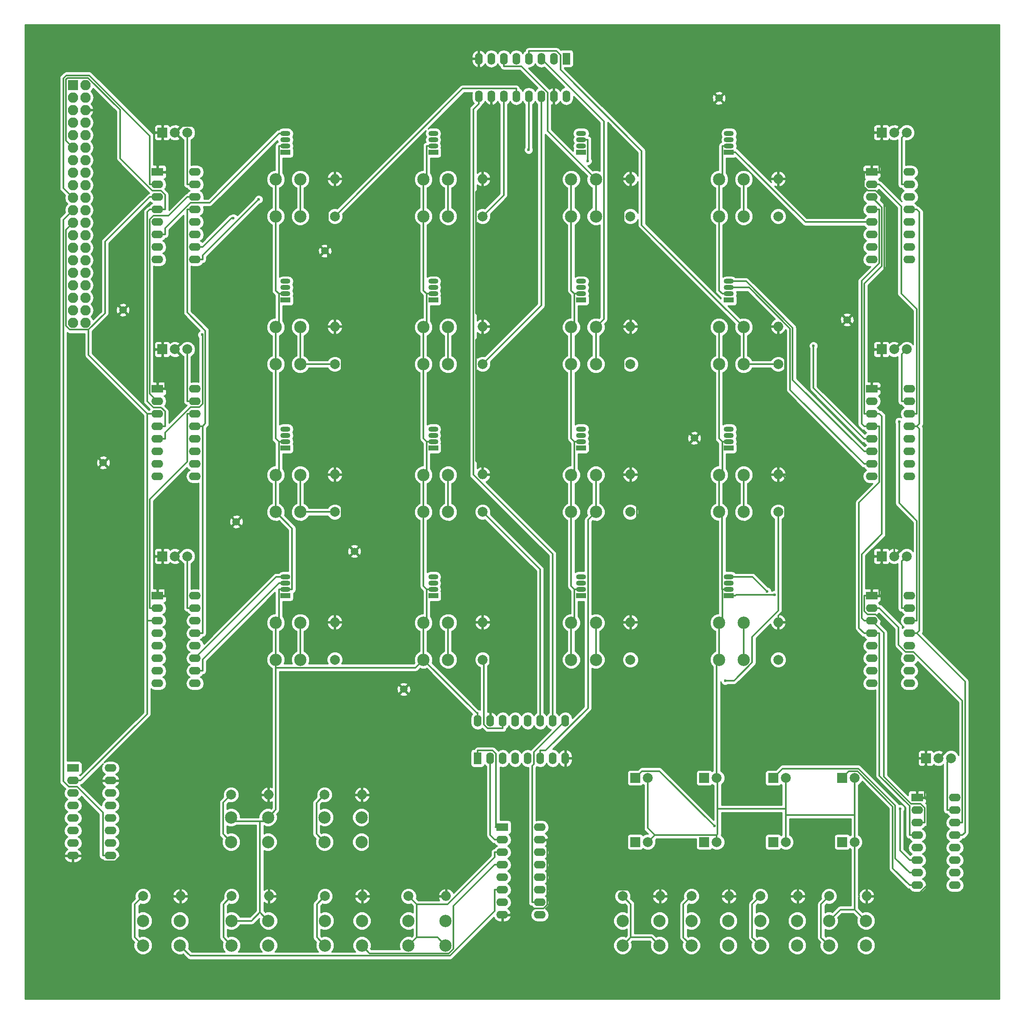
<source format=gbr>
G04 #@! TF.FileFunction,Copper,L2,Bot,Signal*
%FSLAX46Y46*%
G04 Gerber Fmt 4.6, Leading zero omitted, Abs format (unit mm)*
G04 Created by KiCad (PCBNEW 4.0.6) date Mon May 20 15:41:34 2019*
%MOMM*%
%LPD*%
G01*
G04 APERTURE LIST*
%ADD10C,0.100000*%
%ADD11C,1.524000*%
%ADD12R,2.400000X1.600000*%
%ADD13O,2.400000X1.600000*%
%ADD14R,1.600000X2.400000*%
%ADD15O,1.600000X2.400000*%
%ADD16C,2.500000*%
%ADD17C,2.000000*%
%ADD18R,2.000000X2.000000*%
%ADD19O,2.000000X2.000000*%
%ADD20R,2.000000X1.070000*%
%ADD21O,2.000000X1.070000*%
%ADD22O,2.100000X2.100000*%
%ADD23C,0.600000*%
%ADD24C,0.300000*%
%ADD25C,0.254000*%
G04 APERTURE END LIST*
D10*
D11*
X196000000Y-125000000D03*
X137000000Y-176000000D03*
X201000000Y-56000000D03*
X121000000Y-87000000D03*
X127000000Y-148000000D03*
X227000000Y-101000000D03*
X103000000Y-142000000D03*
D12*
X241220000Y-198000000D03*
D13*
X248840000Y-215780000D03*
X241220000Y-200540000D03*
X248840000Y-213240000D03*
X241220000Y-203080000D03*
X248840000Y-210700000D03*
X241220000Y-205620000D03*
X248840000Y-208160000D03*
X241220000Y-208160000D03*
X248840000Y-205620000D03*
X241220000Y-210700000D03*
X248840000Y-203080000D03*
X241220000Y-213240000D03*
X248840000Y-200540000D03*
X241220000Y-215780000D03*
X248840000Y-198000000D03*
D12*
X157000000Y-204000000D03*
D13*
X164620000Y-221780000D03*
X157000000Y-206540000D03*
X164620000Y-219240000D03*
X157000000Y-209080000D03*
X164620000Y-216700000D03*
X157000000Y-211620000D03*
X164620000Y-214160000D03*
X157000000Y-214160000D03*
X164620000Y-211620000D03*
X157000000Y-216700000D03*
X164620000Y-209080000D03*
X157000000Y-219240000D03*
X164620000Y-206540000D03*
X157000000Y-221780000D03*
X164620000Y-204000000D03*
D12*
X69850000Y-192000000D03*
D13*
X77470000Y-209780000D03*
X69850000Y-194540000D03*
X77470000Y-207240000D03*
X69850000Y-197080000D03*
X77470000Y-204700000D03*
X69850000Y-199620000D03*
X77470000Y-202160000D03*
X69850000Y-202160000D03*
X77470000Y-199620000D03*
X69850000Y-204700000D03*
X77470000Y-197080000D03*
X69850000Y-207240000D03*
X77470000Y-194540000D03*
X69850000Y-209780000D03*
X77470000Y-192000000D03*
D12*
X232000000Y-157000000D03*
D13*
X239620000Y-174780000D03*
X232000000Y-159540000D03*
X239620000Y-172240000D03*
X232000000Y-162080000D03*
X239620000Y-169700000D03*
X232000000Y-164620000D03*
X239620000Y-167160000D03*
X232000000Y-167160000D03*
X239620000Y-164620000D03*
X232000000Y-169700000D03*
X239620000Y-162080000D03*
X232000000Y-172240000D03*
X239620000Y-159540000D03*
X232000000Y-174780000D03*
X239620000Y-157000000D03*
D12*
X232000000Y-115000000D03*
D13*
X239620000Y-132780000D03*
X232000000Y-117540000D03*
X239620000Y-130240000D03*
X232000000Y-120080000D03*
X239620000Y-127700000D03*
X232000000Y-122620000D03*
X239620000Y-125160000D03*
X232000000Y-125160000D03*
X239620000Y-122620000D03*
X232000000Y-127700000D03*
X239620000Y-120080000D03*
X232000000Y-130240000D03*
X239620000Y-117540000D03*
X232000000Y-132780000D03*
X239620000Y-115000000D03*
D12*
X232000000Y-71000000D03*
D13*
X239620000Y-88780000D03*
X232000000Y-73540000D03*
X239620000Y-86240000D03*
X232000000Y-76080000D03*
X239620000Y-83700000D03*
X232000000Y-78620000D03*
X239620000Y-81160000D03*
X232000000Y-81160000D03*
X239620000Y-78620000D03*
X232000000Y-83700000D03*
X239620000Y-76080000D03*
X232000000Y-86240000D03*
X239620000Y-73540000D03*
X232000000Y-88780000D03*
X239620000Y-71000000D03*
D14*
X152000000Y-190000000D03*
D15*
X169780000Y-182380000D03*
X154540000Y-190000000D03*
X167240000Y-182380000D03*
X157080000Y-190000000D03*
X164700000Y-182380000D03*
X159620000Y-190000000D03*
X162160000Y-182380000D03*
X162160000Y-190000000D03*
X159620000Y-182380000D03*
X164700000Y-190000000D03*
X157080000Y-182380000D03*
X167240000Y-190000000D03*
X154540000Y-182380000D03*
X169780000Y-190000000D03*
X152000000Y-182380000D03*
D14*
X170000000Y-48000000D03*
D15*
X152220000Y-55620000D03*
X167460000Y-48000000D03*
X154760000Y-55620000D03*
X164920000Y-48000000D03*
X157300000Y-55620000D03*
X162380000Y-48000000D03*
X159840000Y-55620000D03*
X159840000Y-48000000D03*
X162380000Y-55620000D03*
X157300000Y-48000000D03*
X164920000Y-55620000D03*
X154760000Y-48000000D03*
X167460000Y-55620000D03*
X152220000Y-48000000D03*
X170000000Y-55620000D03*
D12*
X87000000Y-157000000D03*
D13*
X94620000Y-174780000D03*
X87000000Y-159540000D03*
X94620000Y-172240000D03*
X87000000Y-162080000D03*
X94620000Y-169700000D03*
X87000000Y-164620000D03*
X94620000Y-167160000D03*
X87000000Y-167160000D03*
X94620000Y-164620000D03*
X87000000Y-169700000D03*
X94620000Y-162080000D03*
X87000000Y-172240000D03*
X94620000Y-159540000D03*
X87000000Y-174780000D03*
X94620000Y-157000000D03*
D12*
X87000000Y-115000000D03*
D13*
X94620000Y-132780000D03*
X87000000Y-117540000D03*
X94620000Y-130240000D03*
X87000000Y-120080000D03*
X94620000Y-127700000D03*
X87000000Y-122620000D03*
X94620000Y-125160000D03*
X87000000Y-125160000D03*
X94620000Y-122620000D03*
X87000000Y-127700000D03*
X94620000Y-120080000D03*
X87000000Y-130240000D03*
X94620000Y-117540000D03*
X87000000Y-132780000D03*
X94620000Y-115000000D03*
D12*
X87000000Y-71000000D03*
D13*
X94620000Y-88780000D03*
X87000000Y-73540000D03*
X94620000Y-86240000D03*
X87000000Y-76080000D03*
X94620000Y-83700000D03*
X87000000Y-78620000D03*
X94620000Y-81160000D03*
X87000000Y-81160000D03*
X94620000Y-78620000D03*
X87000000Y-83700000D03*
X94620000Y-76080000D03*
X87000000Y-86240000D03*
X94620000Y-73540000D03*
X87000000Y-88780000D03*
X94620000Y-71000000D03*
D16*
X120920000Y-207000000D03*
X120920000Y-202000000D03*
X128420000Y-207000000D03*
X128420000Y-202000000D03*
X223330000Y-228000000D03*
X223330000Y-223000000D03*
X230830000Y-228000000D03*
X230830000Y-223000000D03*
X209360000Y-228000000D03*
X209360000Y-223000000D03*
X216860000Y-228000000D03*
X216860000Y-223000000D03*
X195390000Y-228000000D03*
X195390000Y-223000000D03*
X202890000Y-228000000D03*
X202890000Y-223000000D03*
X181420000Y-228000000D03*
X181420000Y-223000000D03*
X188920000Y-228000000D03*
X188920000Y-223000000D03*
X101950000Y-207000000D03*
X101950000Y-202000000D03*
X109450000Y-207000000D03*
X109450000Y-202000000D03*
X137970000Y-228000000D03*
X137970000Y-223000000D03*
X145470000Y-228000000D03*
X145470000Y-223000000D03*
X121000000Y-228000000D03*
X121000000Y-223000000D03*
X128500000Y-228000000D03*
X128500000Y-223000000D03*
X102030000Y-228000000D03*
X102030000Y-223000000D03*
X109530000Y-228000000D03*
X109530000Y-223000000D03*
X84060000Y-228000000D03*
X84060000Y-223000000D03*
X91560000Y-228000000D03*
X91560000Y-223000000D03*
X206000000Y-170000000D03*
X201000000Y-170000000D03*
X206000000Y-162500000D03*
X201000000Y-162500000D03*
X206000000Y-140000000D03*
X201000000Y-140000000D03*
X206000000Y-132500000D03*
X201000000Y-132500000D03*
X206000000Y-110000000D03*
X201000000Y-110000000D03*
X206000000Y-102500000D03*
X201000000Y-102500000D03*
X206000000Y-80000000D03*
X201000000Y-80000000D03*
X206000000Y-72500000D03*
X201000000Y-72500000D03*
X176000000Y-170000000D03*
X171000000Y-170000000D03*
X176000000Y-162500000D03*
X171000000Y-162500000D03*
X176000000Y-140000000D03*
X171000000Y-140000000D03*
X176000000Y-132500000D03*
X171000000Y-132500000D03*
X176000000Y-110000000D03*
X171000000Y-110000000D03*
X176000000Y-102500000D03*
X171000000Y-102500000D03*
X176000000Y-80000000D03*
X171000000Y-80000000D03*
X176000000Y-72500000D03*
X171000000Y-72500000D03*
X146000000Y-170000000D03*
X141000000Y-170000000D03*
X146000000Y-162500000D03*
X141000000Y-162500000D03*
X146000000Y-140000000D03*
X141000000Y-140000000D03*
X146000000Y-132500000D03*
X141000000Y-132500000D03*
X146000000Y-110000000D03*
X141000000Y-110000000D03*
X146000000Y-102500000D03*
X141000000Y-102500000D03*
X146000000Y-80000000D03*
X141000000Y-80000000D03*
X146000000Y-72500000D03*
X141000000Y-72500000D03*
X116000000Y-170000000D03*
X111000000Y-170000000D03*
X116000000Y-162500000D03*
X111000000Y-162500000D03*
X116000000Y-140000000D03*
X111000000Y-140000000D03*
X116000000Y-132500000D03*
X111000000Y-132500000D03*
X116000000Y-110000000D03*
X111000000Y-110000000D03*
X116000000Y-102500000D03*
X111000000Y-102500000D03*
D17*
X239080000Y-149000000D03*
D18*
X234000000Y-149000000D03*
D17*
X236540000Y-149000000D03*
X239080000Y-107000000D03*
D18*
X234000000Y-107000000D03*
D17*
X236540000Y-107000000D03*
X239080000Y-63000000D03*
D18*
X234000000Y-63000000D03*
D17*
X236540000Y-63000000D03*
X93080000Y-149000000D03*
D18*
X88000000Y-149000000D03*
D17*
X90540000Y-149000000D03*
X93080000Y-107000000D03*
D18*
X88000000Y-107000000D03*
D17*
X90540000Y-107000000D03*
X93080000Y-63000000D03*
D18*
X88000000Y-63000000D03*
D17*
X90540000Y-63000000D03*
X120920000Y-197390000D03*
D19*
X128540000Y-197390000D03*
D17*
X223330000Y-218000000D03*
D19*
X230950000Y-218000000D03*
D17*
X209360000Y-218000000D03*
D19*
X216980000Y-218000000D03*
D17*
X195390000Y-218000000D03*
D19*
X203010000Y-218000000D03*
D17*
X181420000Y-218000000D03*
D19*
X189040000Y-218000000D03*
D17*
X101950000Y-197390000D03*
D19*
X109570000Y-197390000D03*
D17*
X137970000Y-218000000D03*
D19*
X145590000Y-218000000D03*
D17*
X121000000Y-218000000D03*
D19*
X128620000Y-218000000D03*
D17*
X102030000Y-218000000D03*
D19*
X109650000Y-218000000D03*
D17*
X84060000Y-218000000D03*
D19*
X91680000Y-218000000D03*
D17*
X213000000Y-170000000D03*
D19*
X213000000Y-162380000D03*
D17*
X213000000Y-140000000D03*
D19*
X213000000Y-132380000D03*
D17*
X213000000Y-110000000D03*
D19*
X213000000Y-102380000D03*
D17*
X213000000Y-80000000D03*
D19*
X213000000Y-72380000D03*
D17*
X183000000Y-170000000D03*
D19*
X183000000Y-162380000D03*
D17*
X183000000Y-140000000D03*
D19*
X183000000Y-132380000D03*
D17*
X183000000Y-110000000D03*
D19*
X183000000Y-102380000D03*
D17*
X183000000Y-80000000D03*
D19*
X183000000Y-72380000D03*
D17*
X153000000Y-170000000D03*
D19*
X153000000Y-162380000D03*
D17*
X153000000Y-140000000D03*
D19*
X153000000Y-132380000D03*
D17*
X153000000Y-110000000D03*
D19*
X153000000Y-102380000D03*
D17*
X153000000Y-80000000D03*
D19*
X153000000Y-72380000D03*
D17*
X123000000Y-170000000D03*
D19*
X123000000Y-162380000D03*
D17*
X123000000Y-140000000D03*
D19*
X123000000Y-132380000D03*
D17*
X123000000Y-110000000D03*
D19*
X123000000Y-102380000D03*
D17*
X123000000Y-80000000D03*
D19*
X123000000Y-72380000D03*
D18*
X226000000Y-207000000D03*
D17*
X228540000Y-207000000D03*
D18*
X212000000Y-207000000D03*
D17*
X214540000Y-207000000D03*
D18*
X198000000Y-207000000D03*
D17*
X200540000Y-207000000D03*
D18*
X184000000Y-207000000D03*
D17*
X186540000Y-207000000D03*
D18*
X226000000Y-194000000D03*
D17*
X228540000Y-194000000D03*
D18*
X212000000Y-194000000D03*
D17*
X214540000Y-194000000D03*
D18*
X198000000Y-194000000D03*
D17*
X200540000Y-194000000D03*
D18*
X184000000Y-194000000D03*
D17*
X186540000Y-194000000D03*
D20*
X203000000Y-157000000D03*
D21*
X203000000Y-155730000D03*
X203000000Y-154460000D03*
X203000000Y-153190000D03*
D20*
X203000000Y-127000000D03*
D21*
X203000000Y-125730000D03*
X203000000Y-124460000D03*
X203000000Y-123190000D03*
D20*
X203000000Y-97000000D03*
D21*
X203000000Y-95730000D03*
X203000000Y-94460000D03*
X203000000Y-93190000D03*
D20*
X203000000Y-67000000D03*
D21*
X203000000Y-65730000D03*
X203000000Y-64460000D03*
X203000000Y-63190000D03*
D20*
X173000000Y-157000000D03*
D21*
X173000000Y-155730000D03*
X173000000Y-154460000D03*
X173000000Y-153190000D03*
D20*
X173000000Y-127000000D03*
D21*
X173000000Y-125730000D03*
X173000000Y-124460000D03*
X173000000Y-123190000D03*
D20*
X173000000Y-97000000D03*
D21*
X173000000Y-95730000D03*
X173000000Y-94460000D03*
X173000000Y-93190000D03*
D20*
X173000000Y-67000000D03*
D21*
X173000000Y-65730000D03*
X173000000Y-64460000D03*
X173000000Y-63190000D03*
D20*
X143000000Y-157000000D03*
D21*
X143000000Y-155730000D03*
X143000000Y-154460000D03*
X143000000Y-153190000D03*
D20*
X143000000Y-127000000D03*
D21*
X143000000Y-125730000D03*
X143000000Y-124460000D03*
X143000000Y-123190000D03*
D20*
X143000000Y-97000000D03*
D21*
X143000000Y-95730000D03*
X143000000Y-94460000D03*
X143000000Y-93190000D03*
D20*
X143000000Y-67000000D03*
D21*
X143000000Y-65730000D03*
X143000000Y-64460000D03*
X143000000Y-63190000D03*
D20*
X113000000Y-157000000D03*
D21*
X113000000Y-155730000D03*
X113000000Y-154460000D03*
X113000000Y-153190000D03*
D20*
X113000000Y-127000000D03*
D21*
X113000000Y-125730000D03*
X113000000Y-124460000D03*
X113000000Y-123190000D03*
D20*
X113000000Y-97000000D03*
D21*
X113000000Y-95730000D03*
X113000000Y-94460000D03*
X113000000Y-93190000D03*
D20*
X113000000Y-67000000D03*
D21*
X113000000Y-65730000D03*
X113000000Y-64460000D03*
X113000000Y-63190000D03*
D16*
X116000000Y-80000000D03*
X111000000Y-80000000D03*
X116000000Y-72500000D03*
X111000000Y-72500000D03*
D17*
X248080000Y-190000000D03*
D18*
X243000000Y-190000000D03*
D17*
X245540000Y-190000000D03*
D18*
X69850000Y-53340000D03*
D22*
X72390000Y-53340000D03*
X69850000Y-55880000D03*
X72390000Y-55880000D03*
X69850000Y-58420000D03*
X72390000Y-58420000D03*
X69850000Y-60960000D03*
X72390000Y-60960000D03*
X69850000Y-63500000D03*
X72390000Y-63500000D03*
X69850000Y-66040000D03*
X72390000Y-66040000D03*
X69850000Y-68580000D03*
X72390000Y-68580000D03*
X69850000Y-71120000D03*
X72390000Y-71120000D03*
X69850000Y-73660000D03*
X72390000Y-73660000D03*
X69850000Y-76200000D03*
X72390000Y-76200000D03*
X69850000Y-78740000D03*
X72390000Y-78740000D03*
X69850000Y-81280000D03*
X72390000Y-81280000D03*
X69850000Y-83820000D03*
X72390000Y-83820000D03*
X69850000Y-86360000D03*
X72390000Y-86360000D03*
X69850000Y-88900000D03*
X72390000Y-88900000D03*
X69850000Y-91440000D03*
X72390000Y-91440000D03*
X69850000Y-93980000D03*
X72390000Y-93980000D03*
X69850000Y-96520000D03*
X72390000Y-96520000D03*
X69850000Y-99060000D03*
X72390000Y-99060000D03*
X69850000Y-101600000D03*
X72390000Y-101600000D03*
D11*
X80000000Y-99000000D03*
X76000000Y-130000000D03*
D23*
X96070600Y-104038600D03*
X107562500Y-76557400D03*
X102414500Y-80373600D03*
X174350400Y-68763100D03*
X220165500Y-106284700D03*
X210713700Y-156128000D03*
X212233700Y-156852600D03*
X200045400Y-203761100D03*
X237730000Y-200229100D03*
X162349500Y-66490100D03*
X202258100Y-174241100D03*
X237555000Y-121678000D03*
D24*
X88550300Y-82418100D02*
X88550300Y-83700000D01*
X93738000Y-77230400D02*
X88550300Y-82418100D01*
X97609300Y-77230400D02*
X93738000Y-77230400D01*
X111649700Y-63190000D02*
X97609300Y-77230400D01*
X113000000Y-63190000D02*
X111649700Y-63190000D01*
X87000000Y-83700000D02*
X88550300Y-83700000D01*
X113000000Y-65730000D02*
X111649700Y-65730000D01*
X113000000Y-95730000D02*
X111649700Y-95730000D01*
X113000000Y-125730000D02*
X111649700Y-125730000D01*
X143000000Y-65730000D02*
X141649700Y-65730000D01*
X143000000Y-95730000D02*
X141649700Y-95730000D01*
X143000000Y-125730000D02*
X141649700Y-125730000D01*
X143000000Y-155730000D02*
X141649700Y-155730000D01*
X173000000Y-95730000D02*
X171649700Y-95730000D01*
X173000000Y-125730000D02*
X171649700Y-125730000D01*
X173000000Y-155730000D02*
X171649700Y-155730000D01*
X203000000Y-65730000D02*
X201649700Y-65730000D01*
X203000000Y-95730000D02*
X201649700Y-95730000D01*
X203000000Y-125730000D02*
X201649700Y-125730000D01*
X203000000Y-155730000D02*
X201649700Y-155730000D01*
X111649700Y-71850300D02*
X111000000Y-72500000D01*
X111649700Y-65730000D02*
X111649700Y-71850300D01*
X111649700Y-101850300D02*
X111000000Y-102500000D01*
X111649700Y-95730000D02*
X111649700Y-101850300D01*
X111000000Y-102500000D02*
X111000000Y-110000000D01*
X111000000Y-125080300D02*
X111649700Y-125730000D01*
X111000000Y-110000000D02*
X111000000Y-125080300D01*
X111649700Y-131850300D02*
X111000000Y-132500000D01*
X111649700Y-125730000D02*
X111649700Y-131850300D01*
X141649700Y-71850300D02*
X141000000Y-72500000D01*
X141649700Y-65730000D02*
X141649700Y-71850300D01*
X141649700Y-101850300D02*
X141000000Y-102500000D01*
X141649700Y-95730000D02*
X141649700Y-101850300D01*
X141000000Y-102500000D02*
X141000000Y-110000000D01*
X141000000Y-125080300D02*
X141649700Y-125730000D01*
X141000000Y-110000000D02*
X141000000Y-125080300D01*
X141649700Y-131850300D02*
X141000000Y-132500000D01*
X141649700Y-125730000D02*
X141649700Y-131850300D01*
X141000000Y-132500000D02*
X141000000Y-140000000D01*
X141000000Y-155080300D02*
X141649700Y-155730000D01*
X141000000Y-140000000D02*
X141000000Y-155080300D01*
X141649700Y-161850300D02*
X141000000Y-162500000D01*
X141649700Y-155730000D02*
X141649700Y-161850300D01*
X141000000Y-162500000D02*
X141000000Y-170000000D01*
X151829700Y-180829700D02*
X152000000Y-180829700D01*
X141000000Y-170000000D02*
X151829700Y-180829700D01*
X152000000Y-182380000D02*
X152000000Y-180829700D01*
X171000000Y-72500000D02*
X171000000Y-80000000D01*
X171000000Y-102500000D02*
X171000000Y-110000000D01*
X171649700Y-101850300D02*
X171000000Y-102500000D01*
X171649700Y-95730000D02*
X171649700Y-101850300D01*
X171000000Y-95080300D02*
X171000000Y-80000000D01*
X171649700Y-95730000D02*
X171000000Y-95080300D01*
X171000000Y-132500000D02*
X171000000Y-140000000D01*
X171649700Y-131850300D02*
X171000000Y-132500000D01*
X171649700Y-125730000D02*
X171649700Y-131850300D01*
X171000000Y-125080300D02*
X171000000Y-110000000D01*
X171649700Y-125730000D02*
X171000000Y-125080300D01*
X171000000Y-155080300D02*
X171000000Y-140000000D01*
X171649700Y-155730000D02*
X171000000Y-155080300D01*
X201649700Y-71850300D02*
X201000000Y-72500000D01*
X201649700Y-65730000D02*
X201649700Y-71850300D01*
X201000000Y-72500000D02*
X201000000Y-80000000D01*
X201000000Y-95080300D02*
X201649700Y-95730000D01*
X201000000Y-80000000D02*
X201000000Y-95080300D01*
X201000000Y-102500000D02*
X201000000Y-110000000D01*
X201000000Y-125080300D02*
X201649700Y-125730000D01*
X201000000Y-110000000D02*
X201000000Y-125080300D01*
X201649700Y-131850300D02*
X201000000Y-132500000D01*
X201649700Y-125730000D02*
X201649700Y-131850300D01*
X201000000Y-132500000D02*
X201000000Y-140000000D01*
X201000000Y-162500000D02*
X201000000Y-170000000D01*
X200540000Y-170460000D02*
X200540000Y-194000000D01*
X201000000Y-170000000D02*
X200540000Y-170460000D01*
X201649700Y-161850300D02*
X201000000Y-162500000D01*
X201649700Y-155730000D02*
X201649700Y-161850300D01*
X201649600Y-140649600D02*
X201000000Y-140000000D01*
X201649600Y-155730000D02*
X201649600Y-140649600D01*
X201649700Y-155730000D02*
X201649600Y-155730000D01*
X111000000Y-162500000D02*
X111000000Y-170000000D01*
X111649700Y-161850300D02*
X111000000Y-162500000D01*
X111649700Y-155730000D02*
X111649700Y-161850300D01*
X113000000Y-155730000D02*
X111649700Y-155730000D01*
X111000000Y-132500000D02*
X111000000Y-140000000D01*
X114350300Y-143350300D02*
X114350300Y-155730000D01*
X111000000Y-140000000D02*
X114350300Y-143350300D01*
X113000000Y-155730000D02*
X114350300Y-155730000D01*
X111000000Y-72500000D02*
X111000000Y-80000000D01*
X111000000Y-95080300D02*
X111649700Y-95730000D01*
X111000000Y-80000000D02*
X111000000Y-95080300D01*
X171649700Y-161850300D02*
X171000000Y-162500000D01*
X171649700Y-155730000D02*
X171649700Y-161850300D01*
X171000000Y-162500000D02*
X171000000Y-170000000D01*
X141000000Y-72500000D02*
X141000000Y-80000000D01*
X141000000Y-95080300D02*
X141649700Y-95730000D01*
X141000000Y-80000000D02*
X141000000Y-95080300D01*
X108646800Y-202803200D02*
X107818000Y-202803200D01*
X109450000Y-202000000D02*
X108646800Y-202803200D01*
X102753200Y-202803200D02*
X101950000Y-202000000D01*
X107818000Y-202803200D02*
X102753200Y-202803200D01*
X106106000Y-223000000D02*
X107818000Y-221288000D01*
X102030000Y-223000000D02*
X106106000Y-223000000D01*
X107818000Y-202803200D02*
X107818000Y-221288000D01*
X107818000Y-221288000D02*
X109530000Y-223000000D01*
X139396300Y-171603700D02*
X141000000Y-170000000D01*
X111000000Y-171603700D02*
X139396300Y-171603700D01*
X111000000Y-170000000D02*
X111000000Y-171603700D01*
X111000000Y-200450000D02*
X109450000Y-202000000D01*
X111000000Y-171603700D02*
X111000000Y-200450000D01*
X200540000Y-205588000D02*
X200540000Y-207000000D01*
X186540000Y-204176000D02*
X187952000Y-205588000D01*
X186540000Y-194000000D02*
X186540000Y-204176000D01*
X200540000Y-205588000D02*
X187952000Y-205588000D01*
X187952000Y-205588000D02*
X186540000Y-207000000D01*
X200695700Y-194155700D02*
X200695700Y-200266200D01*
X200540000Y-194000000D02*
X200695700Y-194155700D01*
X200695700Y-205432300D02*
X200540000Y-205588000D01*
X200695700Y-200266200D02*
X200695700Y-205432300D01*
X200695700Y-200266200D02*
X214540000Y-200266200D01*
X214540000Y-194000000D02*
X214540000Y-200266200D01*
X228540000Y-194000000D02*
X228540000Y-201529900D01*
X228540000Y-201529900D02*
X228540000Y-207000000D01*
X214540000Y-201529900D02*
X228540000Y-201529900D01*
X214540000Y-200266200D02*
X214540000Y-201529900D01*
X214540000Y-201529900D02*
X214540000Y-207000000D01*
X225620000Y-220710000D02*
X223330000Y-223000000D01*
X228540000Y-220710000D02*
X225620000Y-220710000D01*
X228540000Y-207000000D02*
X228540000Y-220710000D01*
X228540000Y-220710000D02*
X230830000Y-223000000D01*
X87000000Y-125160000D02*
X88550300Y-125160000D01*
X96170300Y-104138300D02*
X96070600Y-104038600D01*
X96170300Y-118023300D02*
X96170300Y-104138300D01*
X95503200Y-118690400D02*
X96170300Y-118023300D01*
X93738000Y-118690400D02*
X95503200Y-118690400D01*
X88550300Y-123878100D02*
X93738000Y-118690400D01*
X88550300Y-125160000D02*
X88550300Y-123878100D01*
X111130000Y-153190000D02*
X94620000Y-169700000D01*
X113000000Y-153190000D02*
X111130000Y-153190000D01*
X113000000Y-154460000D02*
X111649700Y-154460000D01*
X94620000Y-172240000D02*
X96170300Y-172240000D01*
X96170300Y-169939400D02*
X96170300Y-172240000D01*
X111649700Y-154460000D02*
X96170300Y-169939400D01*
X96170300Y-87949600D02*
X96170300Y-88780000D01*
X107562500Y-76557400D02*
X96170300Y-87949600D01*
X94620000Y-88780000D02*
X96170300Y-88780000D01*
X102036700Y-80373600D02*
X96170300Y-86240000D01*
X102414500Y-80373600D02*
X102036700Y-80373600D01*
X94620000Y-86240000D02*
X96170300Y-86240000D01*
X174350300Y-68763000D02*
X174350400Y-68763100D01*
X174350300Y-64460000D02*
X174350300Y-68763000D01*
X173000000Y-64460000D02*
X174350300Y-64460000D01*
X203000000Y-67000000D02*
X204350300Y-67000000D01*
X218510300Y-81160000D02*
X204350300Y-67000000D01*
X232000000Y-81160000D02*
X218510300Y-81160000D01*
X215947800Y-113198100D02*
X230449700Y-127700000D01*
X215947800Y-102627700D02*
X215947800Y-113198100D01*
X206510100Y-93190000D02*
X215947800Y-102627700D01*
X203000000Y-93190000D02*
X206510100Y-93190000D01*
X232000000Y-127700000D02*
X230449700Y-127700000D01*
X203000000Y-94460000D02*
X204350300Y-94460000D01*
X232000000Y-130240000D02*
X230449700Y-130240000D01*
X215447400Y-115237700D02*
X230449700Y-130240000D01*
X215447400Y-102835000D02*
X215447400Y-115237700D01*
X207072400Y-94460000D02*
X215447400Y-102835000D01*
X204350300Y-94460000D02*
X207072400Y-94460000D01*
X232000000Y-125160000D02*
X230449700Y-125160000D01*
X220165500Y-114875800D02*
X220165500Y-106284700D01*
X230449700Y-125160000D02*
X220165500Y-114875800D01*
X203000000Y-153190000D02*
X204350300Y-153190000D01*
X207775700Y-153190000D02*
X210713700Y-156128000D01*
X204350300Y-153190000D02*
X207775700Y-153190000D01*
X204497700Y-156852600D02*
X212233700Y-156852600D01*
X204350300Y-157000000D02*
X204497700Y-156852600D01*
X203000000Y-157000000D02*
X204350300Y-157000000D01*
X188893600Y-192609300D02*
X200045400Y-203761100D01*
X185390700Y-192609300D02*
X188893600Y-192609300D01*
X184000000Y-194000000D02*
X185390700Y-192609300D01*
X237730000Y-208760300D02*
X239669700Y-210700000D01*
X237730000Y-200229100D02*
X237730000Y-208760300D01*
X241220000Y-210700000D02*
X239669700Y-210700000D01*
X241220000Y-213240000D02*
X239669700Y-213240000D01*
X236763900Y-210334200D02*
X239669700Y-213240000D01*
X236763900Y-199602900D02*
X236763900Y-210334200D01*
X229267900Y-192106900D02*
X236763900Y-199602900D01*
X213893100Y-192106900D02*
X229267900Y-192106900D01*
X212000000Y-194000000D02*
X213893100Y-192106900D01*
X241220000Y-215780000D02*
X239669700Y-215780000D01*
X236263600Y-212373900D02*
X239669700Y-215780000D01*
X236263600Y-199813200D02*
X236263600Y-212373900D01*
X229081700Y-192631300D02*
X236263600Y-199813200D01*
X227368700Y-192631300D02*
X229081700Y-192631300D01*
X226000000Y-194000000D02*
X227368700Y-192631300D01*
X124371600Y-135101900D02*
X123000000Y-133730300D01*
X124371600Y-159658100D02*
X124371600Y-135101900D01*
X123000000Y-161029700D02*
X124371600Y-159658100D01*
X123000000Y-162380000D02*
X123000000Y-161029700D01*
X123000000Y-132380000D02*
X123000000Y-133730300D01*
X154760000Y-55620000D02*
X154760000Y-57170300D01*
X154540000Y-165270300D02*
X154540000Y-182380000D01*
X153000000Y-163730300D02*
X154540000Y-165270300D01*
X153000000Y-162380000D02*
X153000000Y-163730300D01*
X181635500Y-75094800D02*
X183000000Y-73730300D01*
X181635500Y-99665200D02*
X181635500Y-75094800D01*
X183000000Y-101029700D02*
X181635500Y-99665200D01*
X183000000Y-72380000D02*
X183000000Y-73730300D01*
X153000000Y-132380000D02*
X153000000Y-131029700D01*
X153000000Y-102380000D02*
X153000000Y-103730300D01*
X184371600Y-135101900D02*
X183000000Y-133730300D01*
X184371600Y-159658100D02*
X184371600Y-135101900D01*
X183000000Y-161029700D02*
X184371600Y-159658100D01*
X183000000Y-162380000D02*
X183000000Y-161029700D01*
X183000000Y-132380000D02*
X183000000Y-133730300D01*
X183000000Y-101704800D02*
X183000000Y-101029700D01*
X183000000Y-101704800D02*
X183000000Y-102380000D01*
X181623200Y-129652900D02*
X183000000Y-131029700D01*
X181623200Y-105107100D02*
X181623200Y-129652900D01*
X183000000Y-103730300D02*
X181623200Y-105107100D01*
X183000000Y-102380000D02*
X183000000Y-103730300D01*
X183000000Y-132380000D02*
X183000000Y-131029700D01*
X242770300Y-191580000D02*
X242770300Y-198000000D01*
X243000000Y-191350300D02*
X242770300Y-191580000D01*
X243000000Y-190000000D02*
X243000000Y-191350300D01*
X241220000Y-198000000D02*
X242770300Y-198000000D01*
X88550300Y-108900600D02*
X88550300Y-115000000D01*
X88000000Y-108350300D02*
X88550300Y-108900600D01*
X88000000Y-107000000D02*
X88000000Y-108350300D01*
X87000000Y-115000000D02*
X88550300Y-115000000D01*
X88550300Y-150900600D02*
X88550300Y-157000000D01*
X88000000Y-150350300D02*
X88550300Y-150900600D01*
X87000000Y-157000000D02*
X88550300Y-157000000D01*
X88000000Y-149000000D02*
X88000000Y-150350300D01*
X233550300Y-64800000D02*
X233550300Y-71000000D01*
X234000000Y-64350300D02*
X233550300Y-64800000D01*
X234000000Y-63000000D02*
X234000000Y-64350300D01*
X233550300Y-150800000D02*
X233550300Y-157000000D01*
X234000000Y-150350300D02*
X233550300Y-150800000D01*
X234000000Y-149000000D02*
X234000000Y-150350300D01*
X232775200Y-71000000D02*
X233550300Y-71000000D01*
X232775200Y-71000000D02*
X232000000Y-71000000D01*
X213000000Y-72380000D02*
X214350300Y-72380000D01*
X234000000Y-107000000D02*
X234000000Y-105649700D01*
X214350300Y-72380000D02*
X230418900Y-72380000D01*
X230449700Y-72349200D02*
X230418900Y-72380000D01*
X230449700Y-71000000D02*
X230449700Y-72349200D01*
X232000000Y-71000000D02*
X230449700Y-71000000D01*
X232775200Y-157000000D02*
X233550300Y-157000000D01*
X232775200Y-157000000D02*
X232000000Y-157000000D01*
X243000000Y-190000000D02*
X243000000Y-188649700D01*
X232000000Y-157000000D02*
X230449700Y-157000000D01*
X77470000Y-194540000D02*
X79020300Y-194540000D01*
X69850000Y-209780000D02*
X71400300Y-209780000D01*
X82066300Y-209736600D02*
X79583600Y-209736600D01*
X90329700Y-218000000D02*
X82066300Y-209736600D01*
X78386100Y-210934100D02*
X79583600Y-209736600D01*
X72554400Y-210934100D02*
X78386100Y-210934100D01*
X71400300Y-209780000D02*
X72554400Y-210934100D01*
X79583600Y-195103300D02*
X79020300Y-194540000D01*
X79583600Y-209736600D02*
X79583600Y-195103300D01*
X91680000Y-218000000D02*
X90329700Y-218000000D01*
X128620000Y-218000000D02*
X128620000Y-216649700D01*
X128540000Y-197390000D02*
X128540000Y-198740300D01*
X151635500Y-105094800D02*
X153000000Y-103730300D01*
X151635500Y-129665200D02*
X151635500Y-105094800D01*
X153000000Y-131029700D02*
X151635500Y-129665200D01*
X214350400Y-129679300D02*
X213000000Y-131029700D01*
X214350400Y-105080700D02*
X214350400Y-129679300D01*
X213000000Y-103730300D02*
X214350400Y-105080700D01*
X213000000Y-102380000D02*
X213000000Y-103730300D01*
X213000000Y-132380000D02*
X213000000Y-131704800D01*
X213000000Y-131704800D02*
X213000000Y-131029700D01*
X214350700Y-159679000D02*
X213000000Y-161029700D01*
X214350700Y-133055500D02*
X214350700Y-159679000D01*
X213000000Y-131704800D02*
X214350700Y-133055500D01*
X213000000Y-162380000D02*
X213000000Y-161029700D01*
X234000000Y-107000000D02*
X234000000Y-107675100D01*
X232000000Y-115000000D02*
X233550300Y-115000000D01*
X234000000Y-114550300D02*
X233550300Y-115000000D01*
X234000000Y-107675100D02*
X234000000Y-114550300D01*
X236540000Y-117989700D02*
X233550300Y-115000000D01*
X236540000Y-149000000D02*
X236540000Y-117989700D01*
X236353800Y-182003500D02*
X243000000Y-188649700D01*
X236353700Y-182003500D02*
X236353800Y-182003500D01*
X236353700Y-164406700D02*
X236353700Y-182003500D01*
X232757000Y-160810000D02*
X236353700Y-164406700D01*
X231170400Y-160810000D02*
X232757000Y-160810000D01*
X230449700Y-160089300D02*
X231170400Y-160810000D01*
X230449700Y-157000000D02*
X230449700Y-160089300D01*
X124364300Y-129665400D02*
X123000000Y-131029700D01*
X124364300Y-105094600D02*
X124364300Y-129665400D01*
X123000000Y-103730300D02*
X124364300Y-105094600D01*
X123000000Y-102380000D02*
X123000000Y-103730300D01*
X123000000Y-132380000D02*
X123000000Y-131029700D01*
X121598000Y-99627700D02*
X123000000Y-101029700D01*
X121598000Y-75132300D02*
X121598000Y-99627700D01*
X123000000Y-73730300D02*
X121598000Y-75132300D01*
X123000000Y-72380000D02*
X123000000Y-73730300D01*
X123000000Y-102380000D02*
X123000000Y-101029700D01*
X113594200Y-61623900D02*
X123000000Y-71029700D01*
X91916100Y-61623900D02*
X113594200Y-61623900D01*
X90540000Y-63000000D02*
X91916100Y-61623900D01*
X123000000Y-72380000D02*
X123000000Y-71029700D01*
X141486200Y-215246500D02*
X130023200Y-215246500D01*
X144239700Y-218000000D02*
X141486200Y-215246500D01*
X128620000Y-216649700D02*
X130023200Y-215246500D01*
X130023200Y-200223500D02*
X128540000Y-198740300D01*
X130023200Y-215246500D02*
X130023200Y-200223500D01*
X145590000Y-218000000D02*
X144239700Y-218000000D01*
X153000000Y-58930300D02*
X153000000Y-72380000D01*
X154760000Y-57170300D02*
X153000000Y-58930300D01*
X151649600Y-99679300D02*
X153000000Y-101029700D01*
X151649600Y-75080700D02*
X151649600Y-99679300D01*
X153000000Y-73730300D02*
X151649600Y-75080700D01*
X153000000Y-72380000D02*
X153000000Y-73730300D01*
X153000000Y-102380000D02*
X153000000Y-101029700D01*
X164620000Y-206540000D02*
X166045200Y-206540000D01*
X166045200Y-206540000D02*
X166170200Y-206540000D01*
X169780000Y-202930200D02*
X169780000Y-190000000D01*
X166170200Y-206540000D02*
X169780000Y-202930200D01*
X157000000Y-221780000D02*
X158550300Y-221780000D01*
X186339300Y-216649600D02*
X166170400Y-216649600D01*
X187689700Y-218000000D02*
X186339300Y-216649600D01*
X166170400Y-206540200D02*
X166170400Y-216649600D01*
X166170200Y-206540000D02*
X166170400Y-206540200D01*
X159820300Y-220510000D02*
X158550300Y-221780000D01*
X165391100Y-220510000D02*
X159820300Y-220510000D01*
X166170400Y-219730700D02*
X165391100Y-220510000D01*
X166170400Y-216649600D02*
X166170400Y-219730700D01*
X189040000Y-218000000D02*
X187689700Y-218000000D01*
X230418900Y-73992900D02*
X230418900Y-72380000D01*
X231236000Y-74810000D02*
X230418900Y-73992900D01*
X232796100Y-74810000D02*
X231236000Y-74810000D01*
X234567100Y-76581000D02*
X232796100Y-74810000D01*
X234567100Y-105082600D02*
X234567100Y-76581000D01*
X234000000Y-105649700D02*
X234567100Y-105082600D01*
X243298600Y-198528300D02*
X242770300Y-198000000D01*
X243298600Y-215764100D02*
X243298600Y-198528300D01*
X241062700Y-218000000D02*
X243298600Y-215764100D01*
X230950000Y-218000000D02*
X241062700Y-218000000D01*
X88550300Y-119587700D02*
X88550300Y-122620000D01*
X87772600Y-118810000D02*
X88550300Y-119587700D01*
X86216800Y-118810000D02*
X87772600Y-118810000D01*
X84927700Y-117520900D02*
X86216800Y-118810000D01*
X84927700Y-79142000D02*
X84927700Y-117520900D01*
X85449700Y-78620000D02*
X84927700Y-79142000D01*
X87000000Y-78620000D02*
X85449700Y-78620000D01*
X87000000Y-122620000D02*
X88550300Y-122620000D01*
X241220000Y-205620000D02*
X239669700Y-205620000D01*
X232000000Y-164620000D02*
X233550300Y-164620000D01*
X239669700Y-199687800D02*
X239669700Y-205620000D01*
X233550300Y-193568400D02*
X239669700Y-199687800D01*
X233550300Y-164620000D02*
X233550300Y-193568400D01*
X88550300Y-75596800D02*
X88550300Y-78620000D01*
X87763500Y-74810000D02*
X88550300Y-75596800D01*
X85992300Y-74810000D02*
X87763500Y-74810000D01*
X79443100Y-68260800D02*
X85992300Y-74810000D01*
X79443100Y-58392800D02*
X79443100Y-68260800D01*
X72941700Y-51891400D02*
X79443100Y-58392800D01*
X68742000Y-51891400D02*
X72941700Y-51891400D01*
X68419100Y-52214300D02*
X68742000Y-51891400D01*
X68419100Y-64609100D02*
X68419100Y-52214300D01*
X69850000Y-66040000D02*
X68419100Y-64609100D01*
X87000000Y-78620000D02*
X88550300Y-78620000D01*
X229405400Y-163575700D02*
X230449700Y-164620000D01*
X229405400Y-138075300D02*
X229405400Y-163575700D01*
X233550300Y-133930400D02*
X229405400Y-138075300D01*
X233550300Y-122620000D02*
X233550300Y-133930400D01*
X232000000Y-164620000D02*
X230449700Y-164620000D01*
X232318000Y-122620000D02*
X233550300Y-122620000D01*
X232318000Y-122620000D02*
X232000000Y-122620000D01*
X233550300Y-89510000D02*
X233550300Y-78620000D01*
X229949300Y-93111000D02*
X233550300Y-89510000D01*
X229949300Y-122119600D02*
X229949300Y-93111000D01*
X230449700Y-122620000D02*
X229949300Y-122119600D01*
X232000000Y-122620000D02*
X230449700Y-122620000D01*
X232000000Y-78620000D02*
X233550300Y-78620000D01*
X96723000Y-122067300D02*
X96170300Y-122620000D01*
X96723000Y-103196800D02*
X96723000Y-122067300D01*
X93069700Y-99543500D02*
X96723000Y-103196800D01*
X93069700Y-78620000D02*
X93069700Y-99543500D01*
X94620000Y-78620000D02*
X93069700Y-78620000D01*
X94620000Y-122620000D02*
X96045200Y-122620000D01*
X96045200Y-122620000D02*
X96170300Y-122620000D01*
X96170300Y-122620000D02*
X96170300Y-164620000D01*
X94620000Y-164620000D02*
X96170300Y-164620000D01*
X239620000Y-122620000D02*
X241170300Y-122620000D01*
X239620000Y-164620000D02*
X241170300Y-164620000D01*
X239620000Y-78620000D02*
X241170300Y-78620000D01*
X241680900Y-122109400D02*
X241170300Y-122620000D01*
X241680900Y-79130600D02*
X241680900Y-122109400D01*
X241170300Y-78620000D02*
X241680900Y-79130600D01*
X241672500Y-164117800D02*
X241170300Y-164620000D01*
X241672500Y-123122200D02*
X241672500Y-164117800D01*
X241170300Y-122620000D02*
X241672500Y-123122200D01*
X248840000Y-205620000D02*
X250390300Y-205620000D01*
X250948800Y-205061500D02*
X250390300Y-205620000D01*
X250948800Y-174398500D02*
X250948800Y-205061500D01*
X241170300Y-164620000D02*
X250948800Y-174398500D01*
X87000000Y-73540000D02*
X85449700Y-73540000D01*
X67918700Y-74268700D02*
X69850000Y-76200000D01*
X67918700Y-52007000D02*
X67918700Y-74268700D01*
X68534700Y-51391000D02*
X67918700Y-52007000D01*
X73149000Y-51391000D02*
X68534700Y-51391000D01*
X85449700Y-63691700D02*
X73149000Y-51391000D01*
X85449700Y-73540000D02*
X85449700Y-63691700D01*
X67903700Y-80686300D02*
X69850000Y-78740000D01*
X67903700Y-194670200D02*
X67903700Y-80686300D01*
X69043500Y-195810000D02*
X67903700Y-194670200D01*
X70679500Y-195810000D02*
X69043500Y-195810000D01*
X75919700Y-201050200D02*
X70679500Y-195810000D01*
X75919700Y-209780000D02*
X75919700Y-201050200D01*
X77470000Y-209780000D02*
X75919700Y-209780000D01*
X87000000Y-76080000D02*
X85449700Y-76080000D01*
X154540000Y-205630300D02*
X154540000Y-190000000D01*
X155449700Y-206540000D02*
X154540000Y-205630300D01*
X157000000Y-206540000D02*
X155449700Y-206540000D01*
X231682000Y-120080000D02*
X230449700Y-120080000D01*
X231682000Y-120080000D02*
X232000000Y-120080000D01*
X232000000Y-120080000D02*
X233550300Y-120080000D01*
X232000000Y-162080000D02*
X230449700Y-162080000D01*
X234442700Y-164522700D02*
X232000000Y-162080000D01*
X234442700Y-193729800D02*
X234442700Y-164522700D01*
X239943400Y-199230500D02*
X234442700Y-193729800D01*
X241944000Y-199230500D02*
X239943400Y-199230500D01*
X242770300Y-200056800D02*
X241944000Y-199230500D01*
X242770300Y-203080000D02*
X242770300Y-200056800D01*
X241220000Y-203080000D02*
X242770300Y-203080000D01*
X87000000Y-120080000D02*
X85449700Y-120080000D01*
X76375400Y-99640900D02*
X73005600Y-103010700D01*
X76375400Y-85154300D02*
X76375400Y-99640900D01*
X85449700Y-76080000D02*
X76375400Y-85154300D01*
X68404100Y-82725900D02*
X69850000Y-81280000D01*
X68404100Y-102207400D02*
X68404100Y-82725900D01*
X69207400Y-103010700D02*
X68404100Y-102207400D01*
X73005600Y-103010700D02*
X69207400Y-103010700D01*
X234050700Y-120580400D02*
X233550300Y-120080000D01*
X234050700Y-144485500D02*
X234050700Y-120580400D01*
X229949400Y-148586800D02*
X234050700Y-144485500D01*
X229949400Y-161579700D02*
X229949400Y-148586800D01*
X230449700Y-162080000D02*
X229949400Y-161579700D01*
X234066800Y-78146800D02*
X232000000Y-76080000D01*
X234066800Y-90070700D02*
X234066800Y-78146800D01*
X230449700Y-93687800D02*
X234066800Y-90070700D01*
X230449700Y-120080000D02*
X230449700Y-93687800D01*
X87000000Y-162080000D02*
X85449700Y-162080000D01*
X73005600Y-108160000D02*
X84925600Y-120080000D01*
X73005600Y-103010700D02*
X73005600Y-108160000D01*
X84925600Y-120080000D02*
X85449700Y-120080000D01*
X69850000Y-194540000D02*
X71400300Y-194540000D01*
X84925600Y-162080000D02*
X85449700Y-162080000D01*
X84925600Y-120080000D02*
X84925600Y-162080000D01*
X84925600Y-181014700D02*
X71400300Y-194540000D01*
X84925600Y-162080000D02*
X84925600Y-181014700D01*
X152000000Y-190000000D02*
X152000000Y-188449700D01*
X157000000Y-204000000D02*
X155656900Y-204000000D01*
X155074200Y-188449700D02*
X152000000Y-188449700D01*
X155749700Y-189125200D02*
X155074200Y-188449700D01*
X155749700Y-203907200D02*
X155749700Y-189125200D01*
X155656900Y-204000000D02*
X155749700Y-203907200D01*
X116000000Y-72500000D02*
X116000000Y-80000000D01*
X148930300Y-54069700D02*
X159840000Y-54069700D01*
X123000000Y-80000000D02*
X148930300Y-54069700D01*
X159840000Y-55620000D02*
X159840000Y-54069700D01*
X116000000Y-102500000D02*
X116000000Y-110000000D01*
X116000000Y-110000000D02*
X123000000Y-110000000D01*
X162380000Y-66459600D02*
X162380000Y-55620000D01*
X162349500Y-66490100D02*
X162380000Y-66459600D01*
X123000000Y-140000000D02*
X116000000Y-140000000D01*
X116000000Y-132500000D02*
X116000000Y-140000000D01*
X116000000Y-170000000D02*
X116000000Y-162500000D01*
X146000000Y-72500000D02*
X146000000Y-80000000D01*
X157300000Y-75700000D02*
X157300000Y-55620000D01*
X153000000Y-80000000D02*
X157300000Y-75700000D01*
X146000000Y-102500000D02*
X146000000Y-110000000D01*
X164920000Y-98080000D02*
X164920000Y-55620000D01*
X153000000Y-110000000D02*
X164920000Y-98080000D01*
X146000000Y-132500000D02*
X146000000Y-140000000D01*
X164700000Y-151700000D02*
X164700000Y-182380000D01*
X153000000Y-140000000D02*
X164700000Y-151700000D01*
X146000000Y-162500000D02*
X146000000Y-170000000D01*
X154043400Y-183930300D02*
X157080000Y-183930300D01*
X153270000Y-183156900D02*
X154043400Y-183930300D01*
X153270000Y-170270000D02*
X153270000Y-183156900D01*
X153000000Y-170000000D02*
X153270000Y-170270000D01*
X157080000Y-182380000D02*
X157080000Y-183930300D01*
X157300000Y-48000000D02*
X157300000Y-49550300D01*
X176000000Y-80000000D02*
X176000000Y-72500000D01*
X160877600Y-49550300D02*
X157300000Y-49550300D01*
X166190000Y-54862700D02*
X160877600Y-49550300D01*
X166190000Y-62690000D02*
X166190000Y-54862700D01*
X176000000Y-72500000D02*
X166190000Y-62690000D01*
X176000000Y-110000000D02*
X176000000Y-102500000D01*
X177617800Y-60697800D02*
X164920000Y-48000000D01*
X177617800Y-100882200D02*
X177617800Y-60697800D01*
X176000000Y-102500000D02*
X177617800Y-100882200D01*
X176000000Y-132500000D02*
X176000000Y-140000000D01*
X165776000Y-188449700D02*
X164700000Y-188449700D01*
X174389700Y-179836000D02*
X165776000Y-188449700D01*
X174389700Y-141610300D02*
X174389700Y-179836000D01*
X176000000Y-140000000D02*
X174389700Y-141610300D01*
X164700000Y-190000000D02*
X164700000Y-188449700D01*
X176000000Y-162500000D02*
X176000000Y-170000000D01*
X206000000Y-72500000D02*
X206000000Y-80000000D01*
X213000000Y-110000000D02*
X206000000Y-110000000D01*
X162380000Y-48000000D02*
X162380000Y-46449700D01*
X206000000Y-110000000D02*
X206000000Y-102500000D01*
X168000000Y-46449700D02*
X162380000Y-46449700D01*
X168849600Y-47299300D02*
X168000000Y-46449700D01*
X168849600Y-50267200D02*
X168849600Y-47299300D01*
X185301600Y-66719200D02*
X168849600Y-50267200D01*
X185301600Y-81801600D02*
X185301600Y-66719200D01*
X206000000Y-102500000D02*
X185301600Y-81801600D01*
X206000000Y-132500000D02*
X206000000Y-140000000D01*
X204046400Y-174241100D02*
X202258100Y-174241100D01*
X207738900Y-170548600D02*
X204046400Y-174241100D01*
X207738900Y-165342600D02*
X207738900Y-170548600D01*
X213000000Y-160081500D02*
X207738900Y-165342600D01*
X213000000Y-140000000D02*
X213000000Y-160081500D01*
X206000000Y-162500000D02*
X206000000Y-170000000D01*
X82432400Y-226372400D02*
X84060000Y-228000000D01*
X82432400Y-219627600D02*
X82432400Y-226372400D01*
X84060000Y-218000000D02*
X82432400Y-219627600D01*
X157000000Y-216700000D02*
X155449700Y-216700000D01*
X155449700Y-221013300D02*
X155449700Y-216700000D01*
X146362400Y-230100600D02*
X155449700Y-221013300D01*
X93660600Y-230100600D02*
X146362400Y-230100600D01*
X91560000Y-228000000D02*
X93660600Y-230100600D01*
X100402500Y-226372500D02*
X102030000Y-228000000D01*
X100402500Y-219627500D02*
X100402500Y-226372500D01*
X102030000Y-218000000D02*
X100402500Y-219627500D01*
X119376300Y-226376300D02*
X121000000Y-228000000D01*
X119376300Y-219623700D02*
X119376300Y-226376300D01*
X121000000Y-218000000D02*
X119376300Y-219623700D01*
X147070400Y-219999300D02*
X155449700Y-211620000D01*
X147070400Y-228685100D02*
X147070400Y-219999300D01*
X146155200Y-229600300D02*
X147070400Y-228685100D01*
X130100300Y-229600300D02*
X146155200Y-229600300D01*
X128500000Y-228000000D02*
X130100300Y-229600300D01*
X157000000Y-211620000D02*
X155449700Y-211620000D01*
X143825400Y-226355400D02*
X145470000Y-228000000D01*
X139614600Y-226355400D02*
X143825400Y-226355400D01*
X139614600Y-226355400D02*
X137970000Y-228000000D01*
X157000000Y-209080000D02*
X155449700Y-209080000D01*
X155449700Y-210093500D02*
X155449700Y-209080000D01*
X145898600Y-219644600D02*
X155449700Y-210093500D01*
X139614600Y-219644600D02*
X145898600Y-219644600D01*
X137970000Y-218000000D02*
X139614600Y-219644600D01*
X139614600Y-219644600D02*
X139614600Y-226355400D01*
X100329300Y-205379300D02*
X101950000Y-207000000D01*
X100329300Y-199010700D02*
X100329300Y-205379300D01*
X101950000Y-197390000D02*
X100329300Y-199010700D01*
X187275400Y-226355400D02*
X188920000Y-228000000D01*
X183064600Y-226355400D02*
X187275400Y-226355400D01*
X183064600Y-219644600D02*
X183064600Y-226355400D01*
X181420000Y-218000000D02*
X183064600Y-219644600D01*
X183064600Y-226355400D02*
X181420000Y-228000000D01*
X193772500Y-226382500D02*
X195390000Y-228000000D01*
X193772500Y-219617500D02*
X193772500Y-226382500D01*
X195390000Y-218000000D02*
X193772500Y-219617500D01*
X207742500Y-226382500D02*
X209360000Y-228000000D01*
X207742500Y-219617500D02*
X207742500Y-226382500D01*
X209360000Y-218000000D02*
X207742500Y-219617500D01*
X221712500Y-226382500D02*
X223330000Y-228000000D01*
X221712500Y-219617500D02*
X221712500Y-226382500D01*
X223330000Y-218000000D02*
X221712500Y-219617500D01*
X119273300Y-205353300D02*
X120920000Y-207000000D01*
X119273300Y-199036700D02*
X119273300Y-205353300D01*
X120920000Y-197390000D02*
X119273300Y-199036700D01*
X93069700Y-63010300D02*
X93069700Y-73540000D01*
X93080000Y-63000000D02*
X93069700Y-63010300D01*
X94620000Y-73540000D02*
X93069700Y-73540000D01*
X93069700Y-107010300D02*
X93069700Y-117540000D01*
X93080000Y-107000000D02*
X93069700Y-107010300D01*
X94620000Y-117540000D02*
X93069700Y-117540000D01*
X93069700Y-149010300D02*
X93069700Y-159540000D01*
X93080000Y-149000000D02*
X93069700Y-149010300D01*
X94620000Y-159540000D02*
X93069700Y-159540000D01*
X238069700Y-64010300D02*
X238069700Y-73540000D01*
X239080000Y-63000000D02*
X238069700Y-64010300D01*
X239620000Y-73540000D02*
X238069700Y-73540000D01*
X238069700Y-108010300D02*
X238069700Y-117540000D01*
X239080000Y-107000000D02*
X238069700Y-108010300D01*
X239620000Y-117540000D02*
X238069700Y-117540000D01*
X238069700Y-150010300D02*
X238069700Y-159540000D01*
X239080000Y-149000000D02*
X238069700Y-150010300D01*
X239620000Y-159540000D02*
X238069700Y-159540000D01*
X247289700Y-190790300D02*
X247289700Y-200540000D01*
X248080000Y-190000000D02*
X247289700Y-190790300D01*
X248840000Y-200540000D02*
X247289700Y-200540000D01*
X94620000Y-76080000D02*
X93069700Y-76080000D01*
X85449700Y-115989700D02*
X87000000Y-117540000D01*
X85449700Y-80615800D02*
X85449700Y-115989700D01*
X86175500Y-79890000D02*
X85449700Y-80615800D01*
X89259700Y-79890000D02*
X86175500Y-79890000D01*
X93069700Y-76080000D02*
X89259700Y-79890000D01*
X85449700Y-137416800D02*
X85449700Y-159540000D01*
X93069700Y-129796800D02*
X85449700Y-137416800D01*
X93069700Y-120080000D02*
X93069700Y-129796800D01*
X94620000Y-120080000D02*
X93069700Y-120080000D01*
X87000000Y-159540000D02*
X85449700Y-159540000D01*
X167240000Y-148554900D02*
X167240000Y-182380000D01*
X151135200Y-132450100D02*
X167240000Y-148554900D01*
X151135200Y-58255100D02*
X151135200Y-132450100D01*
X152220000Y-57170300D02*
X151135200Y-58255100D01*
X152220000Y-55620000D02*
X152220000Y-57170300D01*
X163069700Y-191550300D02*
X163069700Y-219240000D01*
X163430000Y-191190000D02*
X163069700Y-191550300D01*
X163430000Y-188730000D02*
X163430000Y-191190000D01*
X169780000Y-182380000D02*
X163430000Y-188730000D01*
X164620000Y-219240000D02*
X163069700Y-219240000D01*
X232000000Y-73540000D02*
X233550300Y-73540000D01*
X239620000Y-120080000D02*
X241170300Y-120080000D01*
X237979900Y-77969600D02*
X233550300Y-73540000D01*
X237979900Y-95661600D02*
X237979900Y-77969600D01*
X241170300Y-98852000D02*
X237979900Y-95661600D01*
X241170300Y-120080000D02*
X241170300Y-98852000D01*
X241170300Y-141852000D02*
X241170300Y-162080000D01*
X237555000Y-138236700D02*
X241170300Y-141852000D01*
X237555000Y-121678000D02*
X237555000Y-138236700D01*
X239620000Y-162080000D02*
X241170300Y-162080000D01*
X250390300Y-178374600D02*
X250390300Y-203080000D01*
X240445700Y-168430000D02*
X250390300Y-178374600D01*
X238851300Y-168430000D02*
X240445700Y-168430000D01*
X237434700Y-167013400D02*
X238851300Y-168430000D01*
X237434700Y-163424400D02*
X237434700Y-167013400D01*
X233550300Y-159540000D02*
X237434700Y-163424400D01*
X232000000Y-159540000D02*
X233550300Y-159540000D01*
X248840000Y-203080000D02*
X250390300Y-203080000D01*
D25*
G36*
X257873000Y-238873000D02*
X60127000Y-238873000D01*
X60127000Y-219627600D01*
X81647400Y-219627600D01*
X81647400Y-226372400D01*
X81707155Y-226672807D01*
X81877321Y-226927479D01*
X82292079Y-227342237D01*
X82175328Y-227623405D01*
X82174674Y-228373305D01*
X82461043Y-229066372D01*
X82990839Y-229597093D01*
X83683405Y-229884672D01*
X84433305Y-229885326D01*
X85126372Y-229598957D01*
X85657093Y-229069161D01*
X85944672Y-228376595D01*
X85945326Y-227626695D01*
X85658957Y-226933628D01*
X85129161Y-226402907D01*
X84436595Y-226115328D01*
X83686695Y-226114674D01*
X83402329Y-226232171D01*
X83217400Y-226047242D01*
X83217400Y-224691170D01*
X83683405Y-224884672D01*
X84433305Y-224885326D01*
X85126372Y-224598957D01*
X85657093Y-224069161D01*
X85944672Y-223376595D01*
X85944674Y-223373305D01*
X89674674Y-223373305D01*
X89961043Y-224066372D01*
X90490839Y-224597093D01*
X91183405Y-224884672D01*
X91933305Y-224885326D01*
X92626372Y-224598957D01*
X93157093Y-224069161D01*
X93444672Y-223376595D01*
X93445326Y-222626695D01*
X93158957Y-221933628D01*
X92629161Y-221402907D01*
X91936595Y-221115328D01*
X91186695Y-221114674D01*
X90493628Y-221401043D01*
X89962907Y-221930839D01*
X89675328Y-222623405D01*
X89674674Y-223373305D01*
X85944674Y-223373305D01*
X85945326Y-222626695D01*
X85658957Y-221933628D01*
X85129161Y-221402907D01*
X84436595Y-221115328D01*
X83686695Y-221114674D01*
X83217400Y-221308582D01*
X83217400Y-219952758D01*
X83593510Y-219576648D01*
X83733352Y-219634716D01*
X84383795Y-219635284D01*
X84984943Y-219386894D01*
X85445278Y-218927363D01*
X85672382Y-218380434D01*
X90089876Y-218380434D01*
X90286598Y-218855385D01*
X90720006Y-219323505D01*
X91299565Y-219590133D01*
X91553000Y-219471319D01*
X91553000Y-218127000D01*
X91807000Y-218127000D01*
X91807000Y-219471319D01*
X92060435Y-219590133D01*
X92639994Y-219323505D01*
X93073402Y-218855385D01*
X93270124Y-218380434D01*
X93150777Y-218127000D01*
X91807000Y-218127000D01*
X91553000Y-218127000D01*
X90209223Y-218127000D01*
X90089876Y-218380434D01*
X85672382Y-218380434D01*
X85694716Y-218326648D01*
X85695284Y-217676205D01*
X85671882Y-217619566D01*
X90089876Y-217619566D01*
X90209223Y-217873000D01*
X91553000Y-217873000D01*
X91553000Y-216528681D01*
X91807000Y-216528681D01*
X91807000Y-217873000D01*
X93150777Y-217873000D01*
X93270124Y-217619566D01*
X93073402Y-217144615D01*
X92639994Y-216676495D01*
X92060435Y-216409867D01*
X91807000Y-216528681D01*
X91553000Y-216528681D01*
X91299565Y-216409867D01*
X90720006Y-216676495D01*
X90286598Y-217144615D01*
X90089876Y-217619566D01*
X85671882Y-217619566D01*
X85446894Y-217075057D01*
X84987363Y-216614722D01*
X84386648Y-216365284D01*
X83736205Y-216364716D01*
X83135057Y-216613106D01*
X82674722Y-217072637D01*
X82425284Y-217673352D01*
X82424716Y-218323795D01*
X82483582Y-218466260D01*
X81877321Y-219072521D01*
X81707155Y-219327193D01*
X81664744Y-219540406D01*
X81647400Y-219627600D01*
X60127000Y-219627600D01*
X60127000Y-210129039D01*
X68058096Y-210129039D01*
X68075633Y-210211819D01*
X68345500Y-210704896D01*
X68783517Y-211057166D01*
X69323000Y-211215000D01*
X69723000Y-211215000D01*
X69723000Y-209907000D01*
X69977000Y-209907000D01*
X69977000Y-211215000D01*
X70377000Y-211215000D01*
X70916483Y-211057166D01*
X71354500Y-210704896D01*
X71624367Y-210211819D01*
X71641904Y-210129039D01*
X71519915Y-209907000D01*
X69977000Y-209907000D01*
X69723000Y-209907000D01*
X68180085Y-209907000D01*
X68058096Y-210129039D01*
X60127000Y-210129039D01*
X60127000Y-80686300D01*
X67118700Y-80686300D01*
X67118700Y-194670200D01*
X67178455Y-194970607D01*
X67348621Y-195225279D01*
X68314954Y-196191612D01*
X68088283Y-196530849D01*
X67979050Y-197080000D01*
X68088283Y-197629151D01*
X68399352Y-198094698D01*
X68781438Y-198350000D01*
X68399352Y-198605302D01*
X68088283Y-199070849D01*
X67979050Y-199620000D01*
X68088283Y-200169151D01*
X68399352Y-200634698D01*
X68781438Y-200890000D01*
X68399352Y-201145302D01*
X68088283Y-201610849D01*
X67979050Y-202160000D01*
X68088283Y-202709151D01*
X68399352Y-203174698D01*
X68781438Y-203430000D01*
X68399352Y-203685302D01*
X68088283Y-204150849D01*
X67979050Y-204700000D01*
X68088283Y-205249151D01*
X68399352Y-205714698D01*
X68781438Y-205970000D01*
X68399352Y-206225302D01*
X68088283Y-206690849D01*
X67979050Y-207240000D01*
X68088283Y-207789151D01*
X68399352Y-208254698D01*
X68777707Y-208507507D01*
X68345500Y-208855104D01*
X68075633Y-209348181D01*
X68058096Y-209430961D01*
X68180085Y-209653000D01*
X69723000Y-209653000D01*
X69723000Y-209633000D01*
X69977000Y-209633000D01*
X69977000Y-209653000D01*
X71519915Y-209653000D01*
X71641904Y-209430961D01*
X71624367Y-209348181D01*
X71354500Y-208855104D01*
X70922293Y-208507507D01*
X71300648Y-208254698D01*
X71611717Y-207789151D01*
X71720950Y-207240000D01*
X71611717Y-206690849D01*
X71300648Y-206225302D01*
X70918562Y-205970000D01*
X71300648Y-205714698D01*
X71611717Y-205249151D01*
X71720950Y-204700000D01*
X71611717Y-204150849D01*
X71300648Y-203685302D01*
X70918562Y-203430000D01*
X71300648Y-203174698D01*
X71611717Y-202709151D01*
X71720950Y-202160000D01*
X71611717Y-201610849D01*
X71300648Y-201145302D01*
X70918562Y-200890000D01*
X71300648Y-200634698D01*
X71611717Y-200169151D01*
X71720950Y-199620000D01*
X71611717Y-199070849D01*
X71300648Y-198605302D01*
X70918562Y-198350000D01*
X71300648Y-198094698D01*
X71522306Y-197762964D01*
X75134700Y-201375358D01*
X75134700Y-209780000D01*
X75194455Y-210080406D01*
X75364621Y-210335079D01*
X75619294Y-210505245D01*
X75857622Y-210552652D01*
X76019352Y-210794698D01*
X76484899Y-211105767D01*
X77034050Y-211215000D01*
X77905950Y-211215000D01*
X78455101Y-211105767D01*
X78920648Y-210794698D01*
X79231717Y-210329151D01*
X79340950Y-209780000D01*
X79231717Y-209230849D01*
X78920648Y-208765302D01*
X78538562Y-208510000D01*
X78920648Y-208254698D01*
X79231717Y-207789151D01*
X79340950Y-207240000D01*
X79231717Y-206690849D01*
X78920648Y-206225302D01*
X78538562Y-205970000D01*
X78920648Y-205714698D01*
X79231717Y-205249151D01*
X79340950Y-204700000D01*
X79231717Y-204150849D01*
X78920648Y-203685302D01*
X78538562Y-203430000D01*
X78920648Y-203174698D01*
X79231717Y-202709151D01*
X79340950Y-202160000D01*
X79231717Y-201610849D01*
X78920648Y-201145302D01*
X78538562Y-200890000D01*
X78920648Y-200634698D01*
X79231717Y-200169151D01*
X79340950Y-199620000D01*
X79231717Y-199070849D01*
X78920648Y-198605302D01*
X78538562Y-198350000D01*
X78920648Y-198094698D01*
X79231717Y-197629151D01*
X79340950Y-197080000D01*
X79231717Y-196530849D01*
X78920648Y-196065302D01*
X78542293Y-195812493D01*
X78974500Y-195464896D01*
X79244367Y-194971819D01*
X79261904Y-194889039D01*
X79139915Y-194667000D01*
X77597000Y-194667000D01*
X77597000Y-194687000D01*
X77343000Y-194687000D01*
X77343000Y-194667000D01*
X75800085Y-194667000D01*
X75678096Y-194889039D01*
X75695633Y-194971819D01*
X75965500Y-195464896D01*
X76397707Y-195812493D01*
X76019352Y-196065302D01*
X75708283Y-196530849D01*
X75599050Y-197080000D01*
X75708283Y-197629151D01*
X76019352Y-198094698D01*
X76401438Y-198350000D01*
X76019352Y-198605302D01*
X75708283Y-199070849D01*
X75599151Y-199619493D01*
X71394258Y-195414600D01*
X71462378Y-195312652D01*
X71700707Y-195265245D01*
X71955379Y-195095079D01*
X75927117Y-191123341D01*
X75708283Y-191450849D01*
X75599050Y-192000000D01*
X75708283Y-192549151D01*
X76019352Y-193014698D01*
X76397707Y-193267507D01*
X75965500Y-193615104D01*
X75695633Y-194108181D01*
X75678096Y-194190961D01*
X75800085Y-194413000D01*
X77343000Y-194413000D01*
X77343000Y-194393000D01*
X77597000Y-194393000D01*
X77597000Y-194413000D01*
X79139915Y-194413000D01*
X79261904Y-194190961D01*
X79244367Y-194108181D01*
X78974500Y-193615104D01*
X78542293Y-193267507D01*
X78920648Y-193014698D01*
X79231717Y-192549151D01*
X79340950Y-192000000D01*
X79231717Y-191450849D01*
X78920648Y-190985302D01*
X78455101Y-190674233D01*
X77905950Y-190565000D01*
X77034050Y-190565000D01*
X76484899Y-190674233D01*
X76157391Y-190893067D01*
X85480679Y-181569779D01*
X85650845Y-181315106D01*
X85710600Y-181014700D01*
X85710600Y-175902441D01*
X86014899Y-176105767D01*
X86564050Y-176215000D01*
X87435950Y-176215000D01*
X87985101Y-176105767D01*
X88450648Y-175794698D01*
X88761717Y-175329151D01*
X88870950Y-174780000D01*
X88761717Y-174230849D01*
X88450648Y-173765302D01*
X88068562Y-173510000D01*
X88450648Y-173254698D01*
X88761717Y-172789151D01*
X88870950Y-172240000D01*
X88761717Y-171690849D01*
X88450648Y-171225302D01*
X88068562Y-170970000D01*
X88450648Y-170714698D01*
X88761717Y-170249151D01*
X88870950Y-169700000D01*
X88761717Y-169150849D01*
X88450648Y-168685302D01*
X88068562Y-168430000D01*
X88450648Y-168174698D01*
X88761717Y-167709151D01*
X88870950Y-167160000D01*
X88761717Y-166610849D01*
X88450648Y-166145302D01*
X88068562Y-165890000D01*
X88450648Y-165634698D01*
X88761717Y-165169151D01*
X88870950Y-164620000D01*
X88761717Y-164070849D01*
X88450648Y-163605302D01*
X88068562Y-163350000D01*
X88450648Y-163094698D01*
X88761717Y-162629151D01*
X88870950Y-162080000D01*
X88761717Y-161530849D01*
X88450648Y-161065302D01*
X88068562Y-160810000D01*
X88450648Y-160554698D01*
X88761717Y-160089151D01*
X88870950Y-159540000D01*
X88761717Y-158990849D01*
X88450648Y-158525302D01*
X88315502Y-158435000D01*
X88326309Y-158435000D01*
X88559698Y-158338327D01*
X88738327Y-158159699D01*
X88835000Y-157926310D01*
X88835000Y-157285750D01*
X88676250Y-157127000D01*
X87127000Y-157127000D01*
X87127000Y-157147000D01*
X86873000Y-157147000D01*
X86873000Y-157127000D01*
X86853000Y-157127000D01*
X86853000Y-156873000D01*
X86873000Y-156873000D01*
X86873000Y-155723750D01*
X87127000Y-155723750D01*
X87127000Y-156873000D01*
X88676250Y-156873000D01*
X88835000Y-156714250D01*
X88835000Y-156073690D01*
X88738327Y-155840301D01*
X88559698Y-155661673D01*
X88326309Y-155565000D01*
X87285750Y-155565000D01*
X87127000Y-155723750D01*
X86873000Y-155723750D01*
X86714250Y-155565000D01*
X86234700Y-155565000D01*
X86234700Y-149285750D01*
X86365000Y-149285750D01*
X86365000Y-150126310D01*
X86461673Y-150359699D01*
X86640302Y-150538327D01*
X86873691Y-150635000D01*
X87714250Y-150635000D01*
X87873000Y-150476250D01*
X87873000Y-149127000D01*
X86523750Y-149127000D01*
X86365000Y-149285750D01*
X86234700Y-149285750D01*
X86234700Y-147873690D01*
X86365000Y-147873690D01*
X86365000Y-148714250D01*
X86523750Y-148873000D01*
X87873000Y-148873000D01*
X87873000Y-147523750D01*
X88127000Y-147523750D01*
X88127000Y-148873000D01*
X88147000Y-148873000D01*
X88147000Y-149127000D01*
X88127000Y-149127000D01*
X88127000Y-150476250D01*
X88285750Y-150635000D01*
X89126309Y-150635000D01*
X89359698Y-150538327D01*
X89538327Y-150359699D01*
X89593986Y-150225325D01*
X89665736Y-150419387D01*
X90275461Y-150645908D01*
X90925460Y-150621856D01*
X91414264Y-150419387D01*
X91512927Y-150152532D01*
X90540000Y-149179605D01*
X90525858Y-149193748D01*
X90346253Y-149014143D01*
X90360395Y-149000000D01*
X90346253Y-148985858D01*
X90525858Y-148806253D01*
X90540000Y-148820395D01*
X91512927Y-147847468D01*
X91414264Y-147580613D01*
X90804539Y-147354092D01*
X90154540Y-147378144D01*
X89665736Y-147580613D01*
X89593986Y-147774675D01*
X89538327Y-147640301D01*
X89359698Y-147461673D01*
X89126309Y-147365000D01*
X88285750Y-147365000D01*
X88127000Y-147523750D01*
X87873000Y-147523750D01*
X87714250Y-147365000D01*
X86873691Y-147365000D01*
X86640302Y-147461673D01*
X86461673Y-147640301D01*
X86365000Y-147873690D01*
X86234700Y-147873690D01*
X86234700Y-137741958D01*
X92990152Y-130986506D01*
X93169352Y-131254698D01*
X93551438Y-131510000D01*
X93169352Y-131765302D01*
X92858283Y-132230849D01*
X92749050Y-132780000D01*
X92858283Y-133329151D01*
X93169352Y-133794698D01*
X93634899Y-134105767D01*
X94184050Y-134215000D01*
X95055950Y-134215000D01*
X95385300Y-134149488D01*
X95385300Y-155630512D01*
X95055950Y-155565000D01*
X94184050Y-155565000D01*
X93854700Y-155630512D01*
X93854700Y-150448973D01*
X94004943Y-150386894D01*
X94465278Y-149927363D01*
X94714716Y-149326648D01*
X94715284Y-148676205D01*
X94466894Y-148075057D01*
X94007363Y-147614722D01*
X93406648Y-147365284D01*
X92756205Y-147364716D01*
X92155057Y-147613106D01*
X91727438Y-148039978D01*
X91692532Y-148027073D01*
X90719605Y-149000000D01*
X91692532Y-149972927D01*
X91727938Y-149959836D01*
X92152637Y-150385278D01*
X92284700Y-150440115D01*
X92284700Y-159540000D01*
X92344455Y-159840406D01*
X92514621Y-160095079D01*
X92769294Y-160265245D01*
X93007622Y-160312652D01*
X93169352Y-160554698D01*
X93551438Y-160810000D01*
X93169352Y-161065302D01*
X92858283Y-161530849D01*
X92749050Y-162080000D01*
X92858283Y-162629151D01*
X93169352Y-163094698D01*
X93551438Y-163350000D01*
X93169352Y-163605302D01*
X92858283Y-164070849D01*
X92749050Y-164620000D01*
X92858283Y-165169151D01*
X93169352Y-165634698D01*
X93551438Y-165890000D01*
X93169352Y-166145302D01*
X92858283Y-166610849D01*
X92749050Y-167160000D01*
X92858283Y-167709151D01*
X93169352Y-168174698D01*
X93551438Y-168430000D01*
X93169352Y-168685302D01*
X92858283Y-169150849D01*
X92749050Y-169700000D01*
X92858283Y-170249151D01*
X93169352Y-170714698D01*
X93551438Y-170970000D01*
X93169352Y-171225302D01*
X92858283Y-171690849D01*
X92749050Y-172240000D01*
X92858283Y-172789151D01*
X93169352Y-173254698D01*
X93551438Y-173510000D01*
X93169352Y-173765302D01*
X92858283Y-174230849D01*
X92749050Y-174780000D01*
X92858283Y-175329151D01*
X93169352Y-175794698D01*
X93634899Y-176105767D01*
X94184050Y-176215000D01*
X95055950Y-176215000D01*
X95605101Y-176105767D01*
X96070648Y-175794698D01*
X96381717Y-175329151D01*
X96490950Y-174780000D01*
X96381717Y-174230849D01*
X96070648Y-173765302D01*
X95688562Y-173510000D01*
X96070648Y-173254698D01*
X96232378Y-173012652D01*
X96470706Y-172965245D01*
X96725379Y-172795079D01*
X96895545Y-172540406D01*
X96955300Y-172240000D01*
X96955300Y-170264558D01*
X110864700Y-156355158D01*
X110864700Y-160614882D01*
X110626695Y-160614674D01*
X109933628Y-160901043D01*
X109402907Y-161430839D01*
X109115328Y-162123405D01*
X109114674Y-162873305D01*
X109401043Y-163566372D01*
X109930839Y-164097093D01*
X110215000Y-164215087D01*
X110215000Y-168284783D01*
X109933628Y-168401043D01*
X109402907Y-168930839D01*
X109115328Y-169623405D01*
X109114674Y-170373305D01*
X109401043Y-171066372D01*
X109930839Y-171597093D01*
X110215000Y-171715087D01*
X110215000Y-195921581D01*
X109950435Y-195799867D01*
X109697000Y-195918681D01*
X109697000Y-197263000D01*
X109717000Y-197263000D01*
X109717000Y-197517000D01*
X109697000Y-197517000D01*
X109697000Y-198861319D01*
X109950435Y-198980133D01*
X110215000Y-198858419D01*
X110215000Y-200124842D01*
X110107763Y-200232079D01*
X109826595Y-200115328D01*
X109076695Y-200114674D01*
X108383628Y-200401043D01*
X107852907Y-200930839D01*
X107565328Y-201623405D01*
X107564984Y-202018200D01*
X103834985Y-202018200D01*
X103835326Y-201626695D01*
X103548957Y-200933628D01*
X103019161Y-200402907D01*
X102326595Y-200115328D01*
X101576695Y-200114674D01*
X101114300Y-200305731D01*
X101114300Y-199335858D01*
X101483510Y-198966648D01*
X101623352Y-199024716D01*
X102273795Y-199025284D01*
X102874943Y-198776894D01*
X103335278Y-198317363D01*
X103562382Y-197770434D01*
X107979876Y-197770434D01*
X108176598Y-198245385D01*
X108610006Y-198713505D01*
X109189565Y-198980133D01*
X109443000Y-198861319D01*
X109443000Y-197517000D01*
X108099223Y-197517000D01*
X107979876Y-197770434D01*
X103562382Y-197770434D01*
X103584716Y-197716648D01*
X103585284Y-197066205D01*
X103561882Y-197009566D01*
X107979876Y-197009566D01*
X108099223Y-197263000D01*
X109443000Y-197263000D01*
X109443000Y-195918681D01*
X109189565Y-195799867D01*
X108610006Y-196066495D01*
X108176598Y-196534615D01*
X107979876Y-197009566D01*
X103561882Y-197009566D01*
X103336894Y-196465057D01*
X102877363Y-196004722D01*
X102276648Y-195755284D01*
X101626205Y-195754716D01*
X101025057Y-196003106D01*
X100564722Y-196462637D01*
X100315284Y-197063352D01*
X100314716Y-197713795D01*
X100373582Y-197856260D01*
X99774221Y-198455621D01*
X99604055Y-198710293D01*
X99565763Y-198902800D01*
X99544300Y-199010700D01*
X99544300Y-205379300D01*
X99604055Y-205679707D01*
X99774221Y-205934379D01*
X100182079Y-206342237D01*
X100065328Y-206623405D01*
X100064674Y-207373305D01*
X100351043Y-208066372D01*
X100880839Y-208597093D01*
X101573405Y-208884672D01*
X102323305Y-208885326D01*
X103016372Y-208598957D01*
X103547093Y-208069161D01*
X103834672Y-207376595D01*
X103835326Y-206626695D01*
X103548957Y-205933628D01*
X103019161Y-205402907D01*
X102326595Y-205115328D01*
X101576695Y-205114674D01*
X101292329Y-205232171D01*
X101114300Y-205054142D01*
X101114300Y-203694035D01*
X101573405Y-203884672D01*
X102323305Y-203885326D01*
X103016372Y-203598957D01*
X103027148Y-203588200D01*
X107033000Y-203588200D01*
X107033000Y-220962842D01*
X105780842Y-222215000D01*
X103745217Y-222215000D01*
X103628957Y-221933628D01*
X103099161Y-221402907D01*
X102406595Y-221115328D01*
X101656695Y-221114674D01*
X101187500Y-221308541D01*
X101187500Y-219952658D01*
X101563510Y-219576648D01*
X101703352Y-219634716D01*
X102353795Y-219635284D01*
X102954943Y-219386894D01*
X103415278Y-218927363D01*
X103664716Y-218326648D01*
X103665284Y-217676205D01*
X103416894Y-217075057D01*
X102957363Y-216614722D01*
X102356648Y-216365284D01*
X101706205Y-216364716D01*
X101105057Y-216613106D01*
X100644722Y-217072637D01*
X100395284Y-217673352D01*
X100394716Y-218323795D01*
X100453582Y-218466260D01*
X99847421Y-219072421D01*
X99677255Y-219327093D01*
X99665681Y-219385278D01*
X99617500Y-219627500D01*
X99617500Y-226372500D01*
X99677255Y-226672907D01*
X99847421Y-226927579D01*
X100262079Y-227342237D01*
X100145328Y-227623405D01*
X100144674Y-228373305D01*
X100431043Y-229066372D01*
X100679837Y-229315600D01*
X93985758Y-229315600D01*
X93327921Y-228657763D01*
X93444672Y-228376595D01*
X93445326Y-227626695D01*
X93158957Y-226933628D01*
X92629161Y-226402907D01*
X91936595Y-226115328D01*
X91186695Y-226114674D01*
X90493628Y-226401043D01*
X89962907Y-226930839D01*
X89675328Y-227623405D01*
X89674674Y-228373305D01*
X89961043Y-229066372D01*
X90490839Y-229597093D01*
X91183405Y-229884672D01*
X91933305Y-229885326D01*
X92217671Y-229767829D01*
X93105521Y-230655679D01*
X93360193Y-230825845D01*
X93660600Y-230885600D01*
X146362400Y-230885600D01*
X146662807Y-230825845D01*
X146917479Y-230655679D01*
X154199853Y-223373305D01*
X179534674Y-223373305D01*
X179821043Y-224066372D01*
X180350839Y-224597093D01*
X181043405Y-224884672D01*
X181793305Y-224885326D01*
X182279600Y-224684393D01*
X182279600Y-226030242D01*
X182077763Y-226232079D01*
X181796595Y-226115328D01*
X181046695Y-226114674D01*
X180353628Y-226401043D01*
X179822907Y-226930839D01*
X179535328Y-227623405D01*
X179534674Y-228373305D01*
X179821043Y-229066372D01*
X180350839Y-229597093D01*
X181043405Y-229884672D01*
X181793305Y-229885326D01*
X182486372Y-229598957D01*
X183017093Y-229069161D01*
X183304672Y-228376595D01*
X183305326Y-227626695D01*
X183187829Y-227342329D01*
X183389758Y-227140400D01*
X186950242Y-227140400D01*
X187152079Y-227342237D01*
X187035328Y-227623405D01*
X187034674Y-228373305D01*
X187321043Y-229066372D01*
X187850839Y-229597093D01*
X188543405Y-229884672D01*
X189293305Y-229885326D01*
X189986372Y-229598957D01*
X190517093Y-229069161D01*
X190804672Y-228376595D01*
X190805326Y-227626695D01*
X190518957Y-226933628D01*
X189989161Y-226402907D01*
X189296595Y-226115328D01*
X188546695Y-226114674D01*
X188262329Y-226232171D01*
X187830479Y-225800321D01*
X187575807Y-225630155D01*
X187275400Y-225570400D01*
X183849600Y-225570400D01*
X183849600Y-223373305D01*
X187034674Y-223373305D01*
X187321043Y-224066372D01*
X187850839Y-224597093D01*
X188543405Y-224884672D01*
X189293305Y-224885326D01*
X189986372Y-224598957D01*
X190517093Y-224069161D01*
X190804672Y-223376595D01*
X190805326Y-222626695D01*
X190518957Y-221933628D01*
X189989161Y-221402907D01*
X189296595Y-221115328D01*
X188546695Y-221114674D01*
X187853628Y-221401043D01*
X187322907Y-221930839D01*
X187035328Y-222623405D01*
X187034674Y-223373305D01*
X183849600Y-223373305D01*
X183849600Y-219644605D01*
X183849601Y-219644600D01*
X183844211Y-219617500D01*
X192987500Y-219617500D01*
X192987500Y-226382500D01*
X193047255Y-226682907D01*
X193217421Y-226937579D01*
X193622079Y-227342237D01*
X193505328Y-227623405D01*
X193504674Y-228373305D01*
X193791043Y-229066372D01*
X194320839Y-229597093D01*
X195013405Y-229884672D01*
X195763305Y-229885326D01*
X196456372Y-229598957D01*
X196987093Y-229069161D01*
X197274672Y-228376595D01*
X197274674Y-228373305D01*
X201004674Y-228373305D01*
X201291043Y-229066372D01*
X201820839Y-229597093D01*
X202513405Y-229884672D01*
X203263305Y-229885326D01*
X203956372Y-229598957D01*
X204487093Y-229069161D01*
X204774672Y-228376595D01*
X204775326Y-227626695D01*
X204488957Y-226933628D01*
X203959161Y-226402907D01*
X203266595Y-226115328D01*
X202516695Y-226114674D01*
X201823628Y-226401043D01*
X201292907Y-226930839D01*
X201005328Y-227623405D01*
X201004674Y-228373305D01*
X197274674Y-228373305D01*
X197275326Y-227626695D01*
X196988957Y-226933628D01*
X196459161Y-226402907D01*
X195766595Y-226115328D01*
X195016695Y-226114674D01*
X194732329Y-226232171D01*
X194557500Y-226057342D01*
X194557500Y-224695363D01*
X195013405Y-224884672D01*
X195763305Y-224885326D01*
X196456372Y-224598957D01*
X196987093Y-224069161D01*
X197274672Y-223376595D01*
X197274674Y-223373305D01*
X201004674Y-223373305D01*
X201291043Y-224066372D01*
X201820839Y-224597093D01*
X202513405Y-224884672D01*
X203263305Y-224885326D01*
X203956372Y-224598957D01*
X204487093Y-224069161D01*
X204774672Y-223376595D01*
X204775326Y-222626695D01*
X204488957Y-221933628D01*
X203959161Y-221402907D01*
X203266595Y-221115328D01*
X202516695Y-221114674D01*
X201823628Y-221401043D01*
X201292907Y-221930839D01*
X201005328Y-222623405D01*
X201004674Y-223373305D01*
X197274674Y-223373305D01*
X197275326Y-222626695D01*
X196988957Y-221933628D01*
X196459161Y-221402907D01*
X195766595Y-221115328D01*
X195016695Y-221114674D01*
X194557500Y-221304409D01*
X194557500Y-219942658D01*
X194923510Y-219576648D01*
X195063352Y-219634716D01*
X195713795Y-219635284D01*
X195756835Y-219617500D01*
X206957500Y-219617500D01*
X206957500Y-226382500D01*
X207017255Y-226682907D01*
X207187421Y-226937579D01*
X207592079Y-227342237D01*
X207475328Y-227623405D01*
X207474674Y-228373305D01*
X207761043Y-229066372D01*
X208290839Y-229597093D01*
X208983405Y-229884672D01*
X209733305Y-229885326D01*
X210426372Y-229598957D01*
X210957093Y-229069161D01*
X211244672Y-228376595D01*
X211244674Y-228373305D01*
X214974674Y-228373305D01*
X215261043Y-229066372D01*
X215790839Y-229597093D01*
X216483405Y-229884672D01*
X217233305Y-229885326D01*
X217926372Y-229598957D01*
X218457093Y-229069161D01*
X218744672Y-228376595D01*
X218745326Y-227626695D01*
X218458957Y-226933628D01*
X217929161Y-226402907D01*
X217236595Y-226115328D01*
X216486695Y-226114674D01*
X215793628Y-226401043D01*
X215262907Y-226930839D01*
X214975328Y-227623405D01*
X214974674Y-228373305D01*
X211244674Y-228373305D01*
X211245326Y-227626695D01*
X210958957Y-226933628D01*
X210429161Y-226402907D01*
X209736595Y-226115328D01*
X208986695Y-226114674D01*
X208702329Y-226232171D01*
X208527500Y-226057342D01*
X208527500Y-224695363D01*
X208983405Y-224884672D01*
X209733305Y-224885326D01*
X210426372Y-224598957D01*
X210957093Y-224069161D01*
X211244672Y-223376595D01*
X211244674Y-223373305D01*
X214974674Y-223373305D01*
X215261043Y-224066372D01*
X215790839Y-224597093D01*
X216483405Y-224884672D01*
X217233305Y-224885326D01*
X217926372Y-224598957D01*
X218457093Y-224069161D01*
X218744672Y-223376595D01*
X218745326Y-222626695D01*
X218458957Y-221933628D01*
X217929161Y-221402907D01*
X217236595Y-221115328D01*
X216486695Y-221114674D01*
X215793628Y-221401043D01*
X215262907Y-221930839D01*
X214975328Y-222623405D01*
X214974674Y-223373305D01*
X211244674Y-223373305D01*
X211245326Y-222626695D01*
X210958957Y-221933628D01*
X210429161Y-221402907D01*
X209736595Y-221115328D01*
X208986695Y-221114674D01*
X208527500Y-221304409D01*
X208527500Y-219942658D01*
X208893510Y-219576648D01*
X209033352Y-219634716D01*
X209683795Y-219635284D01*
X210284943Y-219386894D01*
X210745278Y-218927363D01*
X210972382Y-218380434D01*
X215389876Y-218380434D01*
X215586598Y-218855385D01*
X216020006Y-219323505D01*
X216599565Y-219590133D01*
X216853000Y-219471319D01*
X216853000Y-218127000D01*
X217107000Y-218127000D01*
X217107000Y-219471319D01*
X217360435Y-219590133D01*
X217939994Y-219323505D01*
X218373402Y-218855385D01*
X218570124Y-218380434D01*
X218450777Y-218127000D01*
X217107000Y-218127000D01*
X216853000Y-218127000D01*
X215509223Y-218127000D01*
X215389876Y-218380434D01*
X210972382Y-218380434D01*
X210994716Y-218326648D01*
X210995284Y-217676205D01*
X210971882Y-217619566D01*
X215389876Y-217619566D01*
X215509223Y-217873000D01*
X216853000Y-217873000D01*
X216853000Y-216528681D01*
X217107000Y-216528681D01*
X217107000Y-217873000D01*
X218450777Y-217873000D01*
X218570124Y-217619566D01*
X218373402Y-217144615D01*
X217939994Y-216676495D01*
X217360435Y-216409867D01*
X217107000Y-216528681D01*
X216853000Y-216528681D01*
X216599565Y-216409867D01*
X216020006Y-216676495D01*
X215586598Y-217144615D01*
X215389876Y-217619566D01*
X210971882Y-217619566D01*
X210746894Y-217075057D01*
X210287363Y-216614722D01*
X209686648Y-216365284D01*
X209036205Y-216364716D01*
X208435057Y-216613106D01*
X207974722Y-217072637D01*
X207725284Y-217673352D01*
X207724716Y-218323795D01*
X207783582Y-218466260D01*
X207187421Y-219062421D01*
X207017255Y-219317093D01*
X207011864Y-219344194D01*
X206957500Y-219617500D01*
X195756835Y-219617500D01*
X196314943Y-219386894D01*
X196775278Y-218927363D01*
X197002382Y-218380434D01*
X201419876Y-218380434D01*
X201616598Y-218855385D01*
X202050006Y-219323505D01*
X202629565Y-219590133D01*
X202883000Y-219471319D01*
X202883000Y-218127000D01*
X203137000Y-218127000D01*
X203137000Y-219471319D01*
X203390435Y-219590133D01*
X203969994Y-219323505D01*
X204403402Y-218855385D01*
X204600124Y-218380434D01*
X204480777Y-218127000D01*
X203137000Y-218127000D01*
X202883000Y-218127000D01*
X201539223Y-218127000D01*
X201419876Y-218380434D01*
X197002382Y-218380434D01*
X197024716Y-218326648D01*
X197025284Y-217676205D01*
X197001882Y-217619566D01*
X201419876Y-217619566D01*
X201539223Y-217873000D01*
X202883000Y-217873000D01*
X202883000Y-216528681D01*
X203137000Y-216528681D01*
X203137000Y-217873000D01*
X204480777Y-217873000D01*
X204600124Y-217619566D01*
X204403402Y-217144615D01*
X203969994Y-216676495D01*
X203390435Y-216409867D01*
X203137000Y-216528681D01*
X202883000Y-216528681D01*
X202629565Y-216409867D01*
X202050006Y-216676495D01*
X201616598Y-217144615D01*
X201419876Y-217619566D01*
X197001882Y-217619566D01*
X196776894Y-217075057D01*
X196317363Y-216614722D01*
X195716648Y-216365284D01*
X195066205Y-216364716D01*
X194465057Y-216613106D01*
X194004722Y-217072637D01*
X193755284Y-217673352D01*
X193754716Y-218323795D01*
X193813582Y-218466260D01*
X193217421Y-219062421D01*
X193047255Y-219317093D01*
X193041864Y-219344194D01*
X192987500Y-219617500D01*
X183844211Y-219617500D01*
X183789845Y-219344194D01*
X183619679Y-219089521D01*
X182996648Y-218466490D01*
X183032381Y-218380434D01*
X187449876Y-218380434D01*
X187646598Y-218855385D01*
X188080006Y-219323505D01*
X188659565Y-219590133D01*
X188913000Y-219471319D01*
X188913000Y-218127000D01*
X189167000Y-218127000D01*
X189167000Y-219471319D01*
X189420435Y-219590133D01*
X189999994Y-219323505D01*
X190433402Y-218855385D01*
X190630124Y-218380434D01*
X190510777Y-218127000D01*
X189167000Y-218127000D01*
X188913000Y-218127000D01*
X187569223Y-218127000D01*
X187449876Y-218380434D01*
X183032381Y-218380434D01*
X183054716Y-218326648D01*
X183055284Y-217676205D01*
X183031882Y-217619566D01*
X187449876Y-217619566D01*
X187569223Y-217873000D01*
X188913000Y-217873000D01*
X188913000Y-216528681D01*
X189167000Y-216528681D01*
X189167000Y-217873000D01*
X190510777Y-217873000D01*
X190630124Y-217619566D01*
X190433402Y-217144615D01*
X189999994Y-216676495D01*
X189420435Y-216409867D01*
X189167000Y-216528681D01*
X188913000Y-216528681D01*
X188659565Y-216409867D01*
X188080006Y-216676495D01*
X187646598Y-217144615D01*
X187449876Y-217619566D01*
X183031882Y-217619566D01*
X182806894Y-217075057D01*
X182347363Y-216614722D01*
X181746648Y-216365284D01*
X181096205Y-216364716D01*
X180495057Y-216613106D01*
X180034722Y-217072637D01*
X179785284Y-217673352D01*
X179784716Y-218323795D01*
X180033106Y-218924943D01*
X180492637Y-219385278D01*
X181093352Y-219634716D01*
X181743795Y-219635284D01*
X181886260Y-219576418D01*
X182279600Y-219969758D01*
X182279600Y-221315890D01*
X181796595Y-221115328D01*
X181046695Y-221114674D01*
X180353628Y-221401043D01*
X179822907Y-221930839D01*
X179535328Y-222623405D01*
X179534674Y-223373305D01*
X154199853Y-223373305D01*
X155273635Y-222299523D01*
X155495500Y-222704896D01*
X155933517Y-223057166D01*
X156473000Y-223215000D01*
X156873000Y-223215000D01*
X156873000Y-221907000D01*
X157127000Y-221907000D01*
X157127000Y-223215000D01*
X157527000Y-223215000D01*
X158066483Y-223057166D01*
X158504500Y-222704896D01*
X158774367Y-222211819D01*
X158791904Y-222129039D01*
X158669915Y-221907000D01*
X157127000Y-221907000D01*
X156873000Y-221907000D01*
X156853000Y-221907000D01*
X156853000Y-221653000D01*
X156873000Y-221653000D01*
X156873000Y-221633000D01*
X157127000Y-221633000D01*
X157127000Y-221653000D01*
X158669915Y-221653000D01*
X158791904Y-221430961D01*
X158774367Y-221348181D01*
X158504500Y-220855104D01*
X158072293Y-220507507D01*
X158450648Y-220254698D01*
X158761717Y-219789151D01*
X158870950Y-219240000D01*
X158761717Y-218690849D01*
X158450648Y-218225302D01*
X158068562Y-217970000D01*
X158450648Y-217714698D01*
X158761717Y-217249151D01*
X158870950Y-216700000D01*
X158761717Y-216150849D01*
X158450648Y-215685302D01*
X158068562Y-215430000D01*
X158450648Y-215174698D01*
X158761717Y-214709151D01*
X158870950Y-214160000D01*
X158761717Y-213610849D01*
X158450648Y-213145302D01*
X158068562Y-212890000D01*
X158450648Y-212634698D01*
X158761717Y-212169151D01*
X158870950Y-211620000D01*
X158761717Y-211070849D01*
X158450648Y-210605302D01*
X158068562Y-210350000D01*
X158450648Y-210094698D01*
X158761717Y-209629151D01*
X158870950Y-209080000D01*
X158761717Y-208530849D01*
X158450648Y-208065302D01*
X158068562Y-207810000D01*
X158450648Y-207554698D01*
X158761717Y-207089151D01*
X158870950Y-206540000D01*
X158761717Y-205990849D01*
X158450648Y-205525302D01*
X158304650Y-205427749D01*
X158435317Y-205403162D01*
X158651441Y-205264090D01*
X158796431Y-205051890D01*
X158847440Y-204800000D01*
X158847440Y-203200000D01*
X158803162Y-202964683D01*
X158664090Y-202748559D01*
X158451890Y-202603569D01*
X158200000Y-202552560D01*
X156534700Y-202552560D01*
X156534700Y-191762483D01*
X157080000Y-191870950D01*
X157629151Y-191761717D01*
X158094698Y-191450648D01*
X158350000Y-191068562D01*
X158605302Y-191450648D01*
X159070849Y-191761717D01*
X159620000Y-191870950D01*
X160169151Y-191761717D01*
X160634698Y-191450648D01*
X160890000Y-191068562D01*
X161145302Y-191450648D01*
X161610849Y-191761717D01*
X162160000Y-191870950D01*
X162284700Y-191846146D01*
X162284700Y-219240000D01*
X162344455Y-219540406D01*
X162514621Y-219795079D01*
X162769294Y-219965245D01*
X163007622Y-220012652D01*
X163169352Y-220254698D01*
X163551438Y-220510000D01*
X163169352Y-220765302D01*
X162858283Y-221230849D01*
X162749050Y-221780000D01*
X162858283Y-222329151D01*
X163169352Y-222794698D01*
X163634899Y-223105767D01*
X164184050Y-223215000D01*
X165055950Y-223215000D01*
X165605101Y-223105767D01*
X166070648Y-222794698D01*
X166381717Y-222329151D01*
X166490950Y-221780000D01*
X166381717Y-221230849D01*
X166070648Y-220765302D01*
X165688562Y-220510000D01*
X166070648Y-220254698D01*
X166381717Y-219789151D01*
X166490950Y-219240000D01*
X166381717Y-218690849D01*
X166070648Y-218225302D01*
X165688562Y-217970000D01*
X166070648Y-217714698D01*
X166381717Y-217249151D01*
X166490950Y-216700000D01*
X166381717Y-216150849D01*
X166070648Y-215685302D01*
X165688562Y-215430000D01*
X166070648Y-215174698D01*
X166381717Y-214709151D01*
X166490950Y-214160000D01*
X166381717Y-213610849D01*
X166070648Y-213145302D01*
X165688562Y-212890000D01*
X166070648Y-212634698D01*
X166381717Y-212169151D01*
X166490950Y-211620000D01*
X166381717Y-211070849D01*
X166070648Y-210605302D01*
X165688562Y-210350000D01*
X166070648Y-210094698D01*
X166381717Y-209629151D01*
X166490950Y-209080000D01*
X166381717Y-208530849D01*
X166070648Y-208065302D01*
X165692293Y-207812493D01*
X166124500Y-207464896D01*
X166394367Y-206971819D01*
X166411904Y-206889039D01*
X166289915Y-206667000D01*
X164747000Y-206667000D01*
X164747000Y-206687000D01*
X164493000Y-206687000D01*
X164493000Y-206667000D01*
X164473000Y-206667000D01*
X164473000Y-206413000D01*
X164493000Y-206413000D01*
X164493000Y-206393000D01*
X164747000Y-206393000D01*
X164747000Y-206413000D01*
X166289915Y-206413000D01*
X166411904Y-206190961D01*
X166394367Y-206108181D01*
X166124500Y-205615104D01*
X165692293Y-205267507D01*
X166070648Y-205014698D01*
X166381717Y-204549151D01*
X166490950Y-204000000D01*
X166381717Y-203450849D01*
X166070648Y-202985302D01*
X165605101Y-202674233D01*
X165055950Y-202565000D01*
X164184050Y-202565000D01*
X163854700Y-202630512D01*
X163854700Y-191875458D01*
X163985079Y-191745079D01*
X164028560Y-191680006D01*
X164150849Y-191761717D01*
X164700000Y-191870950D01*
X165249151Y-191761717D01*
X165714698Y-191450648D01*
X165970000Y-191068562D01*
X166225302Y-191450648D01*
X166690849Y-191761717D01*
X167240000Y-191870950D01*
X167789151Y-191761717D01*
X168254698Y-191450648D01*
X168507507Y-191072293D01*
X168855104Y-191504500D01*
X169348181Y-191774367D01*
X169430961Y-191791904D01*
X169653000Y-191669915D01*
X169653000Y-190127000D01*
X169907000Y-190127000D01*
X169907000Y-191669915D01*
X170129039Y-191791904D01*
X170211819Y-191774367D01*
X170704896Y-191504500D01*
X171057166Y-191066483D01*
X171215000Y-190527000D01*
X171215000Y-190127000D01*
X169907000Y-190127000D01*
X169653000Y-190127000D01*
X169633000Y-190127000D01*
X169633000Y-189873000D01*
X169653000Y-189873000D01*
X169653000Y-188330085D01*
X169907000Y-188330085D01*
X169907000Y-189873000D01*
X171215000Y-189873000D01*
X171215000Y-189473000D01*
X171057166Y-188933517D01*
X170704896Y-188495500D01*
X170211819Y-188225633D01*
X170129039Y-188208096D01*
X169907000Y-188330085D01*
X169653000Y-188330085D01*
X169430961Y-188208096D01*
X169348181Y-188225633D01*
X168855104Y-188495500D01*
X168507507Y-188927707D01*
X168254698Y-188549352D01*
X167789151Y-188238283D01*
X167240000Y-188129050D01*
X167198566Y-188137292D01*
X174944779Y-180391079D01*
X175114945Y-180136407D01*
X175174700Y-179836000D01*
X175174700Y-171698353D01*
X175623405Y-171884672D01*
X176373305Y-171885326D01*
X177066372Y-171598957D01*
X177597093Y-171069161D01*
X177884672Y-170376595D01*
X177884718Y-170323795D01*
X181364716Y-170323795D01*
X181613106Y-170924943D01*
X182072637Y-171385278D01*
X182673352Y-171634716D01*
X183323795Y-171635284D01*
X183924943Y-171386894D01*
X184385278Y-170927363D01*
X184634716Y-170326648D01*
X184635284Y-169676205D01*
X184386894Y-169075057D01*
X183927363Y-168614722D01*
X183326648Y-168365284D01*
X182676205Y-168364716D01*
X182075057Y-168613106D01*
X181614722Y-169072637D01*
X181365284Y-169673352D01*
X181364716Y-170323795D01*
X177884718Y-170323795D01*
X177885326Y-169626695D01*
X177598957Y-168933628D01*
X177069161Y-168402907D01*
X176785000Y-168284913D01*
X176785000Y-164215217D01*
X177066372Y-164098957D01*
X177597093Y-163569161D01*
X177884672Y-162876595D01*
X177884773Y-162760435D01*
X181409867Y-162760435D01*
X181676495Y-163339994D01*
X182144615Y-163773402D01*
X182619566Y-163970124D01*
X182873000Y-163850777D01*
X182873000Y-162507000D01*
X183127000Y-162507000D01*
X183127000Y-163850777D01*
X183380434Y-163970124D01*
X183855385Y-163773402D01*
X184323505Y-163339994D01*
X184590133Y-162760435D01*
X184471319Y-162507000D01*
X183127000Y-162507000D01*
X182873000Y-162507000D01*
X181528681Y-162507000D01*
X181409867Y-162760435D01*
X177884773Y-162760435D01*
X177885326Y-162126695D01*
X177832798Y-161999565D01*
X181409867Y-161999565D01*
X181528681Y-162253000D01*
X182873000Y-162253000D01*
X182873000Y-160909223D01*
X183127000Y-160909223D01*
X183127000Y-162253000D01*
X184471319Y-162253000D01*
X184590133Y-161999565D01*
X184323505Y-161420006D01*
X183855385Y-160986598D01*
X183380434Y-160789876D01*
X183127000Y-160909223D01*
X182873000Y-160909223D01*
X182619566Y-160789876D01*
X182144615Y-160986598D01*
X181676495Y-161420006D01*
X181409867Y-161999565D01*
X177832798Y-161999565D01*
X177598957Y-161433628D01*
X177069161Y-160902907D01*
X176376595Y-160615328D01*
X175626695Y-160614674D01*
X175174700Y-160801434D01*
X175174700Y-141935458D01*
X175342237Y-141767921D01*
X175623405Y-141884672D01*
X176373305Y-141885326D01*
X177066372Y-141598957D01*
X177597093Y-141069161D01*
X177884672Y-140376595D01*
X177884718Y-140323795D01*
X181364716Y-140323795D01*
X181613106Y-140924943D01*
X182072637Y-141385278D01*
X182673352Y-141634716D01*
X183323795Y-141635284D01*
X183924943Y-141386894D01*
X184385278Y-140927363D01*
X184634716Y-140326648D01*
X184635284Y-139676205D01*
X184386894Y-139075057D01*
X183927363Y-138614722D01*
X183326648Y-138365284D01*
X182676205Y-138364716D01*
X182075057Y-138613106D01*
X181614722Y-139072637D01*
X181365284Y-139673352D01*
X181364716Y-140323795D01*
X177884718Y-140323795D01*
X177885326Y-139626695D01*
X177598957Y-138933628D01*
X177069161Y-138402907D01*
X176785000Y-138284913D01*
X176785000Y-134215217D01*
X177066372Y-134098957D01*
X177597093Y-133569161D01*
X177884672Y-132876595D01*
X177884773Y-132760435D01*
X181409867Y-132760435D01*
X181676495Y-133339994D01*
X182144615Y-133773402D01*
X182619566Y-133970124D01*
X182873000Y-133850777D01*
X182873000Y-132507000D01*
X183127000Y-132507000D01*
X183127000Y-133850777D01*
X183380434Y-133970124D01*
X183855385Y-133773402D01*
X184323505Y-133339994D01*
X184590133Y-132760435D01*
X184471319Y-132507000D01*
X183127000Y-132507000D01*
X182873000Y-132507000D01*
X181528681Y-132507000D01*
X181409867Y-132760435D01*
X177884773Y-132760435D01*
X177885326Y-132126695D01*
X177832798Y-131999565D01*
X181409867Y-131999565D01*
X181528681Y-132253000D01*
X182873000Y-132253000D01*
X182873000Y-130909223D01*
X183127000Y-130909223D01*
X183127000Y-132253000D01*
X184471319Y-132253000D01*
X184590133Y-131999565D01*
X184323505Y-131420006D01*
X183855385Y-130986598D01*
X183380434Y-130789876D01*
X183127000Y-130909223D01*
X182873000Y-130909223D01*
X182619566Y-130789876D01*
X182144615Y-130986598D01*
X181676495Y-131420006D01*
X181409867Y-131999565D01*
X177832798Y-131999565D01*
X177598957Y-131433628D01*
X177069161Y-130902907D01*
X176376595Y-130615328D01*
X175626695Y-130614674D01*
X174933628Y-130901043D01*
X174402907Y-131430839D01*
X174115328Y-132123405D01*
X174114674Y-132873305D01*
X174401043Y-133566372D01*
X174930839Y-134097093D01*
X175215000Y-134215087D01*
X175215000Y-138284783D01*
X174933628Y-138401043D01*
X174402907Y-138930839D01*
X174115328Y-139623405D01*
X174114674Y-140373305D01*
X174232171Y-140657671D01*
X173834621Y-141055221D01*
X173664455Y-141309893D01*
X173639649Y-141434600D01*
X173604700Y-141610300D01*
X173604700Y-152041416D01*
X173497032Y-152020000D01*
X172502968Y-152020000D01*
X172055228Y-152109061D01*
X171785000Y-152289622D01*
X171785000Y-141715217D01*
X172066372Y-141598957D01*
X172597093Y-141069161D01*
X172884672Y-140376595D01*
X172885326Y-139626695D01*
X172598957Y-138933628D01*
X172069161Y-138402907D01*
X171785000Y-138284913D01*
X171785000Y-134215217D01*
X172066372Y-134098957D01*
X172597093Y-133569161D01*
X172884672Y-132876595D01*
X172885326Y-132126695D01*
X172598957Y-131433628D01*
X172434700Y-131269084D01*
X172434700Y-128182440D01*
X174000000Y-128182440D01*
X174235317Y-128138162D01*
X174451441Y-127999090D01*
X174596431Y-127786890D01*
X174647440Y-127535000D01*
X174647440Y-126465000D01*
X174603162Y-126229683D01*
X174573777Y-126184017D01*
X174577971Y-126177740D01*
X174617261Y-125980213D01*
X195199392Y-125980213D01*
X195268857Y-126222397D01*
X195792302Y-126409144D01*
X196347368Y-126381362D01*
X196731143Y-126222397D01*
X196800608Y-125980213D01*
X196000000Y-125179605D01*
X195199392Y-125980213D01*
X174617261Y-125980213D01*
X174667032Y-125730000D01*
X174577971Y-125282260D01*
X174452848Y-125095000D01*
X174577971Y-124907740D01*
X174600933Y-124792302D01*
X194590856Y-124792302D01*
X194618638Y-125347368D01*
X194777603Y-125731143D01*
X195019787Y-125800608D01*
X195820395Y-125000000D01*
X196179605Y-125000000D01*
X196980213Y-125800608D01*
X197222397Y-125731143D01*
X197409144Y-125207698D01*
X197381362Y-124652632D01*
X197222397Y-124268857D01*
X196980213Y-124199392D01*
X196179605Y-125000000D01*
X195820395Y-125000000D01*
X195019787Y-124199392D01*
X194777603Y-124268857D01*
X194590856Y-124792302D01*
X174600933Y-124792302D01*
X174667032Y-124460000D01*
X174579469Y-124019787D01*
X195199392Y-124019787D01*
X196000000Y-124820395D01*
X196800608Y-124019787D01*
X196731143Y-123777603D01*
X196207698Y-123590856D01*
X195652632Y-123618638D01*
X195268857Y-123777603D01*
X195199392Y-124019787D01*
X174579469Y-124019787D01*
X174577971Y-124012260D01*
X174452848Y-123825000D01*
X174577971Y-123637740D01*
X174667032Y-123190000D01*
X174577971Y-122742260D01*
X174324347Y-122362685D01*
X173944772Y-122109061D01*
X173497032Y-122020000D01*
X172502968Y-122020000D01*
X172055228Y-122109061D01*
X171785000Y-122289622D01*
X171785000Y-111715217D01*
X172066372Y-111598957D01*
X172597093Y-111069161D01*
X172884672Y-110376595D01*
X172885326Y-109626695D01*
X172598957Y-108933628D01*
X172069161Y-108402907D01*
X171785000Y-108284913D01*
X171785000Y-104215217D01*
X172066372Y-104098957D01*
X172597093Y-103569161D01*
X172884672Y-102876595D01*
X172885326Y-102126695D01*
X172598957Y-101433628D01*
X172434700Y-101269084D01*
X172434700Y-98182440D01*
X174000000Y-98182440D01*
X174235317Y-98138162D01*
X174451441Y-97999090D01*
X174596431Y-97786890D01*
X174647440Y-97535000D01*
X174647440Y-96465000D01*
X174603162Y-96229683D01*
X174573777Y-96184017D01*
X174577971Y-96177740D01*
X174667032Y-95730000D01*
X174577971Y-95282260D01*
X174452848Y-95095000D01*
X174577971Y-94907740D01*
X174667032Y-94460000D01*
X174577971Y-94012260D01*
X174452848Y-93825000D01*
X174577971Y-93637740D01*
X174667032Y-93190000D01*
X174577971Y-92742260D01*
X174324347Y-92362685D01*
X173944772Y-92109061D01*
X173497032Y-92020000D01*
X172502968Y-92020000D01*
X172055228Y-92109061D01*
X171785000Y-92289622D01*
X171785000Y-81715217D01*
X172066372Y-81598957D01*
X172597093Y-81069161D01*
X172884672Y-80376595D01*
X172885326Y-79626695D01*
X172598957Y-78933628D01*
X172069161Y-78402907D01*
X171785000Y-78284913D01*
X171785000Y-74215217D01*
X172066372Y-74098957D01*
X172597093Y-73569161D01*
X172884672Y-72876595D01*
X172885326Y-72126695D01*
X172598957Y-71433628D01*
X172069161Y-70902907D01*
X171376595Y-70615328D01*
X170626695Y-70614674D01*
X169933628Y-70901043D01*
X169402907Y-71430839D01*
X169115328Y-72123405D01*
X169114674Y-72873305D01*
X169401043Y-73566372D01*
X169930839Y-74097093D01*
X170215000Y-74215087D01*
X170215000Y-78284783D01*
X169933628Y-78401043D01*
X169402907Y-78930839D01*
X169115328Y-79623405D01*
X169114674Y-80373305D01*
X169401043Y-81066372D01*
X169930839Y-81597093D01*
X170215000Y-81715087D01*
X170215000Y-95080300D01*
X170274755Y-95380707D01*
X170444921Y-95635379D01*
X170864700Y-96055158D01*
X170864700Y-100614882D01*
X170626695Y-100614674D01*
X169933628Y-100901043D01*
X169402907Y-101430839D01*
X169115328Y-102123405D01*
X169114674Y-102873305D01*
X169401043Y-103566372D01*
X169930839Y-104097093D01*
X170215000Y-104215087D01*
X170215000Y-108284783D01*
X169933628Y-108401043D01*
X169402907Y-108930839D01*
X169115328Y-109623405D01*
X169114674Y-110373305D01*
X169401043Y-111066372D01*
X169930839Y-111597093D01*
X170215000Y-111715087D01*
X170215000Y-125080300D01*
X170274755Y-125380707D01*
X170444921Y-125635379D01*
X170864700Y-126055158D01*
X170864700Y-130614882D01*
X170626695Y-130614674D01*
X169933628Y-130901043D01*
X169402907Y-131430839D01*
X169115328Y-132123405D01*
X169114674Y-132873305D01*
X169401043Y-133566372D01*
X169930839Y-134097093D01*
X170215000Y-134215087D01*
X170215000Y-138284783D01*
X169933628Y-138401043D01*
X169402907Y-138930839D01*
X169115328Y-139623405D01*
X169114674Y-140373305D01*
X169401043Y-141066372D01*
X169930839Y-141597093D01*
X170215000Y-141715087D01*
X170215000Y-155080300D01*
X170274755Y-155380707D01*
X170444921Y-155635379D01*
X170864700Y-156055158D01*
X170864700Y-160614882D01*
X170626695Y-160614674D01*
X169933628Y-160901043D01*
X169402907Y-161430839D01*
X169115328Y-162123405D01*
X169114674Y-162873305D01*
X169401043Y-163566372D01*
X169930839Y-164097093D01*
X170215000Y-164215087D01*
X170215000Y-168284783D01*
X169933628Y-168401043D01*
X169402907Y-168930839D01*
X169115328Y-169623405D01*
X169114674Y-170373305D01*
X169401043Y-171066372D01*
X169930839Y-171597093D01*
X170623405Y-171884672D01*
X171373305Y-171885326D01*
X172066372Y-171598957D01*
X172597093Y-171069161D01*
X172884672Y-170376595D01*
X172885326Y-169626695D01*
X172598957Y-168933628D01*
X172069161Y-168402907D01*
X171785000Y-168284913D01*
X171785000Y-164215217D01*
X172066372Y-164098957D01*
X172597093Y-163569161D01*
X172884672Y-162876595D01*
X172885326Y-162126695D01*
X172598957Y-161433628D01*
X172434700Y-161269084D01*
X172434700Y-158182440D01*
X173604700Y-158182440D01*
X173604700Y-179510842D01*
X171207782Y-181907760D01*
X171105767Y-181394899D01*
X170794698Y-180929352D01*
X170329151Y-180618283D01*
X169780000Y-180509050D01*
X169230849Y-180618283D01*
X168765302Y-180929352D01*
X168510000Y-181311438D01*
X168254698Y-180929352D01*
X168025000Y-180775872D01*
X168025000Y-148554905D01*
X168025001Y-148554900D01*
X167965245Y-148254494D01*
X167795079Y-147999821D01*
X153652637Y-133857379D01*
X153855385Y-133773402D01*
X154323505Y-133339994D01*
X154590133Y-132760435D01*
X154471319Y-132507000D01*
X153127000Y-132507000D01*
X153127000Y-132527000D01*
X152873000Y-132527000D01*
X152873000Y-132507000D01*
X152853000Y-132507000D01*
X152853000Y-132253000D01*
X152873000Y-132253000D01*
X152873000Y-130909223D01*
X153127000Y-130909223D01*
X153127000Y-132253000D01*
X154471319Y-132253000D01*
X154590133Y-131999565D01*
X154323505Y-131420006D01*
X153855385Y-130986598D01*
X153380434Y-130789876D01*
X153127000Y-130909223D01*
X152873000Y-130909223D01*
X152619566Y-130789876D01*
X152144615Y-130986598D01*
X151920200Y-131194372D01*
X151920200Y-111232574D01*
X152072637Y-111385278D01*
X152673352Y-111634716D01*
X153323795Y-111635284D01*
X153924943Y-111386894D01*
X154385278Y-110927363D01*
X154634716Y-110326648D01*
X154635284Y-109676205D01*
X154576418Y-109533740D01*
X165475079Y-98635079D01*
X165645245Y-98380406D01*
X165705000Y-98080000D01*
X165705000Y-63315158D01*
X174232079Y-71842237D01*
X174115328Y-72123405D01*
X174114674Y-72873305D01*
X174401043Y-73566372D01*
X174930839Y-74097093D01*
X175215000Y-74215087D01*
X175215000Y-78284783D01*
X174933628Y-78401043D01*
X174402907Y-78930839D01*
X174115328Y-79623405D01*
X174114674Y-80373305D01*
X174401043Y-81066372D01*
X174930839Y-81597093D01*
X175623405Y-81884672D01*
X176373305Y-81885326D01*
X176832800Y-81695467D01*
X176832800Y-100557042D01*
X176657763Y-100732079D01*
X176376595Y-100615328D01*
X175626695Y-100614674D01*
X174933628Y-100901043D01*
X174402907Y-101430839D01*
X174115328Y-102123405D01*
X174114674Y-102873305D01*
X174401043Y-103566372D01*
X174930839Y-104097093D01*
X175215000Y-104215087D01*
X175215000Y-108284783D01*
X174933628Y-108401043D01*
X174402907Y-108930839D01*
X174115328Y-109623405D01*
X174114674Y-110373305D01*
X174401043Y-111066372D01*
X174930839Y-111597093D01*
X175623405Y-111884672D01*
X176373305Y-111885326D01*
X177066372Y-111598957D01*
X177597093Y-111069161D01*
X177884672Y-110376595D01*
X177884718Y-110323795D01*
X181364716Y-110323795D01*
X181613106Y-110924943D01*
X182072637Y-111385278D01*
X182673352Y-111634716D01*
X183323795Y-111635284D01*
X183924943Y-111386894D01*
X184385278Y-110927363D01*
X184634716Y-110326648D01*
X184635284Y-109676205D01*
X184386894Y-109075057D01*
X183927363Y-108614722D01*
X183326648Y-108365284D01*
X182676205Y-108364716D01*
X182075057Y-108613106D01*
X181614722Y-109072637D01*
X181365284Y-109673352D01*
X181364716Y-110323795D01*
X177884718Y-110323795D01*
X177885326Y-109626695D01*
X177598957Y-108933628D01*
X177069161Y-108402907D01*
X176785000Y-108284913D01*
X176785000Y-104215217D01*
X177066372Y-104098957D01*
X177597093Y-103569161D01*
X177884672Y-102876595D01*
X177884773Y-102760435D01*
X181409867Y-102760435D01*
X181676495Y-103339994D01*
X182144615Y-103773402D01*
X182619566Y-103970124D01*
X182873000Y-103850777D01*
X182873000Y-102507000D01*
X183127000Y-102507000D01*
X183127000Y-103850777D01*
X183380434Y-103970124D01*
X183855385Y-103773402D01*
X184323505Y-103339994D01*
X184590133Y-102760435D01*
X184471319Y-102507000D01*
X183127000Y-102507000D01*
X182873000Y-102507000D01*
X181528681Y-102507000D01*
X181409867Y-102760435D01*
X177884773Y-102760435D01*
X177885326Y-102126695D01*
X177832798Y-101999565D01*
X181409867Y-101999565D01*
X181528681Y-102253000D01*
X182873000Y-102253000D01*
X182873000Y-100909223D01*
X183127000Y-100909223D01*
X183127000Y-102253000D01*
X184471319Y-102253000D01*
X184590133Y-101999565D01*
X184323505Y-101420006D01*
X183855385Y-100986598D01*
X183380434Y-100789876D01*
X183127000Y-100909223D01*
X182873000Y-100909223D01*
X182619566Y-100789876D01*
X182144615Y-100986598D01*
X181676495Y-101420006D01*
X181409867Y-101999565D01*
X177832798Y-101999565D01*
X177767829Y-101842329D01*
X178172879Y-101437279D01*
X178343045Y-101182606D01*
X178402800Y-100882200D01*
X178402800Y-72760435D01*
X181409867Y-72760435D01*
X181676495Y-73339994D01*
X182144615Y-73773402D01*
X182619566Y-73970124D01*
X182873000Y-73850777D01*
X182873000Y-72507000D01*
X181528681Y-72507000D01*
X181409867Y-72760435D01*
X178402800Y-72760435D01*
X178402800Y-71999565D01*
X181409867Y-71999565D01*
X181528681Y-72253000D01*
X182873000Y-72253000D01*
X182873000Y-70909223D01*
X182619566Y-70789876D01*
X182144615Y-70986598D01*
X181676495Y-71420006D01*
X181409867Y-71999565D01*
X178402800Y-71999565D01*
X178402800Y-60930557D01*
X184516600Y-67044357D01*
X184516600Y-71839729D01*
X184323505Y-71420006D01*
X183855385Y-70986598D01*
X183380434Y-70789876D01*
X183127000Y-70909223D01*
X183127000Y-72253000D01*
X183147000Y-72253000D01*
X183147000Y-72507000D01*
X183127000Y-72507000D01*
X183127000Y-73850777D01*
X183380434Y-73970124D01*
X183855385Y-73773402D01*
X184323505Y-73339994D01*
X184516600Y-72920271D01*
X184516600Y-79388969D01*
X184386894Y-79075057D01*
X183927363Y-78614722D01*
X183326648Y-78365284D01*
X182676205Y-78364716D01*
X182075057Y-78613106D01*
X181614722Y-79072637D01*
X181365284Y-79673352D01*
X181364716Y-80323795D01*
X181613106Y-80924943D01*
X182072637Y-81385278D01*
X182673352Y-81634716D01*
X183323795Y-81635284D01*
X183924943Y-81386894D01*
X184385278Y-80927363D01*
X184516600Y-80611104D01*
X184516600Y-81801600D01*
X184576355Y-82102007D01*
X184746521Y-82356679D01*
X204232079Y-101842237D01*
X204115328Y-102123405D01*
X204114674Y-102873305D01*
X204401043Y-103566372D01*
X204930839Y-104097093D01*
X205215000Y-104215087D01*
X205215000Y-108284783D01*
X204933628Y-108401043D01*
X204402907Y-108930839D01*
X204115328Y-109623405D01*
X204114674Y-110373305D01*
X204401043Y-111066372D01*
X204930839Y-111597093D01*
X205623405Y-111884672D01*
X206373305Y-111885326D01*
X207066372Y-111598957D01*
X207597093Y-111069161D01*
X207715087Y-110785000D01*
X211555283Y-110785000D01*
X211613106Y-110924943D01*
X212072637Y-111385278D01*
X212673352Y-111634716D01*
X213323795Y-111635284D01*
X213924943Y-111386894D01*
X214385278Y-110927363D01*
X214634716Y-110326648D01*
X214635284Y-109676205D01*
X214386894Y-109075057D01*
X213927363Y-108614722D01*
X213326648Y-108365284D01*
X212676205Y-108364716D01*
X212075057Y-108613106D01*
X211614722Y-109072637D01*
X211555608Y-109215000D01*
X207715217Y-109215000D01*
X207598957Y-108933628D01*
X207069161Y-108402907D01*
X206785000Y-108284913D01*
X206785000Y-104215217D01*
X207066372Y-104098957D01*
X207597093Y-103569161D01*
X207884672Y-102876595D01*
X207884773Y-102760435D01*
X211409867Y-102760435D01*
X211676495Y-103339994D01*
X212144615Y-103773402D01*
X212619566Y-103970124D01*
X212873000Y-103850777D01*
X212873000Y-102507000D01*
X211528681Y-102507000D01*
X211409867Y-102760435D01*
X207884773Y-102760435D01*
X207885326Y-102126695D01*
X207598957Y-101433628D01*
X207069161Y-100902907D01*
X206376595Y-100615328D01*
X205626695Y-100614674D01*
X205342329Y-100732171D01*
X202792598Y-98182440D01*
X204000000Y-98182440D01*
X204235317Y-98138162D01*
X204451441Y-97999090D01*
X204596431Y-97786890D01*
X204647440Y-97535000D01*
X204647440Y-96465000D01*
X204603162Y-96229683D01*
X204573777Y-96184017D01*
X204577971Y-96177740D01*
X204667032Y-95730000D01*
X204577971Y-95282260D01*
X204553075Y-95245000D01*
X206747242Y-95245000D01*
X212388022Y-100885780D01*
X212144615Y-100986598D01*
X211676495Y-101420006D01*
X211409867Y-101999565D01*
X211528681Y-102253000D01*
X212873000Y-102253000D01*
X212873000Y-102233000D01*
X213127000Y-102233000D01*
X213127000Y-102253000D01*
X213147000Y-102253000D01*
X213147000Y-102507000D01*
X213127000Y-102507000D01*
X213127000Y-103850777D01*
X213380434Y-103970124D01*
X213855385Y-103773402D01*
X214323505Y-103339994D01*
X214486954Y-102984712D01*
X214662400Y-103160158D01*
X214662400Y-115237700D01*
X214722155Y-115538107D01*
X214892321Y-115792779D01*
X229894621Y-130795079D01*
X230149293Y-130965245D01*
X230387622Y-131012652D01*
X230549352Y-131254698D01*
X230931438Y-131510000D01*
X230549352Y-131765302D01*
X230238283Y-132230849D01*
X230129050Y-132780000D01*
X230238283Y-133329151D01*
X230549352Y-133794698D01*
X231014899Y-134105767D01*
X231564050Y-134215000D01*
X232155542Y-134215000D01*
X228850321Y-137520221D01*
X228680155Y-137774893D01*
X228680155Y-137774894D01*
X228620400Y-138075300D01*
X228620400Y-163575700D01*
X228680155Y-163876107D01*
X228850321Y-164130779D01*
X229894621Y-165175079D01*
X230149293Y-165345245D01*
X230387622Y-165392652D01*
X230549352Y-165634698D01*
X230931438Y-165890000D01*
X230549352Y-166145302D01*
X230238283Y-166610849D01*
X230129050Y-167160000D01*
X230238283Y-167709151D01*
X230549352Y-168174698D01*
X230931438Y-168430000D01*
X230549352Y-168685302D01*
X230238283Y-169150849D01*
X230129050Y-169700000D01*
X230238283Y-170249151D01*
X230549352Y-170714698D01*
X230931438Y-170970000D01*
X230549352Y-171225302D01*
X230238283Y-171690849D01*
X230129050Y-172240000D01*
X230238283Y-172789151D01*
X230549352Y-173254698D01*
X230931438Y-173510000D01*
X230549352Y-173765302D01*
X230238283Y-174230849D01*
X230129050Y-174780000D01*
X230238283Y-175329151D01*
X230549352Y-175794698D01*
X231014899Y-176105767D01*
X231564050Y-176215000D01*
X232435950Y-176215000D01*
X232765300Y-176149488D01*
X232765300Y-193568400D01*
X232825055Y-193868807D01*
X232995221Y-194123479D01*
X238884700Y-200012957D01*
X238884700Y-205620000D01*
X238944455Y-205920406D01*
X239114621Y-206175079D01*
X239369294Y-206345245D01*
X239607622Y-206392652D01*
X239769352Y-206634698D01*
X240151438Y-206890000D01*
X239769352Y-207145302D01*
X239458283Y-207610849D01*
X239349050Y-208160000D01*
X239458283Y-208709151D01*
X239769352Y-209174698D01*
X240151438Y-209430000D01*
X239769352Y-209685302D01*
X239767673Y-209687815D01*
X238515000Y-208435142D01*
X238515000Y-200766606D01*
X238522192Y-200759427D01*
X238664838Y-200415899D01*
X238665162Y-200043933D01*
X238523117Y-199700157D01*
X238260327Y-199436908D01*
X237916799Y-199294262D01*
X237544833Y-199293938D01*
X237491802Y-199315850D01*
X237489145Y-199302494D01*
X237318979Y-199047821D01*
X229822979Y-191551821D01*
X229568307Y-191381655D01*
X229267900Y-191321900D01*
X213893100Y-191321900D01*
X213592694Y-191381655D01*
X213338021Y-191551821D01*
X212537282Y-192352560D01*
X211000000Y-192352560D01*
X210764683Y-192396838D01*
X210548559Y-192535910D01*
X210403569Y-192748110D01*
X210352560Y-193000000D01*
X210352560Y-195000000D01*
X210396838Y-195235317D01*
X210535910Y-195451441D01*
X210748110Y-195596431D01*
X211000000Y-195647440D01*
X213000000Y-195647440D01*
X213235317Y-195603162D01*
X213451441Y-195464090D01*
X213548910Y-195321439D01*
X213612637Y-195385278D01*
X213755000Y-195444392D01*
X213755000Y-199481200D01*
X201480700Y-199481200D01*
X201480700Y-195371165D01*
X201925278Y-194927363D01*
X202174716Y-194326648D01*
X202175284Y-193676205D01*
X201926894Y-193075057D01*
X201467363Y-192614722D01*
X201325000Y-192555608D01*
X201325000Y-174431257D01*
X201464983Y-174770043D01*
X201727773Y-175033292D01*
X202071301Y-175175938D01*
X202443267Y-175176262D01*
X202787043Y-175034217D01*
X202795174Y-175026100D01*
X204046400Y-175026100D01*
X204346807Y-174966345D01*
X204601479Y-174796179D01*
X208293979Y-171103679D01*
X208464145Y-170849006D01*
X208523901Y-170548600D01*
X208523900Y-170548595D01*
X208523900Y-170323795D01*
X211364716Y-170323795D01*
X211613106Y-170924943D01*
X212072637Y-171385278D01*
X212673352Y-171634716D01*
X213323795Y-171635284D01*
X213924943Y-171386894D01*
X214385278Y-170927363D01*
X214634716Y-170326648D01*
X214635284Y-169676205D01*
X214386894Y-169075057D01*
X213927363Y-168614722D01*
X213326648Y-168365284D01*
X212676205Y-168364716D01*
X212075057Y-168613106D01*
X211614722Y-169072637D01*
X211365284Y-169673352D01*
X211364716Y-170323795D01*
X208523900Y-170323795D01*
X208523900Y-165667758D01*
X211416596Y-162775062D01*
X211676495Y-163339994D01*
X212144615Y-163773402D01*
X212619566Y-163970124D01*
X212873000Y-163850777D01*
X212873000Y-162507000D01*
X213127000Y-162507000D01*
X213127000Y-163850777D01*
X213380434Y-163970124D01*
X213855385Y-163773402D01*
X214323505Y-163339994D01*
X214590133Y-162760435D01*
X214471319Y-162507000D01*
X213127000Y-162507000D01*
X212873000Y-162507000D01*
X212853000Y-162507000D01*
X212853000Y-162253000D01*
X212873000Y-162253000D01*
X212873000Y-162233000D01*
X213127000Y-162233000D01*
X213127000Y-162253000D01*
X214471319Y-162253000D01*
X214590133Y-161999565D01*
X214323505Y-161420006D01*
X213855385Y-160986598D01*
X213395530Y-160796128D01*
X213555079Y-160636579D01*
X213725245Y-160381907D01*
X213785000Y-160081500D01*
X213785000Y-141444717D01*
X213924943Y-141386894D01*
X214385278Y-140927363D01*
X214634716Y-140326648D01*
X214635284Y-139676205D01*
X214386894Y-139075057D01*
X213927363Y-138614722D01*
X213326648Y-138365284D01*
X212676205Y-138364716D01*
X212075057Y-138613106D01*
X211614722Y-139072637D01*
X211365284Y-139673352D01*
X211364716Y-140323795D01*
X211613106Y-140924943D01*
X212072637Y-141385278D01*
X212215000Y-141444392D01*
X212215000Y-155917583D01*
X212048533Y-155917438D01*
X211704757Y-156059483D01*
X211696626Y-156067600D01*
X211648753Y-156067600D01*
X211648862Y-155942833D01*
X211506817Y-155599057D01*
X211244027Y-155335808D01*
X210900499Y-155193162D01*
X210889010Y-155193152D01*
X208330779Y-152634921D01*
X208076107Y-152464755D01*
X207775700Y-152405000D01*
X204352621Y-152405000D01*
X204324347Y-152362685D01*
X203944772Y-152109061D01*
X203497032Y-152020000D01*
X202502968Y-152020000D01*
X202434600Y-152033599D01*
X202434600Y-141231371D01*
X202597093Y-141069161D01*
X202884672Y-140376595D01*
X202885326Y-139626695D01*
X202598957Y-138933628D01*
X202069161Y-138402907D01*
X201785000Y-138284913D01*
X201785000Y-134215217D01*
X202066372Y-134098957D01*
X202597093Y-133569161D01*
X202884672Y-132876595D01*
X202884674Y-132873305D01*
X204114674Y-132873305D01*
X204401043Y-133566372D01*
X204930839Y-134097093D01*
X205215000Y-134215087D01*
X205215000Y-138284783D01*
X204933628Y-138401043D01*
X204402907Y-138930839D01*
X204115328Y-139623405D01*
X204114674Y-140373305D01*
X204401043Y-141066372D01*
X204930839Y-141597093D01*
X205623405Y-141884672D01*
X206373305Y-141885326D01*
X207066372Y-141598957D01*
X207597093Y-141069161D01*
X207884672Y-140376595D01*
X207885326Y-139626695D01*
X207598957Y-138933628D01*
X207069161Y-138402907D01*
X206785000Y-138284913D01*
X206785000Y-134215217D01*
X207066372Y-134098957D01*
X207597093Y-133569161D01*
X207884672Y-132876595D01*
X207884773Y-132760435D01*
X211409867Y-132760435D01*
X211676495Y-133339994D01*
X212144615Y-133773402D01*
X212619566Y-133970124D01*
X212873000Y-133850777D01*
X212873000Y-132507000D01*
X213127000Y-132507000D01*
X213127000Y-133850777D01*
X213380434Y-133970124D01*
X213855385Y-133773402D01*
X214323505Y-133339994D01*
X214590133Y-132760435D01*
X214471319Y-132507000D01*
X213127000Y-132507000D01*
X212873000Y-132507000D01*
X211528681Y-132507000D01*
X211409867Y-132760435D01*
X207884773Y-132760435D01*
X207885326Y-132126695D01*
X207832798Y-131999565D01*
X211409867Y-131999565D01*
X211528681Y-132253000D01*
X212873000Y-132253000D01*
X212873000Y-130909223D01*
X213127000Y-130909223D01*
X213127000Y-132253000D01*
X214471319Y-132253000D01*
X214590133Y-131999565D01*
X214323505Y-131420006D01*
X213855385Y-130986598D01*
X213380434Y-130789876D01*
X213127000Y-130909223D01*
X212873000Y-130909223D01*
X212619566Y-130789876D01*
X212144615Y-130986598D01*
X211676495Y-131420006D01*
X211409867Y-131999565D01*
X207832798Y-131999565D01*
X207598957Y-131433628D01*
X207069161Y-130902907D01*
X206376595Y-130615328D01*
X205626695Y-130614674D01*
X204933628Y-130901043D01*
X204402907Y-131430839D01*
X204115328Y-132123405D01*
X204114674Y-132873305D01*
X202884674Y-132873305D01*
X202885326Y-132126695D01*
X202598957Y-131433628D01*
X202434700Y-131269084D01*
X202434700Y-128182440D01*
X204000000Y-128182440D01*
X204235317Y-128138162D01*
X204451441Y-127999090D01*
X204596431Y-127786890D01*
X204647440Y-127535000D01*
X204647440Y-126465000D01*
X204603162Y-126229683D01*
X204573777Y-126184017D01*
X204577971Y-126177740D01*
X204667032Y-125730000D01*
X204577971Y-125282260D01*
X204452848Y-125095000D01*
X204577971Y-124907740D01*
X204667032Y-124460000D01*
X204577971Y-124012260D01*
X204452848Y-123825000D01*
X204577971Y-123637740D01*
X204667032Y-123190000D01*
X204577971Y-122742260D01*
X204324347Y-122362685D01*
X203944772Y-122109061D01*
X203497032Y-122020000D01*
X202502968Y-122020000D01*
X202055228Y-122109061D01*
X201785000Y-122289622D01*
X201785000Y-111715217D01*
X202066372Y-111598957D01*
X202597093Y-111069161D01*
X202884672Y-110376595D01*
X202885326Y-109626695D01*
X202598957Y-108933628D01*
X202069161Y-108402907D01*
X201785000Y-108284913D01*
X201785000Y-104215217D01*
X202066372Y-104098957D01*
X202597093Y-103569161D01*
X202884672Y-102876595D01*
X202885326Y-102126695D01*
X202598957Y-101433628D01*
X202069161Y-100902907D01*
X201376595Y-100615328D01*
X200626695Y-100614674D01*
X199933628Y-100901043D01*
X199402907Y-101430839D01*
X199115328Y-102123405D01*
X199114674Y-102873305D01*
X199401043Y-103566372D01*
X199930839Y-104097093D01*
X200215000Y-104215087D01*
X200215000Y-108284783D01*
X199933628Y-108401043D01*
X199402907Y-108930839D01*
X199115328Y-109623405D01*
X199114674Y-110373305D01*
X199401043Y-111066372D01*
X199930839Y-111597093D01*
X200215000Y-111715087D01*
X200215000Y-125080300D01*
X200274755Y-125380707D01*
X200444921Y-125635379D01*
X200864700Y-126055158D01*
X200864700Y-130614882D01*
X200626695Y-130614674D01*
X199933628Y-130901043D01*
X199402907Y-131430839D01*
X199115328Y-132123405D01*
X199114674Y-132873305D01*
X199401043Y-133566372D01*
X199930839Y-134097093D01*
X200215000Y-134215087D01*
X200215000Y-138284783D01*
X199933628Y-138401043D01*
X199402907Y-138930839D01*
X199115328Y-139623405D01*
X199114674Y-140373305D01*
X199401043Y-141066372D01*
X199930839Y-141597093D01*
X200623405Y-141884672D01*
X200864600Y-141884882D01*
X200864600Y-155730000D01*
X200864700Y-155730503D01*
X200864700Y-160614882D01*
X200626695Y-160614674D01*
X199933628Y-160901043D01*
X199402907Y-161430839D01*
X199115328Y-162123405D01*
X199114674Y-162873305D01*
X199401043Y-163566372D01*
X199930839Y-164097093D01*
X200215000Y-164215087D01*
X200215000Y-168284783D01*
X199933628Y-168401043D01*
X199402907Y-168930839D01*
X199115328Y-169623405D01*
X199114674Y-170373305D01*
X199401043Y-171066372D01*
X199755000Y-171420947D01*
X199755000Y-192555283D01*
X199615057Y-192613106D01*
X199548426Y-192679621D01*
X199464090Y-192548559D01*
X199251890Y-192403569D01*
X199000000Y-192352560D01*
X197000000Y-192352560D01*
X196764683Y-192396838D01*
X196548559Y-192535910D01*
X196403569Y-192748110D01*
X196352560Y-193000000D01*
X196352560Y-195000000D01*
X196396838Y-195235317D01*
X196535910Y-195451441D01*
X196748110Y-195596431D01*
X197000000Y-195647440D01*
X199000000Y-195647440D01*
X199235317Y-195603162D01*
X199451441Y-195464090D01*
X199548910Y-195321439D01*
X199612637Y-195385278D01*
X199910700Y-195509044D01*
X199910700Y-202516242D01*
X189448679Y-192054221D01*
X189194007Y-191884055D01*
X188893600Y-191824300D01*
X185390700Y-191824300D01*
X185090294Y-191884055D01*
X184835621Y-192054221D01*
X184537282Y-192352560D01*
X183000000Y-192352560D01*
X182764683Y-192396838D01*
X182548559Y-192535910D01*
X182403569Y-192748110D01*
X182352560Y-193000000D01*
X182352560Y-195000000D01*
X182396838Y-195235317D01*
X182535910Y-195451441D01*
X182748110Y-195596431D01*
X183000000Y-195647440D01*
X185000000Y-195647440D01*
X185235317Y-195603162D01*
X185451441Y-195464090D01*
X185548910Y-195321439D01*
X185612637Y-195385278D01*
X185755000Y-195444392D01*
X185755000Y-204176000D01*
X185814755Y-204476407D01*
X185984921Y-204731079D01*
X186618910Y-205365068D01*
X186216205Y-205364716D01*
X185615057Y-205613106D01*
X185548426Y-205679621D01*
X185464090Y-205548559D01*
X185251890Y-205403569D01*
X185000000Y-205352560D01*
X183000000Y-205352560D01*
X182764683Y-205396838D01*
X182548559Y-205535910D01*
X182403569Y-205748110D01*
X182352560Y-206000000D01*
X182352560Y-208000000D01*
X182396838Y-208235317D01*
X182535910Y-208451441D01*
X182748110Y-208596431D01*
X183000000Y-208647440D01*
X185000000Y-208647440D01*
X185235317Y-208603162D01*
X185451441Y-208464090D01*
X185548910Y-208321439D01*
X185612637Y-208385278D01*
X186213352Y-208634716D01*
X186863795Y-208635284D01*
X187464943Y-208386894D01*
X187925278Y-207927363D01*
X188174716Y-207326648D01*
X188175284Y-206676205D01*
X188116418Y-206533740D01*
X188277158Y-206373000D01*
X196352560Y-206373000D01*
X196352560Y-208000000D01*
X196396838Y-208235317D01*
X196535910Y-208451441D01*
X196748110Y-208596431D01*
X197000000Y-208647440D01*
X199000000Y-208647440D01*
X199235317Y-208603162D01*
X199451441Y-208464090D01*
X199548910Y-208321439D01*
X199612637Y-208385278D01*
X200213352Y-208634716D01*
X200863795Y-208635284D01*
X201464943Y-208386894D01*
X201925278Y-207927363D01*
X202174716Y-207326648D01*
X202175284Y-206676205D01*
X201926894Y-206075057D01*
X201467363Y-205614722D01*
X201446165Y-205605920D01*
X201480700Y-205432300D01*
X201480700Y-201051200D01*
X213755000Y-201051200D01*
X213755000Y-205555283D01*
X213615057Y-205613106D01*
X213548426Y-205679621D01*
X213464090Y-205548559D01*
X213251890Y-205403569D01*
X213000000Y-205352560D01*
X211000000Y-205352560D01*
X210764683Y-205396838D01*
X210548559Y-205535910D01*
X210403569Y-205748110D01*
X210352560Y-206000000D01*
X210352560Y-208000000D01*
X210396838Y-208235317D01*
X210535910Y-208451441D01*
X210748110Y-208596431D01*
X211000000Y-208647440D01*
X213000000Y-208647440D01*
X213235317Y-208603162D01*
X213451441Y-208464090D01*
X213548910Y-208321439D01*
X213612637Y-208385278D01*
X214213352Y-208634716D01*
X214863795Y-208635284D01*
X215464943Y-208386894D01*
X215925278Y-207927363D01*
X216174716Y-207326648D01*
X216175284Y-206676205D01*
X215926894Y-206075057D01*
X215467363Y-205614722D01*
X215325000Y-205555608D01*
X215325000Y-202314900D01*
X227755000Y-202314900D01*
X227755000Y-205555283D01*
X227615057Y-205613106D01*
X227548426Y-205679621D01*
X227464090Y-205548559D01*
X227251890Y-205403569D01*
X227000000Y-205352560D01*
X225000000Y-205352560D01*
X224764683Y-205396838D01*
X224548559Y-205535910D01*
X224403569Y-205748110D01*
X224352560Y-206000000D01*
X224352560Y-208000000D01*
X224396838Y-208235317D01*
X224535910Y-208451441D01*
X224748110Y-208596431D01*
X225000000Y-208647440D01*
X227000000Y-208647440D01*
X227235317Y-208603162D01*
X227451441Y-208464090D01*
X227548910Y-208321439D01*
X227612637Y-208385278D01*
X227755000Y-208444392D01*
X227755000Y-219925000D01*
X225620000Y-219925000D01*
X225319593Y-219984755D01*
X225064921Y-220154921D01*
X223987763Y-221232079D01*
X223706595Y-221115328D01*
X222956695Y-221114674D01*
X222497500Y-221304409D01*
X222497500Y-219942658D01*
X222863510Y-219576648D01*
X223003352Y-219634716D01*
X223653795Y-219635284D01*
X224254943Y-219386894D01*
X224715278Y-218927363D01*
X224964716Y-218326648D01*
X224965284Y-217676205D01*
X224716894Y-217075057D01*
X224257363Y-216614722D01*
X223656648Y-216365284D01*
X223006205Y-216364716D01*
X222405057Y-216613106D01*
X221944722Y-217072637D01*
X221695284Y-217673352D01*
X221694716Y-218323795D01*
X221753582Y-218466260D01*
X221157421Y-219062421D01*
X220987255Y-219317093D01*
X220981864Y-219344194D01*
X220927500Y-219617500D01*
X220927500Y-226382500D01*
X220987255Y-226682907D01*
X221157421Y-226937579D01*
X221562079Y-227342237D01*
X221445328Y-227623405D01*
X221444674Y-228373305D01*
X221731043Y-229066372D01*
X222260839Y-229597093D01*
X222953405Y-229884672D01*
X223703305Y-229885326D01*
X224396372Y-229598957D01*
X224927093Y-229069161D01*
X225214672Y-228376595D01*
X225214674Y-228373305D01*
X228944674Y-228373305D01*
X229231043Y-229066372D01*
X229760839Y-229597093D01*
X230453405Y-229884672D01*
X231203305Y-229885326D01*
X231896372Y-229598957D01*
X232427093Y-229069161D01*
X232714672Y-228376595D01*
X232715326Y-227626695D01*
X232428957Y-226933628D01*
X231899161Y-226402907D01*
X231206595Y-226115328D01*
X230456695Y-226114674D01*
X229763628Y-226401043D01*
X229232907Y-226930839D01*
X228945328Y-227623405D01*
X228944674Y-228373305D01*
X225214674Y-228373305D01*
X225215326Y-227626695D01*
X224928957Y-226933628D01*
X224399161Y-226402907D01*
X223706595Y-226115328D01*
X222956695Y-226114674D01*
X222672329Y-226232171D01*
X222497500Y-226057342D01*
X222497500Y-224695363D01*
X222953405Y-224884672D01*
X223703305Y-224885326D01*
X224396372Y-224598957D01*
X224927093Y-224069161D01*
X225214672Y-223376595D01*
X225215326Y-222626695D01*
X225097829Y-222342329D01*
X225945158Y-221495000D01*
X228214842Y-221495000D01*
X229062079Y-222342237D01*
X228945328Y-222623405D01*
X228944674Y-223373305D01*
X229231043Y-224066372D01*
X229760839Y-224597093D01*
X230453405Y-224884672D01*
X231203305Y-224885326D01*
X231896372Y-224598957D01*
X232427093Y-224069161D01*
X232714672Y-223376595D01*
X232715326Y-222626695D01*
X232428957Y-221933628D01*
X231899161Y-221402907D01*
X231206595Y-221115328D01*
X230456695Y-221114674D01*
X230172329Y-221232171D01*
X229325000Y-220384842D01*
X229325000Y-218127002D01*
X229479222Y-218127002D01*
X229359876Y-218380434D01*
X229556598Y-218855385D01*
X229990006Y-219323505D01*
X230569565Y-219590133D01*
X230823000Y-219471319D01*
X230823000Y-218127000D01*
X231077000Y-218127000D01*
X231077000Y-219471319D01*
X231330435Y-219590133D01*
X231909994Y-219323505D01*
X232343402Y-218855385D01*
X232540124Y-218380434D01*
X232420777Y-218127000D01*
X231077000Y-218127000D01*
X230823000Y-218127000D01*
X230803000Y-218127000D01*
X230803000Y-217873000D01*
X230823000Y-217873000D01*
X230823000Y-216528681D01*
X231077000Y-216528681D01*
X231077000Y-217873000D01*
X232420777Y-217873000D01*
X232540124Y-217619566D01*
X232343402Y-217144615D01*
X231909994Y-216676495D01*
X231330435Y-216409867D01*
X231077000Y-216528681D01*
X230823000Y-216528681D01*
X230569565Y-216409867D01*
X229990006Y-216676495D01*
X229556598Y-217144615D01*
X229359876Y-217619566D01*
X229479222Y-217872998D01*
X229325000Y-217872998D01*
X229325000Y-208444717D01*
X229464943Y-208386894D01*
X229925278Y-207927363D01*
X230174716Y-207326648D01*
X230175284Y-206676205D01*
X229926894Y-206075057D01*
X229467363Y-205614722D01*
X229325000Y-205555608D01*
X229325000Y-195444717D01*
X229464943Y-195386894D01*
X229925278Y-194927363D01*
X230025718Y-194685476D01*
X235478600Y-200138358D01*
X235478600Y-212373900D01*
X235538355Y-212674307D01*
X235708521Y-212928979D01*
X239114621Y-216335079D01*
X239369294Y-216505245D01*
X239607622Y-216552652D01*
X239769352Y-216794698D01*
X240234899Y-217105767D01*
X240784050Y-217215000D01*
X241655950Y-217215000D01*
X242205101Y-217105767D01*
X242670648Y-216794698D01*
X242981717Y-216329151D01*
X243090950Y-215780000D01*
X242981717Y-215230849D01*
X242670648Y-214765302D01*
X242288562Y-214510000D01*
X242670648Y-214254698D01*
X242981717Y-213789151D01*
X243090950Y-213240000D01*
X242981717Y-212690849D01*
X242670648Y-212225302D01*
X242288562Y-211970000D01*
X242670648Y-211714698D01*
X242981717Y-211249151D01*
X243090950Y-210700000D01*
X242981717Y-210150849D01*
X242670648Y-209685302D01*
X242288562Y-209430000D01*
X242670648Y-209174698D01*
X242981717Y-208709151D01*
X243090950Y-208160000D01*
X242981717Y-207610849D01*
X242670648Y-207145302D01*
X242288562Y-206890000D01*
X242670648Y-206634698D01*
X242981717Y-206169151D01*
X243090950Y-205620000D01*
X242981717Y-205070849D01*
X242670648Y-204605302D01*
X242288562Y-204350000D01*
X242670648Y-204094698D01*
X242832378Y-203852652D01*
X243070706Y-203805245D01*
X243325379Y-203635079D01*
X243495545Y-203380406D01*
X243555300Y-203080000D01*
X243555300Y-200056800D01*
X243495545Y-199756394D01*
X243325379Y-199501721D01*
X242965658Y-199142000D01*
X243055000Y-198926310D01*
X243055000Y-198285750D01*
X242896250Y-198127000D01*
X241347000Y-198127000D01*
X241347000Y-198147000D01*
X241093000Y-198147000D01*
X241093000Y-198127000D01*
X241073000Y-198127000D01*
X241073000Y-197873000D01*
X241093000Y-197873000D01*
X241093000Y-196723750D01*
X241347000Y-196723750D01*
X241347000Y-197873000D01*
X242896250Y-197873000D01*
X243055000Y-197714250D01*
X243055000Y-197073690D01*
X242958327Y-196840301D01*
X242779698Y-196661673D01*
X242546309Y-196565000D01*
X241505750Y-196565000D01*
X241347000Y-196723750D01*
X241093000Y-196723750D01*
X240934250Y-196565000D01*
X239893691Y-196565000D01*
X239660302Y-196661673D01*
X239481673Y-196840301D01*
X239385000Y-197073690D01*
X239385000Y-197561943D01*
X235227700Y-193404642D01*
X235227700Y-190285750D01*
X241365000Y-190285750D01*
X241365000Y-191126310D01*
X241461673Y-191359699D01*
X241640302Y-191538327D01*
X241873691Y-191635000D01*
X242714250Y-191635000D01*
X242873000Y-191476250D01*
X242873000Y-190127000D01*
X241523750Y-190127000D01*
X241365000Y-190285750D01*
X235227700Y-190285750D01*
X235227700Y-188873690D01*
X241365000Y-188873690D01*
X241365000Y-189714250D01*
X241523750Y-189873000D01*
X242873000Y-189873000D01*
X242873000Y-188523750D01*
X242714250Y-188365000D01*
X241873691Y-188365000D01*
X241640302Y-188461673D01*
X241461673Y-188640301D01*
X241365000Y-188873690D01*
X235227700Y-188873690D01*
X235227700Y-164522700D01*
X235167945Y-164222294D01*
X234997779Y-163967621D01*
X234997776Y-163967619D01*
X233720698Y-162690540D01*
X233761717Y-162629151D01*
X233870950Y-162080000D01*
X233761717Y-161530849D01*
X233450648Y-161065302D01*
X233068562Y-160810000D01*
X233450648Y-160554698D01*
X233452327Y-160552185D01*
X236649700Y-163749558D01*
X236649700Y-167013400D01*
X236709455Y-167313807D01*
X236879621Y-167568479D01*
X238100095Y-168788953D01*
X237858283Y-169150849D01*
X237749050Y-169700000D01*
X237858283Y-170249151D01*
X238169352Y-170714698D01*
X238551438Y-170970000D01*
X238169352Y-171225302D01*
X237858283Y-171690849D01*
X237749050Y-172240000D01*
X237858283Y-172789151D01*
X238169352Y-173254698D01*
X238551438Y-173510000D01*
X238169352Y-173765302D01*
X237858283Y-174230849D01*
X237749050Y-174780000D01*
X237858283Y-175329151D01*
X238169352Y-175794698D01*
X238634899Y-176105767D01*
X239184050Y-176215000D01*
X240055950Y-176215000D01*
X240605101Y-176105767D01*
X241070648Y-175794698D01*
X241381717Y-175329151D01*
X241490950Y-174780000D01*
X241381717Y-174230849D01*
X241070648Y-173765302D01*
X240688562Y-173510000D01*
X241070648Y-173254698D01*
X241381717Y-172789151D01*
X241490950Y-172240000D01*
X241381717Y-171690849D01*
X241070648Y-171225302D01*
X240688562Y-170970000D01*
X241070648Y-170714698D01*
X241290784Y-170385242D01*
X249605300Y-178699758D01*
X249605300Y-189410024D01*
X249466894Y-189075057D01*
X249007363Y-188614722D01*
X248406648Y-188365284D01*
X247756205Y-188364716D01*
X247155057Y-188613106D01*
X246727438Y-189039978D01*
X246692532Y-189027073D01*
X245719605Y-190000000D01*
X245733748Y-190014143D01*
X245554143Y-190193748D01*
X245540000Y-190179605D01*
X245525858Y-190193748D01*
X245346253Y-190014143D01*
X245360395Y-190000000D01*
X245346253Y-189985858D01*
X245525858Y-189806253D01*
X245540000Y-189820395D01*
X246512927Y-188847468D01*
X246414264Y-188580613D01*
X245804539Y-188354092D01*
X245154540Y-188378144D01*
X244665736Y-188580613D01*
X244593986Y-188774675D01*
X244538327Y-188640301D01*
X244359698Y-188461673D01*
X244126309Y-188365000D01*
X243285750Y-188365000D01*
X243127000Y-188523750D01*
X243127000Y-189873000D01*
X243147000Y-189873000D01*
X243147000Y-190127000D01*
X243127000Y-190127000D01*
X243127000Y-191476250D01*
X243285750Y-191635000D01*
X244126309Y-191635000D01*
X244359698Y-191538327D01*
X244538327Y-191359699D01*
X244593986Y-191225325D01*
X244665736Y-191419387D01*
X245275461Y-191645908D01*
X245925460Y-191621856D01*
X246414264Y-191419387D01*
X246504700Y-191174784D01*
X246504700Y-200540000D01*
X246564455Y-200840406D01*
X246734621Y-201095079D01*
X246989294Y-201265245D01*
X247227622Y-201312652D01*
X247389352Y-201554698D01*
X247771438Y-201810000D01*
X247389352Y-202065302D01*
X247078283Y-202530849D01*
X246969050Y-203080000D01*
X247078283Y-203629151D01*
X247389352Y-204094698D01*
X247771438Y-204350000D01*
X247389352Y-204605302D01*
X247078283Y-205070849D01*
X246969050Y-205620000D01*
X247078283Y-206169151D01*
X247389352Y-206634698D01*
X247771438Y-206890000D01*
X247389352Y-207145302D01*
X247078283Y-207610849D01*
X246969050Y-208160000D01*
X247078283Y-208709151D01*
X247389352Y-209174698D01*
X247771438Y-209430000D01*
X247389352Y-209685302D01*
X247078283Y-210150849D01*
X246969050Y-210700000D01*
X247078283Y-211249151D01*
X247389352Y-211714698D01*
X247771438Y-211970000D01*
X247389352Y-212225302D01*
X247078283Y-212690849D01*
X246969050Y-213240000D01*
X247078283Y-213789151D01*
X247389352Y-214254698D01*
X247771438Y-214510000D01*
X247389352Y-214765302D01*
X247078283Y-215230849D01*
X246969050Y-215780000D01*
X247078283Y-216329151D01*
X247389352Y-216794698D01*
X247854899Y-217105767D01*
X248404050Y-217215000D01*
X249275950Y-217215000D01*
X249825101Y-217105767D01*
X250290648Y-216794698D01*
X250601717Y-216329151D01*
X250710950Y-215780000D01*
X250601717Y-215230849D01*
X250290648Y-214765302D01*
X249908562Y-214510000D01*
X250290648Y-214254698D01*
X250601717Y-213789151D01*
X250710950Y-213240000D01*
X250601717Y-212690849D01*
X250290648Y-212225302D01*
X249908562Y-211970000D01*
X250290648Y-211714698D01*
X250601717Y-211249151D01*
X250710950Y-210700000D01*
X250601717Y-210150849D01*
X250290648Y-209685302D01*
X249908562Y-209430000D01*
X250290648Y-209174698D01*
X250601717Y-208709151D01*
X250710950Y-208160000D01*
X250601717Y-207610849D01*
X250290648Y-207145302D01*
X249908562Y-206890000D01*
X250290648Y-206634698D01*
X250452378Y-206392652D01*
X250690707Y-206345245D01*
X250945379Y-206175079D01*
X251503879Y-205616579D01*
X251674045Y-205361907D01*
X251733800Y-205061500D01*
X251733800Y-174398500D01*
X251674045Y-174098094D01*
X251674045Y-174098093D01*
X251503879Y-173843421D01*
X242269940Y-164609482D01*
X242397745Y-164418207D01*
X242457500Y-164117800D01*
X242457500Y-123122200D01*
X242414216Y-122904600D01*
X242397745Y-122821793D01*
X242264305Y-122622086D01*
X242301031Y-122567121D01*
X242406145Y-122409806D01*
X242465900Y-122109400D01*
X242465900Y-79130600D01*
X242406145Y-78830194D01*
X242235979Y-78575521D01*
X241725379Y-78064921D01*
X241470707Y-77894755D01*
X241232378Y-77847348D01*
X241070648Y-77605302D01*
X240688562Y-77350000D01*
X241070648Y-77094698D01*
X241381717Y-76629151D01*
X241490950Y-76080000D01*
X241381717Y-75530849D01*
X241070648Y-75065302D01*
X240688562Y-74810000D01*
X241070648Y-74554698D01*
X241381717Y-74089151D01*
X241490950Y-73540000D01*
X241381717Y-72990849D01*
X241070648Y-72525302D01*
X240688562Y-72270000D01*
X241070648Y-72014698D01*
X241381717Y-71549151D01*
X241490950Y-71000000D01*
X241381717Y-70450849D01*
X241070648Y-69985302D01*
X240605101Y-69674233D01*
X240055950Y-69565000D01*
X239184050Y-69565000D01*
X238854700Y-69630512D01*
X238854700Y-64634805D01*
X239403795Y-64635284D01*
X240004943Y-64386894D01*
X240465278Y-63927363D01*
X240714716Y-63326648D01*
X240715284Y-62676205D01*
X240466894Y-62075057D01*
X240007363Y-61614722D01*
X239406648Y-61365284D01*
X238756205Y-61364716D01*
X238155057Y-61613106D01*
X237727438Y-62039978D01*
X237692532Y-62027073D01*
X236719605Y-63000000D01*
X236733748Y-63014143D01*
X236554143Y-63193748D01*
X236540000Y-63179605D01*
X236525858Y-63193748D01*
X236346253Y-63014143D01*
X236360395Y-63000000D01*
X236346253Y-62985858D01*
X236525858Y-62806253D01*
X236540000Y-62820395D01*
X237512927Y-61847468D01*
X237414264Y-61580613D01*
X236804539Y-61354092D01*
X236154540Y-61378144D01*
X235665736Y-61580613D01*
X235593986Y-61774675D01*
X235538327Y-61640301D01*
X235359698Y-61461673D01*
X235126309Y-61365000D01*
X234285750Y-61365000D01*
X234127000Y-61523750D01*
X234127000Y-62873000D01*
X234147000Y-62873000D01*
X234147000Y-63127000D01*
X234127000Y-63127000D01*
X234127000Y-64476250D01*
X234285750Y-64635000D01*
X235126309Y-64635000D01*
X235359698Y-64538327D01*
X235538327Y-64359699D01*
X235593986Y-64225325D01*
X235665736Y-64419387D01*
X236275461Y-64645908D01*
X236925460Y-64621856D01*
X237284700Y-64473054D01*
X237284700Y-73540000D01*
X237344455Y-73840406D01*
X237514621Y-74095079D01*
X237769294Y-74265245D01*
X238007622Y-74312652D01*
X238169352Y-74554698D01*
X238551438Y-74810000D01*
X238169352Y-75065302D01*
X237858283Y-75530849D01*
X237749050Y-76080000D01*
X237858283Y-76629151D01*
X238077117Y-76956659D01*
X234105379Y-72984921D01*
X233850707Y-72814755D01*
X233612378Y-72767348D01*
X233450648Y-72525302D01*
X233315502Y-72435000D01*
X233326309Y-72435000D01*
X233559698Y-72338327D01*
X233738327Y-72159699D01*
X233835000Y-71926310D01*
X233835000Y-71285750D01*
X233676250Y-71127000D01*
X232127000Y-71127000D01*
X232127000Y-71147000D01*
X231873000Y-71147000D01*
X231873000Y-71127000D01*
X230323750Y-71127000D01*
X230165000Y-71285750D01*
X230165000Y-71926310D01*
X230261673Y-72159699D01*
X230440302Y-72338327D01*
X230673691Y-72435000D01*
X230684498Y-72435000D01*
X230549352Y-72525302D01*
X230238283Y-72990849D01*
X230129050Y-73540000D01*
X230238283Y-74089151D01*
X230549352Y-74554698D01*
X230931438Y-74810000D01*
X230549352Y-75065302D01*
X230238283Y-75530849D01*
X230129050Y-76080000D01*
X230238283Y-76629151D01*
X230549352Y-77094698D01*
X230931438Y-77350000D01*
X230549352Y-77605302D01*
X230238283Y-78070849D01*
X230129050Y-78620000D01*
X230238283Y-79169151D01*
X230549352Y-79634698D01*
X230931438Y-79890000D01*
X230549352Y-80145302D01*
X230395872Y-80375000D01*
X218835458Y-80375000D01*
X212296961Y-73836503D01*
X212619566Y-73970124D01*
X212873000Y-73850777D01*
X212873000Y-72507000D01*
X213127000Y-72507000D01*
X213127000Y-73850777D01*
X213380434Y-73970124D01*
X213855385Y-73773402D01*
X214323505Y-73339994D01*
X214590133Y-72760435D01*
X214471319Y-72507000D01*
X213127000Y-72507000D01*
X212873000Y-72507000D01*
X211528681Y-72507000D01*
X211409867Y-72760435D01*
X211570879Y-73110421D01*
X210460023Y-71999565D01*
X211409867Y-71999565D01*
X211528681Y-72253000D01*
X212873000Y-72253000D01*
X212873000Y-70909223D01*
X213127000Y-70909223D01*
X213127000Y-72253000D01*
X214471319Y-72253000D01*
X214590133Y-71999565D01*
X214323505Y-71420006D01*
X213855385Y-70986598D01*
X213380434Y-70789876D01*
X213127000Y-70909223D01*
X212873000Y-70909223D01*
X212619566Y-70789876D01*
X212144615Y-70986598D01*
X211676495Y-71420006D01*
X211409867Y-71999565D01*
X210460023Y-71999565D01*
X208534148Y-70073690D01*
X230165000Y-70073690D01*
X230165000Y-70714250D01*
X230323750Y-70873000D01*
X231873000Y-70873000D01*
X231873000Y-69723750D01*
X232127000Y-69723750D01*
X232127000Y-70873000D01*
X233676250Y-70873000D01*
X233835000Y-70714250D01*
X233835000Y-70073690D01*
X233738327Y-69840301D01*
X233559698Y-69661673D01*
X233326309Y-69565000D01*
X232285750Y-69565000D01*
X232127000Y-69723750D01*
X231873000Y-69723750D01*
X231714250Y-69565000D01*
X230673691Y-69565000D01*
X230440302Y-69661673D01*
X230261673Y-69840301D01*
X230165000Y-70073690D01*
X208534148Y-70073690D01*
X204905379Y-66444921D01*
X204650707Y-66274755D01*
X204610124Y-66266682D01*
X204603162Y-66229683D01*
X204573777Y-66184017D01*
X204577971Y-66177740D01*
X204667032Y-65730000D01*
X204577971Y-65282260D01*
X204452848Y-65095000D01*
X204577971Y-64907740D01*
X204667032Y-64460000D01*
X204577971Y-64012260D01*
X204452848Y-63825000D01*
X204577971Y-63637740D01*
X204647986Y-63285750D01*
X232365000Y-63285750D01*
X232365000Y-64126310D01*
X232461673Y-64359699D01*
X232640302Y-64538327D01*
X232873691Y-64635000D01*
X233714250Y-64635000D01*
X233873000Y-64476250D01*
X233873000Y-63127000D01*
X232523750Y-63127000D01*
X232365000Y-63285750D01*
X204647986Y-63285750D01*
X204667032Y-63190000D01*
X204577971Y-62742260D01*
X204324347Y-62362685D01*
X203944772Y-62109061D01*
X203497032Y-62020000D01*
X202502968Y-62020000D01*
X202055228Y-62109061D01*
X201675653Y-62362685D01*
X201422029Y-62742260D01*
X201332968Y-63190000D01*
X201422029Y-63637740D01*
X201547152Y-63825000D01*
X201422029Y-64012260D01*
X201332968Y-64460000D01*
X201422029Y-64907740D01*
X201470714Y-64980603D01*
X201349294Y-65004755D01*
X201094621Y-65174921D01*
X200924455Y-65429594D01*
X200864700Y-65730000D01*
X200864700Y-70614882D01*
X200626695Y-70614674D01*
X199933628Y-70901043D01*
X199402907Y-71430839D01*
X199115328Y-72123405D01*
X199114674Y-72873305D01*
X199401043Y-73566372D01*
X199930839Y-74097093D01*
X200215000Y-74215087D01*
X200215000Y-78284783D01*
X199933628Y-78401043D01*
X199402907Y-78930839D01*
X199115328Y-79623405D01*
X199114674Y-80373305D01*
X199401043Y-81066372D01*
X199930839Y-81597093D01*
X200215000Y-81715087D01*
X200215000Y-95080300D01*
X200274755Y-95380707D01*
X200444921Y-95635379D01*
X201094621Y-96285079D01*
X201349294Y-96455245D01*
X201354332Y-96456247D01*
X201352560Y-96465000D01*
X201352560Y-96742402D01*
X186086600Y-81476442D01*
X186086600Y-66719205D01*
X186086601Y-66719200D01*
X186026845Y-66418794D01*
X185950766Y-66304933D01*
X185856679Y-66164121D01*
X185856676Y-66164119D01*
X181566248Y-61873690D01*
X232365000Y-61873690D01*
X232365000Y-62714250D01*
X232523750Y-62873000D01*
X233873000Y-62873000D01*
X233873000Y-61523750D01*
X233714250Y-61365000D01*
X232873691Y-61365000D01*
X232640302Y-61461673D01*
X232461673Y-61640301D01*
X232365000Y-61873690D01*
X181566248Y-61873690D01*
X176672771Y-56980213D01*
X200199392Y-56980213D01*
X200268857Y-57222397D01*
X200792302Y-57409144D01*
X201347368Y-57381362D01*
X201731143Y-57222397D01*
X201800608Y-56980213D01*
X201000000Y-56179605D01*
X200199392Y-56980213D01*
X176672771Y-56980213D01*
X175484860Y-55792302D01*
X199590856Y-55792302D01*
X199618638Y-56347368D01*
X199777603Y-56731143D01*
X200019787Y-56800608D01*
X200820395Y-56000000D01*
X201179605Y-56000000D01*
X201980213Y-56800608D01*
X202222397Y-56731143D01*
X202409144Y-56207698D01*
X202381362Y-55652632D01*
X202222397Y-55268857D01*
X201980213Y-55199392D01*
X201179605Y-56000000D01*
X200820395Y-56000000D01*
X200019787Y-55199392D01*
X199777603Y-55268857D01*
X199590856Y-55792302D01*
X175484860Y-55792302D01*
X174712345Y-55019787D01*
X200199392Y-55019787D01*
X201000000Y-55820395D01*
X201800608Y-55019787D01*
X201731143Y-54777603D01*
X201207698Y-54590856D01*
X200652632Y-54618638D01*
X200268857Y-54777603D01*
X200199392Y-55019787D01*
X174712345Y-55019787D01*
X169634600Y-49942042D01*
X169634600Y-49847440D01*
X170800000Y-49847440D01*
X171035317Y-49803162D01*
X171251441Y-49664090D01*
X171396431Y-49451890D01*
X171447440Y-49200000D01*
X171447440Y-46800000D01*
X171403162Y-46564683D01*
X171264090Y-46348559D01*
X171051890Y-46203569D01*
X170800000Y-46152560D01*
X169200000Y-46152560D01*
X168964683Y-46196838D01*
X168899342Y-46238884D01*
X168555079Y-45894621D01*
X168300407Y-45724455D01*
X168000000Y-45664700D01*
X162380000Y-45664700D01*
X162079594Y-45724455D01*
X161824921Y-45894621D01*
X161654755Y-46149294D01*
X161607348Y-46387622D01*
X161365302Y-46549352D01*
X161110000Y-46931438D01*
X160854698Y-46549352D01*
X160389151Y-46238283D01*
X159840000Y-46129050D01*
X159290849Y-46238283D01*
X158825302Y-46549352D01*
X158570000Y-46931438D01*
X158314698Y-46549352D01*
X157849151Y-46238283D01*
X157300000Y-46129050D01*
X156750849Y-46238283D01*
X156285302Y-46549352D01*
X156030000Y-46931438D01*
X155774698Y-46549352D01*
X155309151Y-46238283D01*
X154760000Y-46129050D01*
X154210849Y-46238283D01*
X153745302Y-46549352D01*
X153492493Y-46927707D01*
X153144896Y-46495500D01*
X152651819Y-46225633D01*
X152569039Y-46208096D01*
X152347000Y-46330085D01*
X152347000Y-47873000D01*
X152367000Y-47873000D01*
X152367000Y-48127000D01*
X152347000Y-48127000D01*
X152347000Y-49669915D01*
X152569039Y-49791904D01*
X152651819Y-49774367D01*
X153144896Y-49504500D01*
X153492493Y-49072293D01*
X153745302Y-49450648D01*
X154210849Y-49761717D01*
X154760000Y-49870950D01*
X155309151Y-49761717D01*
X155774698Y-49450648D01*
X156030000Y-49068562D01*
X156285302Y-49450648D01*
X156527348Y-49612378D01*
X156574755Y-49850706D01*
X156744921Y-50105379D01*
X156999594Y-50275545D01*
X157300000Y-50335300D01*
X160552442Y-50335300D01*
X164193755Y-53976613D01*
X163905302Y-54169352D01*
X163650000Y-54551438D01*
X163394698Y-54169352D01*
X162929151Y-53858283D01*
X162380000Y-53749050D01*
X161830849Y-53858283D01*
X161365302Y-54169352D01*
X161110000Y-54551438D01*
X160854698Y-54169352D01*
X160612652Y-54007622D01*
X160565245Y-53769294D01*
X160395079Y-53514621D01*
X160140406Y-53344455D01*
X159840000Y-53284700D01*
X148930300Y-53284700D01*
X148629894Y-53344455D01*
X148375221Y-53514621D01*
X123466490Y-78423352D01*
X123326648Y-78365284D01*
X122676205Y-78364716D01*
X122075057Y-78613106D01*
X121614722Y-79072637D01*
X121365284Y-79673352D01*
X121364716Y-80323795D01*
X121613106Y-80924943D01*
X122072637Y-81385278D01*
X122673352Y-81634716D01*
X123323795Y-81635284D01*
X123924943Y-81386894D01*
X124385278Y-80927363D01*
X124634716Y-80326648D01*
X124635284Y-79676205D01*
X124576418Y-79533740D01*
X141531031Y-62579127D01*
X141422029Y-62742260D01*
X141332968Y-63190000D01*
X141422029Y-63637740D01*
X141547152Y-63825000D01*
X141422029Y-64012260D01*
X141332968Y-64460000D01*
X141422029Y-64907740D01*
X141470714Y-64980603D01*
X141349294Y-65004755D01*
X141094621Y-65174921D01*
X140924455Y-65429594D01*
X140864700Y-65730000D01*
X140864700Y-70614882D01*
X140626695Y-70614674D01*
X139933628Y-70901043D01*
X139402907Y-71430839D01*
X139115328Y-72123405D01*
X139114674Y-72873305D01*
X139401043Y-73566372D01*
X139930839Y-74097093D01*
X140215000Y-74215087D01*
X140215000Y-78284783D01*
X139933628Y-78401043D01*
X139402907Y-78930839D01*
X139115328Y-79623405D01*
X139114674Y-80373305D01*
X139401043Y-81066372D01*
X139930839Y-81597093D01*
X140215000Y-81715087D01*
X140215000Y-95080300D01*
X140274755Y-95380707D01*
X140444921Y-95635379D01*
X140864700Y-96055158D01*
X140864700Y-100614882D01*
X140626695Y-100614674D01*
X139933628Y-100901043D01*
X139402907Y-101430839D01*
X139115328Y-102123405D01*
X139114674Y-102873305D01*
X139401043Y-103566372D01*
X139930839Y-104097093D01*
X140215000Y-104215087D01*
X140215000Y-108284783D01*
X139933628Y-108401043D01*
X139402907Y-108930839D01*
X139115328Y-109623405D01*
X139114674Y-110373305D01*
X139401043Y-111066372D01*
X139930839Y-111597093D01*
X140215000Y-111715087D01*
X140215000Y-125080300D01*
X140274755Y-125380707D01*
X140444921Y-125635379D01*
X140864700Y-126055158D01*
X140864700Y-130614882D01*
X140626695Y-130614674D01*
X139933628Y-130901043D01*
X139402907Y-131430839D01*
X139115328Y-132123405D01*
X139114674Y-132873305D01*
X139401043Y-133566372D01*
X139930839Y-134097093D01*
X140215000Y-134215087D01*
X140215000Y-138284783D01*
X139933628Y-138401043D01*
X139402907Y-138930839D01*
X139115328Y-139623405D01*
X139114674Y-140373305D01*
X139401043Y-141066372D01*
X139930839Y-141597093D01*
X140215000Y-141715087D01*
X140215000Y-155080300D01*
X140274755Y-155380707D01*
X140444921Y-155635379D01*
X140864700Y-156055158D01*
X140864700Y-160614882D01*
X140626695Y-160614674D01*
X139933628Y-160901043D01*
X139402907Y-161430839D01*
X139115328Y-162123405D01*
X139114674Y-162873305D01*
X139401043Y-163566372D01*
X139930839Y-164097093D01*
X140215000Y-164215087D01*
X140215000Y-168284783D01*
X139933628Y-168401043D01*
X139402907Y-168930839D01*
X139115328Y-169623405D01*
X139114674Y-170373305D01*
X139232171Y-170657671D01*
X139071142Y-170818700D01*
X124430399Y-170818700D01*
X124634716Y-170326648D01*
X124635284Y-169676205D01*
X124386894Y-169075057D01*
X123927363Y-168614722D01*
X123326648Y-168365284D01*
X122676205Y-168364716D01*
X122075057Y-168613106D01*
X121614722Y-169072637D01*
X121365284Y-169673352D01*
X121364716Y-170323795D01*
X121569207Y-170818700D01*
X117701094Y-170818700D01*
X117884672Y-170376595D01*
X117885326Y-169626695D01*
X117598957Y-168933628D01*
X117069161Y-168402907D01*
X116785000Y-168284913D01*
X116785000Y-164215217D01*
X117066372Y-164098957D01*
X117597093Y-163569161D01*
X117884672Y-162876595D01*
X117884773Y-162760435D01*
X121409867Y-162760435D01*
X121676495Y-163339994D01*
X122144615Y-163773402D01*
X122619566Y-163970124D01*
X122873000Y-163850777D01*
X122873000Y-162507000D01*
X123127000Y-162507000D01*
X123127000Y-163850777D01*
X123380434Y-163970124D01*
X123855385Y-163773402D01*
X124323505Y-163339994D01*
X124590133Y-162760435D01*
X124471319Y-162507000D01*
X123127000Y-162507000D01*
X122873000Y-162507000D01*
X121528681Y-162507000D01*
X121409867Y-162760435D01*
X117884773Y-162760435D01*
X117885326Y-162126695D01*
X117832798Y-161999565D01*
X121409867Y-161999565D01*
X121528681Y-162253000D01*
X122873000Y-162253000D01*
X122873000Y-160909223D01*
X123127000Y-160909223D01*
X123127000Y-162253000D01*
X124471319Y-162253000D01*
X124590133Y-161999565D01*
X124323505Y-161420006D01*
X123855385Y-160986598D01*
X123380434Y-160789876D01*
X123127000Y-160909223D01*
X122873000Y-160909223D01*
X122619566Y-160789876D01*
X122144615Y-160986598D01*
X121676495Y-161420006D01*
X121409867Y-161999565D01*
X117832798Y-161999565D01*
X117598957Y-161433628D01*
X117069161Y-160902907D01*
X116376595Y-160615328D01*
X115626695Y-160614674D01*
X114933628Y-160901043D01*
X114402907Y-161430839D01*
X114115328Y-162123405D01*
X114114674Y-162873305D01*
X114401043Y-163566372D01*
X114930839Y-164097093D01*
X115215000Y-164215087D01*
X115215000Y-168284783D01*
X114933628Y-168401043D01*
X114402907Y-168930839D01*
X114115328Y-169623405D01*
X114114674Y-170373305D01*
X114298707Y-170818700D01*
X112701094Y-170818700D01*
X112884672Y-170376595D01*
X112885326Y-169626695D01*
X112598957Y-168933628D01*
X112069161Y-168402907D01*
X111785000Y-168284913D01*
X111785000Y-164215217D01*
X112066372Y-164098957D01*
X112597093Y-163569161D01*
X112884672Y-162876595D01*
X112885326Y-162126695D01*
X112598957Y-161433628D01*
X112434700Y-161269084D01*
X112434700Y-158182440D01*
X114000000Y-158182440D01*
X114235317Y-158138162D01*
X114451441Y-157999090D01*
X114596431Y-157786890D01*
X114647440Y-157535000D01*
X114647440Y-156465000D01*
X114645789Y-156456223D01*
X114650706Y-156455245D01*
X114905379Y-156285079D01*
X115075545Y-156030406D01*
X115135300Y-155730000D01*
X115135300Y-148980213D01*
X126199392Y-148980213D01*
X126268857Y-149222397D01*
X126792302Y-149409144D01*
X127347368Y-149381362D01*
X127731143Y-149222397D01*
X127800608Y-148980213D01*
X127000000Y-148179605D01*
X126199392Y-148980213D01*
X115135300Y-148980213D01*
X115135300Y-147792302D01*
X125590856Y-147792302D01*
X125618638Y-148347368D01*
X125777603Y-148731143D01*
X126019787Y-148800608D01*
X126820395Y-148000000D01*
X127179605Y-148000000D01*
X127980213Y-148800608D01*
X128222397Y-148731143D01*
X128409144Y-148207698D01*
X128381362Y-147652632D01*
X128222397Y-147268857D01*
X127980213Y-147199392D01*
X127179605Y-148000000D01*
X126820395Y-148000000D01*
X126019787Y-147199392D01*
X125777603Y-147268857D01*
X125590856Y-147792302D01*
X115135300Y-147792302D01*
X115135300Y-147019787D01*
X126199392Y-147019787D01*
X127000000Y-147820395D01*
X127800608Y-147019787D01*
X127731143Y-146777603D01*
X127207698Y-146590856D01*
X126652632Y-146618638D01*
X126268857Y-146777603D01*
X126199392Y-147019787D01*
X115135300Y-147019787D01*
X115135300Y-143350300D01*
X115075545Y-143049894D01*
X114905379Y-142795221D01*
X112767921Y-140657763D01*
X112884672Y-140376595D01*
X112885326Y-139626695D01*
X112598957Y-138933628D01*
X112069161Y-138402907D01*
X111785000Y-138284913D01*
X111785000Y-134215217D01*
X112066372Y-134098957D01*
X112597093Y-133569161D01*
X112884672Y-132876595D01*
X112884674Y-132873305D01*
X114114674Y-132873305D01*
X114401043Y-133566372D01*
X114930839Y-134097093D01*
X115215000Y-134215087D01*
X115215000Y-138284783D01*
X114933628Y-138401043D01*
X114402907Y-138930839D01*
X114115328Y-139623405D01*
X114114674Y-140373305D01*
X114401043Y-141066372D01*
X114930839Y-141597093D01*
X115623405Y-141884672D01*
X116373305Y-141885326D01*
X117066372Y-141598957D01*
X117597093Y-141069161D01*
X117715087Y-140785000D01*
X121555283Y-140785000D01*
X121613106Y-140924943D01*
X122072637Y-141385278D01*
X122673352Y-141634716D01*
X123323795Y-141635284D01*
X123924943Y-141386894D01*
X124385278Y-140927363D01*
X124634716Y-140326648D01*
X124635284Y-139676205D01*
X124386894Y-139075057D01*
X123927363Y-138614722D01*
X123326648Y-138365284D01*
X122676205Y-138364716D01*
X122075057Y-138613106D01*
X121614722Y-139072637D01*
X121555608Y-139215000D01*
X117715217Y-139215000D01*
X117598957Y-138933628D01*
X117069161Y-138402907D01*
X116785000Y-138284913D01*
X116785000Y-134215217D01*
X117066372Y-134098957D01*
X117597093Y-133569161D01*
X117884672Y-132876595D01*
X117884773Y-132760435D01*
X121409867Y-132760435D01*
X121676495Y-133339994D01*
X122144615Y-133773402D01*
X122619566Y-133970124D01*
X122873000Y-133850777D01*
X122873000Y-132507000D01*
X123127000Y-132507000D01*
X123127000Y-133850777D01*
X123380434Y-133970124D01*
X123855385Y-133773402D01*
X124323505Y-133339994D01*
X124590133Y-132760435D01*
X124471319Y-132507000D01*
X123127000Y-132507000D01*
X122873000Y-132507000D01*
X121528681Y-132507000D01*
X121409867Y-132760435D01*
X117884773Y-132760435D01*
X117885326Y-132126695D01*
X117832798Y-131999565D01*
X121409867Y-131999565D01*
X121528681Y-132253000D01*
X122873000Y-132253000D01*
X122873000Y-130909223D01*
X123127000Y-130909223D01*
X123127000Y-132253000D01*
X124471319Y-132253000D01*
X124590133Y-131999565D01*
X124323505Y-131420006D01*
X123855385Y-130986598D01*
X123380434Y-130789876D01*
X123127000Y-130909223D01*
X122873000Y-130909223D01*
X122619566Y-130789876D01*
X122144615Y-130986598D01*
X121676495Y-131420006D01*
X121409867Y-131999565D01*
X117832798Y-131999565D01*
X117598957Y-131433628D01*
X117069161Y-130902907D01*
X116376595Y-130615328D01*
X115626695Y-130614674D01*
X114933628Y-130901043D01*
X114402907Y-131430839D01*
X114115328Y-132123405D01*
X114114674Y-132873305D01*
X112884674Y-132873305D01*
X112885326Y-132126695D01*
X112598957Y-131433628D01*
X112434700Y-131269084D01*
X112434700Y-128182440D01*
X114000000Y-128182440D01*
X114235317Y-128138162D01*
X114451441Y-127999090D01*
X114596431Y-127786890D01*
X114647440Y-127535000D01*
X114647440Y-126465000D01*
X114603162Y-126229683D01*
X114573777Y-126184017D01*
X114577971Y-126177740D01*
X114667032Y-125730000D01*
X114577971Y-125282260D01*
X114452848Y-125095000D01*
X114577971Y-124907740D01*
X114667032Y-124460000D01*
X114577971Y-124012260D01*
X114452848Y-123825000D01*
X114577971Y-123637740D01*
X114667032Y-123190000D01*
X114577971Y-122742260D01*
X114324347Y-122362685D01*
X113944772Y-122109061D01*
X113497032Y-122020000D01*
X112502968Y-122020000D01*
X112055228Y-122109061D01*
X111785000Y-122289622D01*
X111785000Y-111715217D01*
X112066372Y-111598957D01*
X112597093Y-111069161D01*
X112884672Y-110376595D01*
X112885326Y-109626695D01*
X112598957Y-108933628D01*
X112069161Y-108402907D01*
X111785000Y-108284913D01*
X111785000Y-104215217D01*
X112066372Y-104098957D01*
X112597093Y-103569161D01*
X112884672Y-102876595D01*
X112884674Y-102873305D01*
X114114674Y-102873305D01*
X114401043Y-103566372D01*
X114930839Y-104097093D01*
X115215000Y-104215087D01*
X115215000Y-108284783D01*
X114933628Y-108401043D01*
X114402907Y-108930839D01*
X114115328Y-109623405D01*
X114114674Y-110373305D01*
X114401043Y-111066372D01*
X114930839Y-111597093D01*
X115623405Y-111884672D01*
X116373305Y-111885326D01*
X117066372Y-111598957D01*
X117597093Y-111069161D01*
X117715087Y-110785000D01*
X121555283Y-110785000D01*
X121613106Y-110924943D01*
X122072637Y-111385278D01*
X122673352Y-111634716D01*
X123323795Y-111635284D01*
X123924943Y-111386894D01*
X124385278Y-110927363D01*
X124634716Y-110326648D01*
X124635284Y-109676205D01*
X124386894Y-109075057D01*
X123927363Y-108614722D01*
X123326648Y-108365284D01*
X122676205Y-108364716D01*
X122075057Y-108613106D01*
X121614722Y-109072637D01*
X121555608Y-109215000D01*
X117715217Y-109215000D01*
X117598957Y-108933628D01*
X117069161Y-108402907D01*
X116785000Y-108284913D01*
X116785000Y-104215217D01*
X117066372Y-104098957D01*
X117597093Y-103569161D01*
X117884672Y-102876595D01*
X117884773Y-102760435D01*
X121409867Y-102760435D01*
X121676495Y-103339994D01*
X122144615Y-103773402D01*
X122619566Y-103970124D01*
X122873000Y-103850777D01*
X122873000Y-102507000D01*
X123127000Y-102507000D01*
X123127000Y-103850777D01*
X123380434Y-103970124D01*
X123855385Y-103773402D01*
X124323505Y-103339994D01*
X124590133Y-102760435D01*
X124471319Y-102507000D01*
X123127000Y-102507000D01*
X122873000Y-102507000D01*
X121528681Y-102507000D01*
X121409867Y-102760435D01*
X117884773Y-102760435D01*
X117885326Y-102126695D01*
X117832798Y-101999565D01*
X121409867Y-101999565D01*
X121528681Y-102253000D01*
X122873000Y-102253000D01*
X122873000Y-100909223D01*
X123127000Y-100909223D01*
X123127000Y-102253000D01*
X124471319Y-102253000D01*
X124590133Y-101999565D01*
X124323505Y-101420006D01*
X123855385Y-100986598D01*
X123380434Y-100789876D01*
X123127000Y-100909223D01*
X122873000Y-100909223D01*
X122619566Y-100789876D01*
X122144615Y-100986598D01*
X121676495Y-101420006D01*
X121409867Y-101999565D01*
X117832798Y-101999565D01*
X117598957Y-101433628D01*
X117069161Y-100902907D01*
X116376595Y-100615328D01*
X115626695Y-100614674D01*
X114933628Y-100901043D01*
X114402907Y-101430839D01*
X114115328Y-102123405D01*
X114114674Y-102873305D01*
X112884674Y-102873305D01*
X112885326Y-102126695D01*
X112598957Y-101433628D01*
X112434700Y-101269084D01*
X112434700Y-98182440D01*
X114000000Y-98182440D01*
X114235317Y-98138162D01*
X114451441Y-97999090D01*
X114596431Y-97786890D01*
X114647440Y-97535000D01*
X114647440Y-96465000D01*
X114603162Y-96229683D01*
X114573777Y-96184017D01*
X114577971Y-96177740D01*
X114667032Y-95730000D01*
X114577971Y-95282260D01*
X114452848Y-95095000D01*
X114577971Y-94907740D01*
X114667032Y-94460000D01*
X114577971Y-94012260D01*
X114452848Y-93825000D01*
X114577971Y-93637740D01*
X114667032Y-93190000D01*
X114577971Y-92742260D01*
X114324347Y-92362685D01*
X113944772Y-92109061D01*
X113497032Y-92020000D01*
X112502968Y-92020000D01*
X112055228Y-92109061D01*
X111785000Y-92289622D01*
X111785000Y-87980213D01*
X120199392Y-87980213D01*
X120268857Y-88222397D01*
X120792302Y-88409144D01*
X121347368Y-88381362D01*
X121731143Y-88222397D01*
X121800608Y-87980213D01*
X121000000Y-87179605D01*
X120199392Y-87980213D01*
X111785000Y-87980213D01*
X111785000Y-86792302D01*
X119590856Y-86792302D01*
X119618638Y-87347368D01*
X119777603Y-87731143D01*
X120019787Y-87800608D01*
X120820395Y-87000000D01*
X121179605Y-87000000D01*
X121980213Y-87800608D01*
X122222397Y-87731143D01*
X122409144Y-87207698D01*
X122381362Y-86652632D01*
X122222397Y-86268857D01*
X121980213Y-86199392D01*
X121179605Y-87000000D01*
X120820395Y-87000000D01*
X120019787Y-86199392D01*
X119777603Y-86268857D01*
X119590856Y-86792302D01*
X111785000Y-86792302D01*
X111785000Y-86019787D01*
X120199392Y-86019787D01*
X121000000Y-86820395D01*
X121800608Y-86019787D01*
X121731143Y-85777603D01*
X121207698Y-85590856D01*
X120652632Y-85618638D01*
X120268857Y-85777603D01*
X120199392Y-86019787D01*
X111785000Y-86019787D01*
X111785000Y-81715217D01*
X112066372Y-81598957D01*
X112597093Y-81069161D01*
X112884672Y-80376595D01*
X112885326Y-79626695D01*
X112598957Y-78933628D01*
X112069161Y-78402907D01*
X111785000Y-78284913D01*
X111785000Y-74215217D01*
X112066372Y-74098957D01*
X112597093Y-73569161D01*
X112884672Y-72876595D01*
X112884674Y-72873305D01*
X114114674Y-72873305D01*
X114401043Y-73566372D01*
X114930839Y-74097093D01*
X115215000Y-74215087D01*
X115215000Y-78284783D01*
X114933628Y-78401043D01*
X114402907Y-78930839D01*
X114115328Y-79623405D01*
X114114674Y-80373305D01*
X114401043Y-81066372D01*
X114930839Y-81597093D01*
X115623405Y-81884672D01*
X116373305Y-81885326D01*
X117066372Y-81598957D01*
X117597093Y-81069161D01*
X117884672Y-80376595D01*
X117885326Y-79626695D01*
X117598957Y-78933628D01*
X117069161Y-78402907D01*
X116785000Y-78284913D01*
X116785000Y-74215217D01*
X117066372Y-74098957D01*
X117597093Y-73569161D01*
X117884672Y-72876595D01*
X117884773Y-72760435D01*
X121409867Y-72760435D01*
X121676495Y-73339994D01*
X122144615Y-73773402D01*
X122619566Y-73970124D01*
X122873000Y-73850777D01*
X122873000Y-72507000D01*
X123127000Y-72507000D01*
X123127000Y-73850777D01*
X123380434Y-73970124D01*
X123855385Y-73773402D01*
X124323505Y-73339994D01*
X124590133Y-72760435D01*
X124471319Y-72507000D01*
X123127000Y-72507000D01*
X122873000Y-72507000D01*
X121528681Y-72507000D01*
X121409867Y-72760435D01*
X117884773Y-72760435D01*
X117885326Y-72126695D01*
X117832798Y-71999565D01*
X121409867Y-71999565D01*
X121528681Y-72253000D01*
X122873000Y-72253000D01*
X122873000Y-70909223D01*
X123127000Y-70909223D01*
X123127000Y-72253000D01*
X124471319Y-72253000D01*
X124590133Y-71999565D01*
X124323505Y-71420006D01*
X123855385Y-70986598D01*
X123380434Y-70789876D01*
X123127000Y-70909223D01*
X122873000Y-70909223D01*
X122619566Y-70789876D01*
X122144615Y-70986598D01*
X121676495Y-71420006D01*
X121409867Y-71999565D01*
X117832798Y-71999565D01*
X117598957Y-71433628D01*
X117069161Y-70902907D01*
X116376595Y-70615328D01*
X115626695Y-70614674D01*
X114933628Y-70901043D01*
X114402907Y-71430839D01*
X114115328Y-72123405D01*
X114114674Y-72873305D01*
X112884674Y-72873305D01*
X112885326Y-72126695D01*
X112598957Y-71433628D01*
X112434700Y-71269084D01*
X112434700Y-68182440D01*
X114000000Y-68182440D01*
X114235317Y-68138162D01*
X114451441Y-67999090D01*
X114596431Y-67786890D01*
X114647440Y-67535000D01*
X114647440Y-66465000D01*
X114603162Y-66229683D01*
X114573777Y-66184017D01*
X114577971Y-66177740D01*
X114667032Y-65730000D01*
X114577971Y-65282260D01*
X114452848Y-65095000D01*
X114577971Y-64907740D01*
X114667032Y-64460000D01*
X114577971Y-64012260D01*
X114452848Y-63825000D01*
X114577971Y-63637740D01*
X114667032Y-63190000D01*
X114577971Y-62742260D01*
X114324347Y-62362685D01*
X113944772Y-62109061D01*
X113497032Y-62020000D01*
X112502968Y-62020000D01*
X112055228Y-62109061D01*
X111675653Y-62362685D01*
X111647023Y-62405532D01*
X111349293Y-62464755D01*
X111094621Y-62634921D01*
X97284142Y-76445400D01*
X96418267Y-76445400D01*
X96490950Y-76080000D01*
X96381717Y-75530849D01*
X96070648Y-75065302D01*
X95688562Y-74810000D01*
X96070648Y-74554698D01*
X96381717Y-74089151D01*
X96490950Y-73540000D01*
X96381717Y-72990849D01*
X96070648Y-72525302D01*
X95688562Y-72270000D01*
X96070648Y-72014698D01*
X96381717Y-71549151D01*
X96490950Y-71000000D01*
X96381717Y-70450849D01*
X96070648Y-69985302D01*
X95605101Y-69674233D01*
X95055950Y-69565000D01*
X94184050Y-69565000D01*
X93854700Y-69630512D01*
X93854700Y-64448973D01*
X94004943Y-64386894D01*
X94465278Y-63927363D01*
X94714716Y-63326648D01*
X94715284Y-62676205D01*
X94466894Y-62075057D01*
X94007363Y-61614722D01*
X93406648Y-61365284D01*
X92756205Y-61364716D01*
X92155057Y-61613106D01*
X91727438Y-62039978D01*
X91692532Y-62027073D01*
X90719605Y-63000000D01*
X91692532Y-63972927D01*
X91727938Y-63959836D01*
X92152637Y-64385278D01*
X92284700Y-64440115D01*
X92284700Y-73540000D01*
X92344455Y-73840406D01*
X92514621Y-74095079D01*
X92769294Y-74265245D01*
X93007622Y-74312652D01*
X93169352Y-74554698D01*
X93551438Y-74810000D01*
X93169352Y-75065302D01*
X93007622Y-75307348D01*
X92769294Y-75354755D01*
X92514621Y-75524921D01*
X89314382Y-78725160D01*
X89335300Y-78620000D01*
X89335300Y-75596800D01*
X89291780Y-75378011D01*
X89275545Y-75296393D01*
X89105379Y-75041721D01*
X88517822Y-74454164D01*
X88761717Y-74089151D01*
X88870950Y-73540000D01*
X88761717Y-72990849D01*
X88450648Y-72525302D01*
X88315502Y-72435000D01*
X88326309Y-72435000D01*
X88559698Y-72338327D01*
X88738327Y-72159699D01*
X88835000Y-71926310D01*
X88835000Y-71285750D01*
X88676250Y-71127000D01*
X87127000Y-71127000D01*
X87127000Y-71147000D01*
X86873000Y-71147000D01*
X86873000Y-71127000D01*
X86853000Y-71127000D01*
X86853000Y-70873000D01*
X86873000Y-70873000D01*
X86873000Y-69723750D01*
X87127000Y-69723750D01*
X87127000Y-70873000D01*
X88676250Y-70873000D01*
X88835000Y-70714250D01*
X88835000Y-70073690D01*
X88738327Y-69840301D01*
X88559698Y-69661673D01*
X88326309Y-69565000D01*
X87285750Y-69565000D01*
X87127000Y-69723750D01*
X86873000Y-69723750D01*
X86714250Y-69565000D01*
X86234700Y-69565000D01*
X86234700Y-63691700D01*
X86174945Y-63391294D01*
X86104424Y-63285750D01*
X86365000Y-63285750D01*
X86365000Y-64126310D01*
X86461673Y-64359699D01*
X86640302Y-64538327D01*
X86873691Y-64635000D01*
X87714250Y-64635000D01*
X87873000Y-64476250D01*
X87873000Y-63127000D01*
X86523750Y-63127000D01*
X86365000Y-63285750D01*
X86104424Y-63285750D01*
X86004779Y-63136621D01*
X84741848Y-61873690D01*
X86365000Y-61873690D01*
X86365000Y-62714250D01*
X86523750Y-62873000D01*
X87873000Y-62873000D01*
X87873000Y-61523750D01*
X88127000Y-61523750D01*
X88127000Y-62873000D01*
X88147000Y-62873000D01*
X88147000Y-63127000D01*
X88127000Y-63127000D01*
X88127000Y-64476250D01*
X88285750Y-64635000D01*
X89126309Y-64635000D01*
X89359698Y-64538327D01*
X89538327Y-64359699D01*
X89593986Y-64225325D01*
X89665736Y-64419387D01*
X90275461Y-64645908D01*
X90925460Y-64621856D01*
X91414264Y-64419387D01*
X91512927Y-64152532D01*
X90540000Y-63179605D01*
X90525858Y-63193748D01*
X90346253Y-63014143D01*
X90360395Y-63000000D01*
X90346253Y-62985858D01*
X90525858Y-62806253D01*
X90540000Y-62820395D01*
X91512927Y-61847468D01*
X91414264Y-61580613D01*
X90804539Y-61354092D01*
X90154540Y-61378144D01*
X89665736Y-61580613D01*
X89593986Y-61774675D01*
X89538327Y-61640301D01*
X89359698Y-61461673D01*
X89126309Y-61365000D01*
X88285750Y-61365000D01*
X88127000Y-61523750D01*
X87873000Y-61523750D01*
X87714250Y-61365000D01*
X86873691Y-61365000D01*
X86640302Y-61461673D01*
X86461673Y-61640301D01*
X86365000Y-61873690D01*
X84741848Y-61873690D01*
X73704079Y-50835921D01*
X73449407Y-50665755D01*
X73149000Y-50606000D01*
X68534705Y-50606000D01*
X68534700Y-50605999D01*
X68234294Y-50665755D01*
X67979621Y-50835921D01*
X67363621Y-51451921D01*
X67193455Y-51706593D01*
X67193455Y-51706594D01*
X67133700Y-52007000D01*
X67133700Y-74268700D01*
X67193455Y-74569107D01*
X67363621Y-74823779D01*
X68254896Y-75715054D01*
X68165000Y-76166989D01*
X68165000Y-76233011D01*
X68293263Y-76877833D01*
X68658525Y-77424486D01*
X68726641Y-77470000D01*
X68658525Y-77515514D01*
X68293263Y-78062167D01*
X68165000Y-78706989D01*
X68165000Y-78773011D01*
X68254896Y-79224946D01*
X67348621Y-80131221D01*
X67178455Y-80385893D01*
X67178455Y-80385894D01*
X67118700Y-80686300D01*
X60127000Y-80686300D01*
X60127000Y-48127000D01*
X150785000Y-48127000D01*
X150785000Y-48527000D01*
X150942834Y-49066483D01*
X151295104Y-49504500D01*
X151788181Y-49774367D01*
X151870961Y-49791904D01*
X152093000Y-49669915D01*
X152093000Y-48127000D01*
X150785000Y-48127000D01*
X60127000Y-48127000D01*
X60127000Y-47473000D01*
X150785000Y-47473000D01*
X150785000Y-47873000D01*
X152093000Y-47873000D01*
X152093000Y-46330085D01*
X151870961Y-46208096D01*
X151788181Y-46225633D01*
X151295104Y-46495500D01*
X150942834Y-46933517D01*
X150785000Y-47473000D01*
X60127000Y-47473000D01*
X60127000Y-41127000D01*
X257873000Y-41127000D01*
X257873000Y-238873000D01*
X257873000Y-238873000D01*
G37*
X257873000Y-238873000D02*
X60127000Y-238873000D01*
X60127000Y-219627600D01*
X81647400Y-219627600D01*
X81647400Y-226372400D01*
X81707155Y-226672807D01*
X81877321Y-226927479D01*
X82292079Y-227342237D01*
X82175328Y-227623405D01*
X82174674Y-228373305D01*
X82461043Y-229066372D01*
X82990839Y-229597093D01*
X83683405Y-229884672D01*
X84433305Y-229885326D01*
X85126372Y-229598957D01*
X85657093Y-229069161D01*
X85944672Y-228376595D01*
X85945326Y-227626695D01*
X85658957Y-226933628D01*
X85129161Y-226402907D01*
X84436595Y-226115328D01*
X83686695Y-226114674D01*
X83402329Y-226232171D01*
X83217400Y-226047242D01*
X83217400Y-224691170D01*
X83683405Y-224884672D01*
X84433305Y-224885326D01*
X85126372Y-224598957D01*
X85657093Y-224069161D01*
X85944672Y-223376595D01*
X85944674Y-223373305D01*
X89674674Y-223373305D01*
X89961043Y-224066372D01*
X90490839Y-224597093D01*
X91183405Y-224884672D01*
X91933305Y-224885326D01*
X92626372Y-224598957D01*
X93157093Y-224069161D01*
X93444672Y-223376595D01*
X93445326Y-222626695D01*
X93158957Y-221933628D01*
X92629161Y-221402907D01*
X91936595Y-221115328D01*
X91186695Y-221114674D01*
X90493628Y-221401043D01*
X89962907Y-221930839D01*
X89675328Y-222623405D01*
X89674674Y-223373305D01*
X85944674Y-223373305D01*
X85945326Y-222626695D01*
X85658957Y-221933628D01*
X85129161Y-221402907D01*
X84436595Y-221115328D01*
X83686695Y-221114674D01*
X83217400Y-221308582D01*
X83217400Y-219952758D01*
X83593510Y-219576648D01*
X83733352Y-219634716D01*
X84383795Y-219635284D01*
X84984943Y-219386894D01*
X85445278Y-218927363D01*
X85672382Y-218380434D01*
X90089876Y-218380434D01*
X90286598Y-218855385D01*
X90720006Y-219323505D01*
X91299565Y-219590133D01*
X91553000Y-219471319D01*
X91553000Y-218127000D01*
X91807000Y-218127000D01*
X91807000Y-219471319D01*
X92060435Y-219590133D01*
X92639994Y-219323505D01*
X93073402Y-218855385D01*
X93270124Y-218380434D01*
X93150777Y-218127000D01*
X91807000Y-218127000D01*
X91553000Y-218127000D01*
X90209223Y-218127000D01*
X90089876Y-218380434D01*
X85672382Y-218380434D01*
X85694716Y-218326648D01*
X85695284Y-217676205D01*
X85671882Y-217619566D01*
X90089876Y-217619566D01*
X90209223Y-217873000D01*
X91553000Y-217873000D01*
X91553000Y-216528681D01*
X91807000Y-216528681D01*
X91807000Y-217873000D01*
X93150777Y-217873000D01*
X93270124Y-217619566D01*
X93073402Y-217144615D01*
X92639994Y-216676495D01*
X92060435Y-216409867D01*
X91807000Y-216528681D01*
X91553000Y-216528681D01*
X91299565Y-216409867D01*
X90720006Y-216676495D01*
X90286598Y-217144615D01*
X90089876Y-217619566D01*
X85671882Y-217619566D01*
X85446894Y-217075057D01*
X84987363Y-216614722D01*
X84386648Y-216365284D01*
X83736205Y-216364716D01*
X83135057Y-216613106D01*
X82674722Y-217072637D01*
X82425284Y-217673352D01*
X82424716Y-218323795D01*
X82483582Y-218466260D01*
X81877321Y-219072521D01*
X81707155Y-219327193D01*
X81664744Y-219540406D01*
X81647400Y-219627600D01*
X60127000Y-219627600D01*
X60127000Y-210129039D01*
X68058096Y-210129039D01*
X68075633Y-210211819D01*
X68345500Y-210704896D01*
X68783517Y-211057166D01*
X69323000Y-211215000D01*
X69723000Y-211215000D01*
X69723000Y-209907000D01*
X69977000Y-209907000D01*
X69977000Y-211215000D01*
X70377000Y-211215000D01*
X70916483Y-211057166D01*
X71354500Y-210704896D01*
X71624367Y-210211819D01*
X71641904Y-210129039D01*
X71519915Y-209907000D01*
X69977000Y-209907000D01*
X69723000Y-209907000D01*
X68180085Y-209907000D01*
X68058096Y-210129039D01*
X60127000Y-210129039D01*
X60127000Y-80686300D01*
X67118700Y-80686300D01*
X67118700Y-194670200D01*
X67178455Y-194970607D01*
X67348621Y-195225279D01*
X68314954Y-196191612D01*
X68088283Y-196530849D01*
X67979050Y-197080000D01*
X68088283Y-197629151D01*
X68399352Y-198094698D01*
X68781438Y-198350000D01*
X68399352Y-198605302D01*
X68088283Y-199070849D01*
X67979050Y-199620000D01*
X68088283Y-200169151D01*
X68399352Y-200634698D01*
X68781438Y-200890000D01*
X68399352Y-201145302D01*
X68088283Y-201610849D01*
X67979050Y-202160000D01*
X68088283Y-202709151D01*
X68399352Y-203174698D01*
X68781438Y-203430000D01*
X68399352Y-203685302D01*
X68088283Y-204150849D01*
X67979050Y-204700000D01*
X68088283Y-205249151D01*
X68399352Y-205714698D01*
X68781438Y-205970000D01*
X68399352Y-206225302D01*
X68088283Y-206690849D01*
X67979050Y-207240000D01*
X68088283Y-207789151D01*
X68399352Y-208254698D01*
X68777707Y-208507507D01*
X68345500Y-208855104D01*
X68075633Y-209348181D01*
X68058096Y-209430961D01*
X68180085Y-209653000D01*
X69723000Y-209653000D01*
X69723000Y-209633000D01*
X69977000Y-209633000D01*
X69977000Y-209653000D01*
X71519915Y-209653000D01*
X71641904Y-209430961D01*
X71624367Y-209348181D01*
X71354500Y-208855104D01*
X70922293Y-208507507D01*
X71300648Y-208254698D01*
X71611717Y-207789151D01*
X71720950Y-207240000D01*
X71611717Y-206690849D01*
X71300648Y-206225302D01*
X70918562Y-205970000D01*
X71300648Y-205714698D01*
X71611717Y-205249151D01*
X71720950Y-204700000D01*
X71611717Y-204150849D01*
X71300648Y-203685302D01*
X70918562Y-203430000D01*
X71300648Y-203174698D01*
X71611717Y-202709151D01*
X71720950Y-202160000D01*
X71611717Y-201610849D01*
X71300648Y-201145302D01*
X70918562Y-200890000D01*
X71300648Y-200634698D01*
X71611717Y-200169151D01*
X71720950Y-199620000D01*
X71611717Y-199070849D01*
X71300648Y-198605302D01*
X70918562Y-198350000D01*
X71300648Y-198094698D01*
X71522306Y-197762964D01*
X75134700Y-201375358D01*
X75134700Y-209780000D01*
X75194455Y-210080406D01*
X75364621Y-210335079D01*
X75619294Y-210505245D01*
X75857622Y-210552652D01*
X76019352Y-210794698D01*
X76484899Y-211105767D01*
X77034050Y-211215000D01*
X77905950Y-211215000D01*
X78455101Y-211105767D01*
X78920648Y-210794698D01*
X79231717Y-210329151D01*
X79340950Y-209780000D01*
X79231717Y-209230849D01*
X78920648Y-208765302D01*
X78538562Y-208510000D01*
X78920648Y-208254698D01*
X79231717Y-207789151D01*
X79340950Y-207240000D01*
X79231717Y-206690849D01*
X78920648Y-206225302D01*
X78538562Y-205970000D01*
X78920648Y-205714698D01*
X79231717Y-205249151D01*
X79340950Y-204700000D01*
X79231717Y-204150849D01*
X78920648Y-203685302D01*
X78538562Y-203430000D01*
X78920648Y-203174698D01*
X79231717Y-202709151D01*
X79340950Y-202160000D01*
X79231717Y-201610849D01*
X78920648Y-201145302D01*
X78538562Y-200890000D01*
X78920648Y-200634698D01*
X79231717Y-200169151D01*
X79340950Y-199620000D01*
X79231717Y-199070849D01*
X78920648Y-198605302D01*
X78538562Y-198350000D01*
X78920648Y-198094698D01*
X79231717Y-197629151D01*
X79340950Y-197080000D01*
X79231717Y-196530849D01*
X78920648Y-196065302D01*
X78542293Y-195812493D01*
X78974500Y-195464896D01*
X79244367Y-194971819D01*
X79261904Y-194889039D01*
X79139915Y-194667000D01*
X77597000Y-194667000D01*
X77597000Y-194687000D01*
X77343000Y-194687000D01*
X77343000Y-194667000D01*
X75800085Y-194667000D01*
X75678096Y-194889039D01*
X75695633Y-194971819D01*
X75965500Y-195464896D01*
X76397707Y-195812493D01*
X76019352Y-196065302D01*
X75708283Y-196530849D01*
X75599050Y-197080000D01*
X75708283Y-197629151D01*
X76019352Y-198094698D01*
X76401438Y-198350000D01*
X76019352Y-198605302D01*
X75708283Y-199070849D01*
X75599151Y-199619493D01*
X71394258Y-195414600D01*
X71462378Y-195312652D01*
X71700707Y-195265245D01*
X71955379Y-195095079D01*
X75927117Y-191123341D01*
X75708283Y-191450849D01*
X75599050Y-192000000D01*
X75708283Y-192549151D01*
X76019352Y-193014698D01*
X76397707Y-193267507D01*
X75965500Y-193615104D01*
X75695633Y-194108181D01*
X75678096Y-194190961D01*
X75800085Y-194413000D01*
X77343000Y-194413000D01*
X77343000Y-194393000D01*
X77597000Y-194393000D01*
X77597000Y-194413000D01*
X79139915Y-194413000D01*
X79261904Y-194190961D01*
X79244367Y-194108181D01*
X78974500Y-193615104D01*
X78542293Y-193267507D01*
X78920648Y-193014698D01*
X79231717Y-192549151D01*
X79340950Y-192000000D01*
X79231717Y-191450849D01*
X78920648Y-190985302D01*
X78455101Y-190674233D01*
X77905950Y-190565000D01*
X77034050Y-190565000D01*
X76484899Y-190674233D01*
X76157391Y-190893067D01*
X85480679Y-181569779D01*
X85650845Y-181315106D01*
X85710600Y-181014700D01*
X85710600Y-175902441D01*
X86014899Y-176105767D01*
X86564050Y-176215000D01*
X87435950Y-176215000D01*
X87985101Y-176105767D01*
X88450648Y-175794698D01*
X88761717Y-175329151D01*
X88870950Y-174780000D01*
X88761717Y-174230849D01*
X88450648Y-173765302D01*
X88068562Y-173510000D01*
X88450648Y-173254698D01*
X88761717Y-172789151D01*
X88870950Y-172240000D01*
X88761717Y-171690849D01*
X88450648Y-171225302D01*
X88068562Y-170970000D01*
X88450648Y-170714698D01*
X88761717Y-170249151D01*
X88870950Y-169700000D01*
X88761717Y-169150849D01*
X88450648Y-168685302D01*
X88068562Y-168430000D01*
X88450648Y-168174698D01*
X88761717Y-167709151D01*
X88870950Y-167160000D01*
X88761717Y-166610849D01*
X88450648Y-166145302D01*
X88068562Y-165890000D01*
X88450648Y-165634698D01*
X88761717Y-165169151D01*
X88870950Y-164620000D01*
X88761717Y-164070849D01*
X88450648Y-163605302D01*
X88068562Y-163350000D01*
X88450648Y-163094698D01*
X88761717Y-162629151D01*
X88870950Y-162080000D01*
X88761717Y-161530849D01*
X88450648Y-161065302D01*
X88068562Y-160810000D01*
X88450648Y-160554698D01*
X88761717Y-160089151D01*
X88870950Y-159540000D01*
X88761717Y-158990849D01*
X88450648Y-158525302D01*
X88315502Y-158435000D01*
X88326309Y-158435000D01*
X88559698Y-158338327D01*
X88738327Y-158159699D01*
X88835000Y-157926310D01*
X88835000Y-157285750D01*
X88676250Y-157127000D01*
X87127000Y-157127000D01*
X87127000Y-157147000D01*
X86873000Y-157147000D01*
X86873000Y-157127000D01*
X86853000Y-157127000D01*
X86853000Y-156873000D01*
X86873000Y-156873000D01*
X86873000Y-155723750D01*
X87127000Y-155723750D01*
X87127000Y-156873000D01*
X88676250Y-156873000D01*
X88835000Y-156714250D01*
X88835000Y-156073690D01*
X88738327Y-155840301D01*
X88559698Y-155661673D01*
X88326309Y-155565000D01*
X87285750Y-155565000D01*
X87127000Y-155723750D01*
X86873000Y-155723750D01*
X86714250Y-155565000D01*
X86234700Y-155565000D01*
X86234700Y-149285750D01*
X86365000Y-149285750D01*
X86365000Y-150126310D01*
X86461673Y-150359699D01*
X86640302Y-150538327D01*
X86873691Y-150635000D01*
X87714250Y-150635000D01*
X87873000Y-150476250D01*
X87873000Y-149127000D01*
X86523750Y-149127000D01*
X86365000Y-149285750D01*
X86234700Y-149285750D01*
X86234700Y-147873690D01*
X86365000Y-147873690D01*
X86365000Y-148714250D01*
X86523750Y-148873000D01*
X87873000Y-148873000D01*
X87873000Y-147523750D01*
X88127000Y-147523750D01*
X88127000Y-148873000D01*
X88147000Y-148873000D01*
X88147000Y-149127000D01*
X88127000Y-149127000D01*
X88127000Y-150476250D01*
X88285750Y-150635000D01*
X89126309Y-150635000D01*
X89359698Y-150538327D01*
X89538327Y-150359699D01*
X89593986Y-150225325D01*
X89665736Y-150419387D01*
X90275461Y-150645908D01*
X90925460Y-150621856D01*
X91414264Y-150419387D01*
X91512927Y-150152532D01*
X90540000Y-149179605D01*
X90525858Y-149193748D01*
X90346253Y-149014143D01*
X90360395Y-149000000D01*
X90346253Y-148985858D01*
X90525858Y-148806253D01*
X90540000Y-148820395D01*
X91512927Y-147847468D01*
X91414264Y-147580613D01*
X90804539Y-147354092D01*
X90154540Y-147378144D01*
X89665736Y-147580613D01*
X89593986Y-147774675D01*
X89538327Y-147640301D01*
X89359698Y-147461673D01*
X89126309Y-147365000D01*
X88285750Y-147365000D01*
X88127000Y-147523750D01*
X87873000Y-147523750D01*
X87714250Y-147365000D01*
X86873691Y-147365000D01*
X86640302Y-147461673D01*
X86461673Y-147640301D01*
X86365000Y-147873690D01*
X86234700Y-147873690D01*
X86234700Y-137741958D01*
X92990152Y-130986506D01*
X93169352Y-131254698D01*
X93551438Y-131510000D01*
X93169352Y-131765302D01*
X92858283Y-132230849D01*
X92749050Y-132780000D01*
X92858283Y-133329151D01*
X93169352Y-133794698D01*
X93634899Y-134105767D01*
X94184050Y-134215000D01*
X95055950Y-134215000D01*
X95385300Y-134149488D01*
X95385300Y-155630512D01*
X95055950Y-155565000D01*
X94184050Y-155565000D01*
X93854700Y-155630512D01*
X93854700Y-150448973D01*
X94004943Y-150386894D01*
X94465278Y-149927363D01*
X94714716Y-149326648D01*
X94715284Y-148676205D01*
X94466894Y-148075057D01*
X94007363Y-147614722D01*
X93406648Y-147365284D01*
X92756205Y-147364716D01*
X92155057Y-147613106D01*
X91727438Y-148039978D01*
X91692532Y-148027073D01*
X90719605Y-149000000D01*
X91692532Y-149972927D01*
X91727938Y-149959836D01*
X92152637Y-150385278D01*
X92284700Y-150440115D01*
X92284700Y-159540000D01*
X92344455Y-159840406D01*
X92514621Y-160095079D01*
X92769294Y-160265245D01*
X93007622Y-160312652D01*
X93169352Y-160554698D01*
X93551438Y-160810000D01*
X93169352Y-161065302D01*
X92858283Y-161530849D01*
X92749050Y-162080000D01*
X92858283Y-162629151D01*
X93169352Y-163094698D01*
X93551438Y-163350000D01*
X93169352Y-163605302D01*
X92858283Y-164070849D01*
X92749050Y-164620000D01*
X92858283Y-165169151D01*
X93169352Y-165634698D01*
X93551438Y-165890000D01*
X93169352Y-166145302D01*
X92858283Y-166610849D01*
X92749050Y-167160000D01*
X92858283Y-167709151D01*
X93169352Y-168174698D01*
X93551438Y-168430000D01*
X93169352Y-168685302D01*
X92858283Y-169150849D01*
X92749050Y-169700000D01*
X92858283Y-170249151D01*
X93169352Y-170714698D01*
X93551438Y-170970000D01*
X93169352Y-171225302D01*
X92858283Y-171690849D01*
X92749050Y-172240000D01*
X92858283Y-172789151D01*
X93169352Y-173254698D01*
X93551438Y-173510000D01*
X93169352Y-173765302D01*
X92858283Y-174230849D01*
X92749050Y-174780000D01*
X92858283Y-175329151D01*
X93169352Y-175794698D01*
X93634899Y-176105767D01*
X94184050Y-176215000D01*
X95055950Y-176215000D01*
X95605101Y-176105767D01*
X96070648Y-175794698D01*
X96381717Y-175329151D01*
X96490950Y-174780000D01*
X96381717Y-174230849D01*
X96070648Y-173765302D01*
X95688562Y-173510000D01*
X96070648Y-173254698D01*
X96232378Y-173012652D01*
X96470706Y-172965245D01*
X96725379Y-172795079D01*
X96895545Y-172540406D01*
X96955300Y-172240000D01*
X96955300Y-170264558D01*
X110864700Y-156355158D01*
X110864700Y-160614882D01*
X110626695Y-160614674D01*
X109933628Y-160901043D01*
X109402907Y-161430839D01*
X109115328Y-162123405D01*
X109114674Y-162873305D01*
X109401043Y-163566372D01*
X109930839Y-164097093D01*
X110215000Y-164215087D01*
X110215000Y-168284783D01*
X109933628Y-168401043D01*
X109402907Y-168930839D01*
X109115328Y-169623405D01*
X109114674Y-170373305D01*
X109401043Y-171066372D01*
X109930839Y-171597093D01*
X110215000Y-171715087D01*
X110215000Y-195921581D01*
X109950435Y-195799867D01*
X109697000Y-195918681D01*
X109697000Y-197263000D01*
X109717000Y-197263000D01*
X109717000Y-197517000D01*
X109697000Y-197517000D01*
X109697000Y-198861319D01*
X109950435Y-198980133D01*
X110215000Y-198858419D01*
X110215000Y-200124842D01*
X110107763Y-200232079D01*
X109826595Y-200115328D01*
X109076695Y-200114674D01*
X108383628Y-200401043D01*
X107852907Y-200930839D01*
X107565328Y-201623405D01*
X107564984Y-202018200D01*
X103834985Y-202018200D01*
X103835326Y-201626695D01*
X103548957Y-200933628D01*
X103019161Y-200402907D01*
X102326595Y-200115328D01*
X101576695Y-200114674D01*
X101114300Y-200305731D01*
X101114300Y-199335858D01*
X101483510Y-198966648D01*
X101623352Y-199024716D01*
X102273795Y-199025284D01*
X102874943Y-198776894D01*
X103335278Y-198317363D01*
X103562382Y-197770434D01*
X107979876Y-197770434D01*
X108176598Y-198245385D01*
X108610006Y-198713505D01*
X109189565Y-198980133D01*
X109443000Y-198861319D01*
X109443000Y-197517000D01*
X108099223Y-197517000D01*
X107979876Y-197770434D01*
X103562382Y-197770434D01*
X103584716Y-197716648D01*
X103585284Y-197066205D01*
X103561882Y-197009566D01*
X107979876Y-197009566D01*
X108099223Y-197263000D01*
X109443000Y-197263000D01*
X109443000Y-195918681D01*
X109189565Y-195799867D01*
X108610006Y-196066495D01*
X108176598Y-196534615D01*
X107979876Y-197009566D01*
X103561882Y-197009566D01*
X103336894Y-196465057D01*
X102877363Y-196004722D01*
X102276648Y-195755284D01*
X101626205Y-195754716D01*
X101025057Y-196003106D01*
X100564722Y-196462637D01*
X100315284Y-197063352D01*
X100314716Y-197713795D01*
X100373582Y-197856260D01*
X99774221Y-198455621D01*
X99604055Y-198710293D01*
X99565763Y-198902800D01*
X99544300Y-199010700D01*
X99544300Y-205379300D01*
X99604055Y-205679707D01*
X99774221Y-205934379D01*
X100182079Y-206342237D01*
X100065328Y-206623405D01*
X100064674Y-207373305D01*
X100351043Y-208066372D01*
X100880839Y-208597093D01*
X101573405Y-208884672D01*
X102323305Y-208885326D01*
X103016372Y-208598957D01*
X103547093Y-208069161D01*
X103834672Y-207376595D01*
X103835326Y-206626695D01*
X103548957Y-205933628D01*
X103019161Y-205402907D01*
X102326595Y-205115328D01*
X101576695Y-205114674D01*
X101292329Y-205232171D01*
X101114300Y-205054142D01*
X101114300Y-203694035D01*
X101573405Y-203884672D01*
X102323305Y-203885326D01*
X103016372Y-203598957D01*
X103027148Y-203588200D01*
X107033000Y-203588200D01*
X107033000Y-220962842D01*
X105780842Y-222215000D01*
X103745217Y-222215000D01*
X103628957Y-221933628D01*
X103099161Y-221402907D01*
X102406595Y-221115328D01*
X101656695Y-221114674D01*
X101187500Y-221308541D01*
X101187500Y-219952658D01*
X101563510Y-219576648D01*
X101703352Y-219634716D01*
X102353795Y-219635284D01*
X102954943Y-219386894D01*
X103415278Y-218927363D01*
X103664716Y-218326648D01*
X103665284Y-217676205D01*
X103416894Y-217075057D01*
X102957363Y-216614722D01*
X102356648Y-216365284D01*
X101706205Y-216364716D01*
X101105057Y-216613106D01*
X100644722Y-217072637D01*
X100395284Y-217673352D01*
X100394716Y-218323795D01*
X100453582Y-218466260D01*
X99847421Y-219072421D01*
X99677255Y-219327093D01*
X99665681Y-219385278D01*
X99617500Y-219627500D01*
X99617500Y-226372500D01*
X99677255Y-226672907D01*
X99847421Y-226927579D01*
X100262079Y-227342237D01*
X100145328Y-227623405D01*
X100144674Y-228373305D01*
X100431043Y-229066372D01*
X100679837Y-229315600D01*
X93985758Y-229315600D01*
X93327921Y-228657763D01*
X93444672Y-228376595D01*
X93445326Y-227626695D01*
X93158957Y-226933628D01*
X92629161Y-226402907D01*
X91936595Y-226115328D01*
X91186695Y-226114674D01*
X90493628Y-226401043D01*
X89962907Y-226930839D01*
X89675328Y-227623405D01*
X89674674Y-228373305D01*
X89961043Y-229066372D01*
X90490839Y-229597093D01*
X91183405Y-229884672D01*
X91933305Y-229885326D01*
X92217671Y-229767829D01*
X93105521Y-230655679D01*
X93360193Y-230825845D01*
X93660600Y-230885600D01*
X146362400Y-230885600D01*
X146662807Y-230825845D01*
X146917479Y-230655679D01*
X154199853Y-223373305D01*
X179534674Y-223373305D01*
X179821043Y-224066372D01*
X180350839Y-224597093D01*
X181043405Y-224884672D01*
X181793305Y-224885326D01*
X182279600Y-224684393D01*
X182279600Y-226030242D01*
X182077763Y-226232079D01*
X181796595Y-226115328D01*
X181046695Y-226114674D01*
X180353628Y-226401043D01*
X179822907Y-226930839D01*
X179535328Y-227623405D01*
X179534674Y-228373305D01*
X179821043Y-229066372D01*
X180350839Y-229597093D01*
X181043405Y-229884672D01*
X181793305Y-229885326D01*
X182486372Y-229598957D01*
X183017093Y-229069161D01*
X183304672Y-228376595D01*
X183305326Y-227626695D01*
X183187829Y-227342329D01*
X183389758Y-227140400D01*
X186950242Y-227140400D01*
X187152079Y-227342237D01*
X187035328Y-227623405D01*
X187034674Y-228373305D01*
X187321043Y-229066372D01*
X187850839Y-229597093D01*
X188543405Y-229884672D01*
X189293305Y-229885326D01*
X189986372Y-229598957D01*
X190517093Y-229069161D01*
X190804672Y-228376595D01*
X190805326Y-227626695D01*
X190518957Y-226933628D01*
X189989161Y-226402907D01*
X189296595Y-226115328D01*
X188546695Y-226114674D01*
X188262329Y-226232171D01*
X187830479Y-225800321D01*
X187575807Y-225630155D01*
X187275400Y-225570400D01*
X183849600Y-225570400D01*
X183849600Y-223373305D01*
X187034674Y-223373305D01*
X187321043Y-224066372D01*
X187850839Y-224597093D01*
X188543405Y-224884672D01*
X189293305Y-224885326D01*
X189986372Y-224598957D01*
X190517093Y-224069161D01*
X190804672Y-223376595D01*
X190805326Y-222626695D01*
X190518957Y-221933628D01*
X189989161Y-221402907D01*
X189296595Y-221115328D01*
X188546695Y-221114674D01*
X187853628Y-221401043D01*
X187322907Y-221930839D01*
X187035328Y-222623405D01*
X187034674Y-223373305D01*
X183849600Y-223373305D01*
X183849600Y-219644605D01*
X183849601Y-219644600D01*
X183844211Y-219617500D01*
X192987500Y-219617500D01*
X192987500Y-226382500D01*
X193047255Y-226682907D01*
X193217421Y-226937579D01*
X193622079Y-227342237D01*
X193505328Y-227623405D01*
X193504674Y-228373305D01*
X193791043Y-229066372D01*
X194320839Y-229597093D01*
X195013405Y-229884672D01*
X195763305Y-229885326D01*
X196456372Y-229598957D01*
X196987093Y-229069161D01*
X197274672Y-228376595D01*
X197274674Y-228373305D01*
X201004674Y-228373305D01*
X201291043Y-229066372D01*
X201820839Y-229597093D01*
X202513405Y-229884672D01*
X203263305Y-229885326D01*
X203956372Y-229598957D01*
X204487093Y-229069161D01*
X204774672Y-228376595D01*
X204775326Y-227626695D01*
X204488957Y-226933628D01*
X203959161Y-226402907D01*
X203266595Y-226115328D01*
X202516695Y-226114674D01*
X201823628Y-226401043D01*
X201292907Y-226930839D01*
X201005328Y-227623405D01*
X201004674Y-228373305D01*
X197274674Y-228373305D01*
X197275326Y-227626695D01*
X196988957Y-226933628D01*
X196459161Y-226402907D01*
X195766595Y-226115328D01*
X195016695Y-226114674D01*
X194732329Y-226232171D01*
X194557500Y-226057342D01*
X194557500Y-224695363D01*
X195013405Y-224884672D01*
X195763305Y-224885326D01*
X196456372Y-224598957D01*
X196987093Y-224069161D01*
X197274672Y-223376595D01*
X197274674Y-223373305D01*
X201004674Y-223373305D01*
X201291043Y-224066372D01*
X201820839Y-224597093D01*
X202513405Y-224884672D01*
X203263305Y-224885326D01*
X203956372Y-224598957D01*
X204487093Y-224069161D01*
X204774672Y-223376595D01*
X204775326Y-222626695D01*
X204488957Y-221933628D01*
X203959161Y-221402907D01*
X203266595Y-221115328D01*
X202516695Y-221114674D01*
X201823628Y-221401043D01*
X201292907Y-221930839D01*
X201005328Y-222623405D01*
X201004674Y-223373305D01*
X197274674Y-223373305D01*
X197275326Y-222626695D01*
X196988957Y-221933628D01*
X196459161Y-221402907D01*
X195766595Y-221115328D01*
X195016695Y-221114674D01*
X194557500Y-221304409D01*
X194557500Y-219942658D01*
X194923510Y-219576648D01*
X195063352Y-219634716D01*
X195713795Y-219635284D01*
X195756835Y-219617500D01*
X206957500Y-219617500D01*
X206957500Y-226382500D01*
X207017255Y-226682907D01*
X207187421Y-226937579D01*
X207592079Y-227342237D01*
X207475328Y-227623405D01*
X207474674Y-228373305D01*
X207761043Y-229066372D01*
X208290839Y-229597093D01*
X208983405Y-229884672D01*
X209733305Y-229885326D01*
X210426372Y-229598957D01*
X210957093Y-229069161D01*
X211244672Y-228376595D01*
X211244674Y-228373305D01*
X214974674Y-228373305D01*
X215261043Y-229066372D01*
X215790839Y-229597093D01*
X216483405Y-229884672D01*
X217233305Y-229885326D01*
X217926372Y-229598957D01*
X218457093Y-229069161D01*
X218744672Y-228376595D01*
X218745326Y-227626695D01*
X218458957Y-226933628D01*
X217929161Y-226402907D01*
X217236595Y-226115328D01*
X216486695Y-226114674D01*
X215793628Y-226401043D01*
X215262907Y-226930839D01*
X214975328Y-227623405D01*
X214974674Y-228373305D01*
X211244674Y-228373305D01*
X211245326Y-227626695D01*
X210958957Y-226933628D01*
X210429161Y-226402907D01*
X209736595Y-226115328D01*
X208986695Y-226114674D01*
X208702329Y-226232171D01*
X208527500Y-226057342D01*
X208527500Y-224695363D01*
X208983405Y-224884672D01*
X209733305Y-224885326D01*
X210426372Y-224598957D01*
X210957093Y-224069161D01*
X211244672Y-223376595D01*
X211244674Y-223373305D01*
X214974674Y-223373305D01*
X215261043Y-224066372D01*
X215790839Y-224597093D01*
X216483405Y-224884672D01*
X217233305Y-224885326D01*
X217926372Y-224598957D01*
X218457093Y-224069161D01*
X218744672Y-223376595D01*
X218745326Y-222626695D01*
X218458957Y-221933628D01*
X217929161Y-221402907D01*
X217236595Y-221115328D01*
X216486695Y-221114674D01*
X215793628Y-221401043D01*
X215262907Y-221930839D01*
X214975328Y-222623405D01*
X214974674Y-223373305D01*
X211244674Y-223373305D01*
X211245326Y-222626695D01*
X210958957Y-221933628D01*
X210429161Y-221402907D01*
X209736595Y-221115328D01*
X208986695Y-221114674D01*
X208527500Y-221304409D01*
X208527500Y-219942658D01*
X208893510Y-219576648D01*
X209033352Y-219634716D01*
X209683795Y-219635284D01*
X210284943Y-219386894D01*
X210745278Y-218927363D01*
X210972382Y-218380434D01*
X215389876Y-218380434D01*
X215586598Y-218855385D01*
X216020006Y-219323505D01*
X216599565Y-219590133D01*
X216853000Y-219471319D01*
X216853000Y-218127000D01*
X217107000Y-218127000D01*
X217107000Y-219471319D01*
X217360435Y-219590133D01*
X217939994Y-219323505D01*
X218373402Y-218855385D01*
X218570124Y-218380434D01*
X218450777Y-218127000D01*
X217107000Y-218127000D01*
X216853000Y-218127000D01*
X215509223Y-218127000D01*
X215389876Y-218380434D01*
X210972382Y-218380434D01*
X210994716Y-218326648D01*
X210995284Y-217676205D01*
X210971882Y-217619566D01*
X215389876Y-217619566D01*
X215509223Y-217873000D01*
X216853000Y-217873000D01*
X216853000Y-216528681D01*
X217107000Y-216528681D01*
X217107000Y-217873000D01*
X218450777Y-217873000D01*
X218570124Y-217619566D01*
X218373402Y-217144615D01*
X217939994Y-216676495D01*
X217360435Y-216409867D01*
X217107000Y-216528681D01*
X216853000Y-216528681D01*
X216599565Y-216409867D01*
X216020006Y-216676495D01*
X215586598Y-217144615D01*
X215389876Y-217619566D01*
X210971882Y-217619566D01*
X210746894Y-217075057D01*
X210287363Y-216614722D01*
X209686648Y-216365284D01*
X209036205Y-216364716D01*
X208435057Y-216613106D01*
X207974722Y-217072637D01*
X207725284Y-217673352D01*
X207724716Y-218323795D01*
X207783582Y-218466260D01*
X207187421Y-219062421D01*
X207017255Y-219317093D01*
X207011864Y-219344194D01*
X206957500Y-219617500D01*
X195756835Y-219617500D01*
X196314943Y-219386894D01*
X196775278Y-218927363D01*
X197002382Y-218380434D01*
X201419876Y-218380434D01*
X201616598Y-218855385D01*
X202050006Y-219323505D01*
X202629565Y-219590133D01*
X202883000Y-219471319D01*
X202883000Y-218127000D01*
X203137000Y-218127000D01*
X203137000Y-219471319D01*
X203390435Y-219590133D01*
X203969994Y-219323505D01*
X204403402Y-218855385D01*
X204600124Y-218380434D01*
X204480777Y-218127000D01*
X203137000Y-218127000D01*
X202883000Y-218127000D01*
X201539223Y-218127000D01*
X201419876Y-218380434D01*
X197002382Y-218380434D01*
X197024716Y-218326648D01*
X197025284Y-217676205D01*
X197001882Y-217619566D01*
X201419876Y-217619566D01*
X201539223Y-217873000D01*
X202883000Y-217873000D01*
X202883000Y-216528681D01*
X203137000Y-216528681D01*
X203137000Y-217873000D01*
X204480777Y-217873000D01*
X204600124Y-217619566D01*
X204403402Y-217144615D01*
X203969994Y-216676495D01*
X203390435Y-216409867D01*
X203137000Y-216528681D01*
X202883000Y-216528681D01*
X202629565Y-216409867D01*
X202050006Y-216676495D01*
X201616598Y-217144615D01*
X201419876Y-217619566D01*
X197001882Y-217619566D01*
X196776894Y-217075057D01*
X196317363Y-216614722D01*
X195716648Y-216365284D01*
X195066205Y-216364716D01*
X194465057Y-216613106D01*
X194004722Y-217072637D01*
X193755284Y-217673352D01*
X193754716Y-218323795D01*
X193813582Y-218466260D01*
X193217421Y-219062421D01*
X193047255Y-219317093D01*
X193041864Y-219344194D01*
X192987500Y-219617500D01*
X183844211Y-219617500D01*
X183789845Y-219344194D01*
X183619679Y-219089521D01*
X182996648Y-218466490D01*
X183032381Y-218380434D01*
X187449876Y-218380434D01*
X187646598Y-218855385D01*
X188080006Y-219323505D01*
X188659565Y-219590133D01*
X188913000Y-219471319D01*
X188913000Y-218127000D01*
X189167000Y-218127000D01*
X189167000Y-219471319D01*
X189420435Y-219590133D01*
X189999994Y-219323505D01*
X190433402Y-218855385D01*
X190630124Y-218380434D01*
X190510777Y-218127000D01*
X189167000Y-218127000D01*
X188913000Y-218127000D01*
X187569223Y-218127000D01*
X187449876Y-218380434D01*
X183032381Y-218380434D01*
X183054716Y-218326648D01*
X183055284Y-217676205D01*
X183031882Y-217619566D01*
X187449876Y-217619566D01*
X187569223Y-217873000D01*
X188913000Y-217873000D01*
X188913000Y-216528681D01*
X189167000Y-216528681D01*
X189167000Y-217873000D01*
X190510777Y-217873000D01*
X190630124Y-217619566D01*
X190433402Y-217144615D01*
X189999994Y-216676495D01*
X189420435Y-216409867D01*
X189167000Y-216528681D01*
X188913000Y-216528681D01*
X188659565Y-216409867D01*
X188080006Y-216676495D01*
X187646598Y-217144615D01*
X187449876Y-217619566D01*
X183031882Y-217619566D01*
X182806894Y-217075057D01*
X182347363Y-216614722D01*
X181746648Y-216365284D01*
X181096205Y-216364716D01*
X180495057Y-216613106D01*
X180034722Y-217072637D01*
X179785284Y-217673352D01*
X179784716Y-218323795D01*
X180033106Y-218924943D01*
X180492637Y-219385278D01*
X181093352Y-219634716D01*
X181743795Y-219635284D01*
X181886260Y-219576418D01*
X182279600Y-219969758D01*
X182279600Y-221315890D01*
X181796595Y-221115328D01*
X181046695Y-221114674D01*
X180353628Y-221401043D01*
X179822907Y-221930839D01*
X179535328Y-222623405D01*
X179534674Y-223373305D01*
X154199853Y-223373305D01*
X155273635Y-222299523D01*
X155495500Y-222704896D01*
X155933517Y-223057166D01*
X156473000Y-223215000D01*
X156873000Y-223215000D01*
X156873000Y-221907000D01*
X157127000Y-221907000D01*
X157127000Y-223215000D01*
X157527000Y-223215000D01*
X158066483Y-223057166D01*
X158504500Y-222704896D01*
X158774367Y-222211819D01*
X158791904Y-222129039D01*
X158669915Y-221907000D01*
X157127000Y-221907000D01*
X156873000Y-221907000D01*
X156853000Y-221907000D01*
X156853000Y-221653000D01*
X156873000Y-221653000D01*
X156873000Y-221633000D01*
X157127000Y-221633000D01*
X157127000Y-221653000D01*
X158669915Y-221653000D01*
X158791904Y-221430961D01*
X158774367Y-221348181D01*
X158504500Y-220855104D01*
X158072293Y-220507507D01*
X158450648Y-220254698D01*
X158761717Y-219789151D01*
X158870950Y-219240000D01*
X158761717Y-218690849D01*
X158450648Y-218225302D01*
X158068562Y-217970000D01*
X158450648Y-217714698D01*
X158761717Y-217249151D01*
X158870950Y-216700000D01*
X158761717Y-216150849D01*
X158450648Y-215685302D01*
X158068562Y-215430000D01*
X158450648Y-215174698D01*
X158761717Y-214709151D01*
X158870950Y-214160000D01*
X158761717Y-213610849D01*
X158450648Y-213145302D01*
X158068562Y-212890000D01*
X158450648Y-212634698D01*
X158761717Y-212169151D01*
X158870950Y-211620000D01*
X158761717Y-211070849D01*
X158450648Y-210605302D01*
X158068562Y-210350000D01*
X158450648Y-210094698D01*
X158761717Y-209629151D01*
X158870950Y-209080000D01*
X158761717Y-208530849D01*
X158450648Y-208065302D01*
X158068562Y-207810000D01*
X158450648Y-207554698D01*
X158761717Y-207089151D01*
X158870950Y-206540000D01*
X158761717Y-205990849D01*
X158450648Y-205525302D01*
X158304650Y-205427749D01*
X158435317Y-205403162D01*
X158651441Y-205264090D01*
X158796431Y-205051890D01*
X158847440Y-204800000D01*
X158847440Y-203200000D01*
X158803162Y-202964683D01*
X158664090Y-202748559D01*
X158451890Y-202603569D01*
X158200000Y-202552560D01*
X156534700Y-202552560D01*
X156534700Y-191762483D01*
X157080000Y-191870950D01*
X157629151Y-191761717D01*
X158094698Y-191450648D01*
X158350000Y-191068562D01*
X158605302Y-191450648D01*
X159070849Y-191761717D01*
X159620000Y-191870950D01*
X160169151Y-191761717D01*
X160634698Y-191450648D01*
X160890000Y-191068562D01*
X161145302Y-191450648D01*
X161610849Y-191761717D01*
X162160000Y-191870950D01*
X162284700Y-191846146D01*
X162284700Y-219240000D01*
X162344455Y-219540406D01*
X162514621Y-219795079D01*
X162769294Y-219965245D01*
X163007622Y-220012652D01*
X163169352Y-220254698D01*
X163551438Y-220510000D01*
X163169352Y-220765302D01*
X162858283Y-221230849D01*
X162749050Y-221780000D01*
X162858283Y-222329151D01*
X163169352Y-222794698D01*
X163634899Y-223105767D01*
X164184050Y-223215000D01*
X165055950Y-223215000D01*
X165605101Y-223105767D01*
X166070648Y-222794698D01*
X166381717Y-222329151D01*
X166490950Y-221780000D01*
X166381717Y-221230849D01*
X166070648Y-220765302D01*
X165688562Y-220510000D01*
X166070648Y-220254698D01*
X166381717Y-219789151D01*
X166490950Y-219240000D01*
X166381717Y-218690849D01*
X166070648Y-218225302D01*
X165688562Y-217970000D01*
X166070648Y-217714698D01*
X166381717Y-217249151D01*
X166490950Y-216700000D01*
X166381717Y-216150849D01*
X166070648Y-215685302D01*
X165688562Y-215430000D01*
X166070648Y-215174698D01*
X166381717Y-214709151D01*
X166490950Y-214160000D01*
X166381717Y-213610849D01*
X166070648Y-213145302D01*
X165688562Y-212890000D01*
X166070648Y-212634698D01*
X166381717Y-212169151D01*
X166490950Y-211620000D01*
X166381717Y-211070849D01*
X166070648Y-210605302D01*
X165688562Y-210350000D01*
X166070648Y-210094698D01*
X166381717Y-209629151D01*
X166490950Y-209080000D01*
X166381717Y-208530849D01*
X166070648Y-208065302D01*
X165692293Y-207812493D01*
X166124500Y-207464896D01*
X166394367Y-206971819D01*
X166411904Y-206889039D01*
X166289915Y-206667000D01*
X164747000Y-206667000D01*
X164747000Y-206687000D01*
X164493000Y-206687000D01*
X164493000Y-206667000D01*
X164473000Y-206667000D01*
X164473000Y-206413000D01*
X164493000Y-206413000D01*
X164493000Y-206393000D01*
X164747000Y-206393000D01*
X164747000Y-206413000D01*
X166289915Y-206413000D01*
X166411904Y-206190961D01*
X166394367Y-206108181D01*
X166124500Y-205615104D01*
X165692293Y-205267507D01*
X166070648Y-205014698D01*
X166381717Y-204549151D01*
X166490950Y-204000000D01*
X166381717Y-203450849D01*
X166070648Y-202985302D01*
X165605101Y-202674233D01*
X165055950Y-202565000D01*
X164184050Y-202565000D01*
X163854700Y-202630512D01*
X163854700Y-191875458D01*
X163985079Y-191745079D01*
X164028560Y-191680006D01*
X164150849Y-191761717D01*
X164700000Y-191870950D01*
X165249151Y-191761717D01*
X165714698Y-191450648D01*
X165970000Y-191068562D01*
X166225302Y-191450648D01*
X166690849Y-191761717D01*
X167240000Y-191870950D01*
X167789151Y-191761717D01*
X168254698Y-191450648D01*
X168507507Y-191072293D01*
X168855104Y-191504500D01*
X169348181Y-191774367D01*
X169430961Y-191791904D01*
X169653000Y-191669915D01*
X169653000Y-190127000D01*
X169907000Y-190127000D01*
X169907000Y-191669915D01*
X170129039Y-191791904D01*
X170211819Y-191774367D01*
X170704896Y-191504500D01*
X171057166Y-191066483D01*
X171215000Y-190527000D01*
X171215000Y-190127000D01*
X169907000Y-190127000D01*
X169653000Y-190127000D01*
X169633000Y-190127000D01*
X169633000Y-189873000D01*
X169653000Y-189873000D01*
X169653000Y-188330085D01*
X169907000Y-188330085D01*
X169907000Y-189873000D01*
X171215000Y-189873000D01*
X171215000Y-189473000D01*
X171057166Y-188933517D01*
X170704896Y-188495500D01*
X170211819Y-188225633D01*
X170129039Y-188208096D01*
X169907000Y-188330085D01*
X169653000Y-188330085D01*
X169430961Y-188208096D01*
X169348181Y-188225633D01*
X168855104Y-188495500D01*
X168507507Y-188927707D01*
X168254698Y-188549352D01*
X167789151Y-188238283D01*
X167240000Y-188129050D01*
X167198566Y-188137292D01*
X174944779Y-180391079D01*
X175114945Y-180136407D01*
X175174700Y-179836000D01*
X175174700Y-171698353D01*
X175623405Y-171884672D01*
X176373305Y-171885326D01*
X177066372Y-171598957D01*
X177597093Y-171069161D01*
X177884672Y-170376595D01*
X177884718Y-170323795D01*
X181364716Y-170323795D01*
X181613106Y-170924943D01*
X182072637Y-171385278D01*
X182673352Y-171634716D01*
X183323795Y-171635284D01*
X183924943Y-171386894D01*
X184385278Y-170927363D01*
X184634716Y-170326648D01*
X184635284Y-169676205D01*
X184386894Y-169075057D01*
X183927363Y-168614722D01*
X183326648Y-168365284D01*
X182676205Y-168364716D01*
X182075057Y-168613106D01*
X181614722Y-169072637D01*
X181365284Y-169673352D01*
X181364716Y-170323795D01*
X177884718Y-170323795D01*
X177885326Y-169626695D01*
X177598957Y-168933628D01*
X177069161Y-168402907D01*
X176785000Y-168284913D01*
X176785000Y-164215217D01*
X177066372Y-164098957D01*
X177597093Y-163569161D01*
X177884672Y-162876595D01*
X177884773Y-162760435D01*
X181409867Y-162760435D01*
X181676495Y-163339994D01*
X182144615Y-163773402D01*
X182619566Y-163970124D01*
X182873000Y-163850777D01*
X182873000Y-162507000D01*
X183127000Y-162507000D01*
X183127000Y-163850777D01*
X183380434Y-163970124D01*
X183855385Y-163773402D01*
X184323505Y-163339994D01*
X184590133Y-162760435D01*
X184471319Y-162507000D01*
X183127000Y-162507000D01*
X182873000Y-162507000D01*
X181528681Y-162507000D01*
X181409867Y-162760435D01*
X177884773Y-162760435D01*
X177885326Y-162126695D01*
X177832798Y-161999565D01*
X181409867Y-161999565D01*
X181528681Y-162253000D01*
X182873000Y-162253000D01*
X182873000Y-160909223D01*
X183127000Y-160909223D01*
X183127000Y-162253000D01*
X184471319Y-162253000D01*
X184590133Y-161999565D01*
X184323505Y-161420006D01*
X183855385Y-160986598D01*
X183380434Y-160789876D01*
X183127000Y-160909223D01*
X182873000Y-160909223D01*
X182619566Y-160789876D01*
X182144615Y-160986598D01*
X181676495Y-161420006D01*
X181409867Y-161999565D01*
X177832798Y-161999565D01*
X177598957Y-161433628D01*
X177069161Y-160902907D01*
X176376595Y-160615328D01*
X175626695Y-160614674D01*
X175174700Y-160801434D01*
X175174700Y-141935458D01*
X175342237Y-141767921D01*
X175623405Y-141884672D01*
X176373305Y-141885326D01*
X177066372Y-141598957D01*
X177597093Y-141069161D01*
X177884672Y-140376595D01*
X177884718Y-140323795D01*
X181364716Y-140323795D01*
X181613106Y-140924943D01*
X182072637Y-141385278D01*
X182673352Y-141634716D01*
X183323795Y-141635284D01*
X183924943Y-141386894D01*
X184385278Y-140927363D01*
X184634716Y-140326648D01*
X184635284Y-139676205D01*
X184386894Y-139075057D01*
X183927363Y-138614722D01*
X183326648Y-138365284D01*
X182676205Y-138364716D01*
X182075057Y-138613106D01*
X181614722Y-139072637D01*
X181365284Y-139673352D01*
X181364716Y-140323795D01*
X177884718Y-140323795D01*
X177885326Y-139626695D01*
X177598957Y-138933628D01*
X177069161Y-138402907D01*
X176785000Y-138284913D01*
X176785000Y-134215217D01*
X177066372Y-134098957D01*
X177597093Y-133569161D01*
X177884672Y-132876595D01*
X177884773Y-132760435D01*
X181409867Y-132760435D01*
X181676495Y-133339994D01*
X182144615Y-133773402D01*
X182619566Y-133970124D01*
X182873000Y-133850777D01*
X182873000Y-132507000D01*
X183127000Y-132507000D01*
X183127000Y-133850777D01*
X183380434Y-133970124D01*
X183855385Y-133773402D01*
X184323505Y-133339994D01*
X184590133Y-132760435D01*
X184471319Y-132507000D01*
X183127000Y-132507000D01*
X182873000Y-132507000D01*
X181528681Y-132507000D01*
X181409867Y-132760435D01*
X177884773Y-132760435D01*
X177885326Y-132126695D01*
X177832798Y-131999565D01*
X181409867Y-131999565D01*
X181528681Y-132253000D01*
X182873000Y-132253000D01*
X182873000Y-130909223D01*
X183127000Y-130909223D01*
X183127000Y-132253000D01*
X184471319Y-132253000D01*
X184590133Y-131999565D01*
X184323505Y-131420006D01*
X183855385Y-130986598D01*
X183380434Y-130789876D01*
X183127000Y-130909223D01*
X182873000Y-130909223D01*
X182619566Y-130789876D01*
X182144615Y-130986598D01*
X181676495Y-131420006D01*
X181409867Y-131999565D01*
X177832798Y-131999565D01*
X177598957Y-131433628D01*
X177069161Y-130902907D01*
X176376595Y-130615328D01*
X175626695Y-130614674D01*
X174933628Y-130901043D01*
X174402907Y-131430839D01*
X174115328Y-132123405D01*
X174114674Y-132873305D01*
X174401043Y-133566372D01*
X174930839Y-134097093D01*
X175215000Y-134215087D01*
X175215000Y-138284783D01*
X174933628Y-138401043D01*
X174402907Y-138930839D01*
X174115328Y-139623405D01*
X174114674Y-140373305D01*
X174232171Y-140657671D01*
X173834621Y-141055221D01*
X173664455Y-141309893D01*
X173639649Y-141434600D01*
X173604700Y-141610300D01*
X173604700Y-152041416D01*
X173497032Y-152020000D01*
X172502968Y-152020000D01*
X172055228Y-152109061D01*
X171785000Y-152289622D01*
X171785000Y-141715217D01*
X172066372Y-141598957D01*
X172597093Y-141069161D01*
X172884672Y-140376595D01*
X172885326Y-139626695D01*
X172598957Y-138933628D01*
X172069161Y-138402907D01*
X171785000Y-138284913D01*
X171785000Y-134215217D01*
X172066372Y-134098957D01*
X172597093Y-133569161D01*
X172884672Y-132876595D01*
X172885326Y-132126695D01*
X172598957Y-131433628D01*
X172434700Y-131269084D01*
X172434700Y-128182440D01*
X174000000Y-128182440D01*
X174235317Y-128138162D01*
X174451441Y-127999090D01*
X174596431Y-127786890D01*
X174647440Y-127535000D01*
X174647440Y-126465000D01*
X174603162Y-126229683D01*
X174573777Y-126184017D01*
X174577971Y-126177740D01*
X174617261Y-125980213D01*
X195199392Y-125980213D01*
X195268857Y-126222397D01*
X195792302Y-126409144D01*
X196347368Y-126381362D01*
X196731143Y-126222397D01*
X196800608Y-125980213D01*
X196000000Y-125179605D01*
X195199392Y-125980213D01*
X174617261Y-125980213D01*
X174667032Y-125730000D01*
X174577971Y-125282260D01*
X174452848Y-125095000D01*
X174577971Y-124907740D01*
X174600933Y-124792302D01*
X194590856Y-124792302D01*
X194618638Y-125347368D01*
X194777603Y-125731143D01*
X195019787Y-125800608D01*
X195820395Y-125000000D01*
X196179605Y-125000000D01*
X196980213Y-125800608D01*
X197222397Y-125731143D01*
X197409144Y-125207698D01*
X197381362Y-124652632D01*
X197222397Y-124268857D01*
X196980213Y-124199392D01*
X196179605Y-125000000D01*
X195820395Y-125000000D01*
X195019787Y-124199392D01*
X194777603Y-124268857D01*
X194590856Y-124792302D01*
X174600933Y-124792302D01*
X174667032Y-124460000D01*
X174579469Y-124019787D01*
X195199392Y-124019787D01*
X196000000Y-124820395D01*
X196800608Y-124019787D01*
X196731143Y-123777603D01*
X196207698Y-123590856D01*
X195652632Y-123618638D01*
X195268857Y-123777603D01*
X195199392Y-124019787D01*
X174579469Y-124019787D01*
X174577971Y-124012260D01*
X174452848Y-123825000D01*
X174577971Y-123637740D01*
X174667032Y-123190000D01*
X174577971Y-122742260D01*
X174324347Y-122362685D01*
X173944772Y-122109061D01*
X173497032Y-122020000D01*
X172502968Y-122020000D01*
X172055228Y-122109061D01*
X171785000Y-122289622D01*
X171785000Y-111715217D01*
X172066372Y-111598957D01*
X172597093Y-111069161D01*
X172884672Y-110376595D01*
X172885326Y-109626695D01*
X172598957Y-108933628D01*
X172069161Y-108402907D01*
X171785000Y-108284913D01*
X171785000Y-104215217D01*
X172066372Y-104098957D01*
X172597093Y-103569161D01*
X172884672Y-102876595D01*
X172885326Y-102126695D01*
X172598957Y-101433628D01*
X172434700Y-101269084D01*
X172434700Y-98182440D01*
X174000000Y-98182440D01*
X174235317Y-98138162D01*
X174451441Y-97999090D01*
X174596431Y-97786890D01*
X174647440Y-97535000D01*
X174647440Y-96465000D01*
X174603162Y-96229683D01*
X174573777Y-96184017D01*
X174577971Y-96177740D01*
X174667032Y-95730000D01*
X174577971Y-95282260D01*
X174452848Y-95095000D01*
X174577971Y-94907740D01*
X174667032Y-94460000D01*
X174577971Y-94012260D01*
X174452848Y-93825000D01*
X174577971Y-93637740D01*
X174667032Y-93190000D01*
X174577971Y-92742260D01*
X174324347Y-92362685D01*
X173944772Y-92109061D01*
X173497032Y-92020000D01*
X172502968Y-92020000D01*
X172055228Y-92109061D01*
X171785000Y-92289622D01*
X171785000Y-81715217D01*
X172066372Y-81598957D01*
X172597093Y-81069161D01*
X172884672Y-80376595D01*
X172885326Y-79626695D01*
X172598957Y-78933628D01*
X172069161Y-78402907D01*
X171785000Y-78284913D01*
X171785000Y-74215217D01*
X172066372Y-74098957D01*
X172597093Y-73569161D01*
X172884672Y-72876595D01*
X172885326Y-72126695D01*
X172598957Y-71433628D01*
X172069161Y-70902907D01*
X171376595Y-70615328D01*
X170626695Y-70614674D01*
X169933628Y-70901043D01*
X169402907Y-71430839D01*
X169115328Y-72123405D01*
X169114674Y-72873305D01*
X169401043Y-73566372D01*
X169930839Y-74097093D01*
X170215000Y-74215087D01*
X170215000Y-78284783D01*
X169933628Y-78401043D01*
X169402907Y-78930839D01*
X169115328Y-79623405D01*
X169114674Y-80373305D01*
X169401043Y-81066372D01*
X169930839Y-81597093D01*
X170215000Y-81715087D01*
X170215000Y-95080300D01*
X170274755Y-95380707D01*
X170444921Y-95635379D01*
X170864700Y-96055158D01*
X170864700Y-100614882D01*
X170626695Y-100614674D01*
X169933628Y-100901043D01*
X169402907Y-101430839D01*
X169115328Y-102123405D01*
X169114674Y-102873305D01*
X169401043Y-103566372D01*
X169930839Y-104097093D01*
X170215000Y-104215087D01*
X170215000Y-108284783D01*
X169933628Y-108401043D01*
X169402907Y-108930839D01*
X169115328Y-109623405D01*
X169114674Y-110373305D01*
X169401043Y-111066372D01*
X169930839Y-111597093D01*
X170215000Y-111715087D01*
X170215000Y-125080300D01*
X170274755Y-125380707D01*
X170444921Y-125635379D01*
X170864700Y-126055158D01*
X170864700Y-130614882D01*
X170626695Y-130614674D01*
X169933628Y-130901043D01*
X169402907Y-131430839D01*
X169115328Y-132123405D01*
X169114674Y-132873305D01*
X169401043Y-133566372D01*
X169930839Y-134097093D01*
X170215000Y-134215087D01*
X170215000Y-138284783D01*
X169933628Y-138401043D01*
X169402907Y-138930839D01*
X169115328Y-139623405D01*
X169114674Y-140373305D01*
X169401043Y-141066372D01*
X169930839Y-141597093D01*
X170215000Y-141715
... [186405 chars truncated]
</source>
